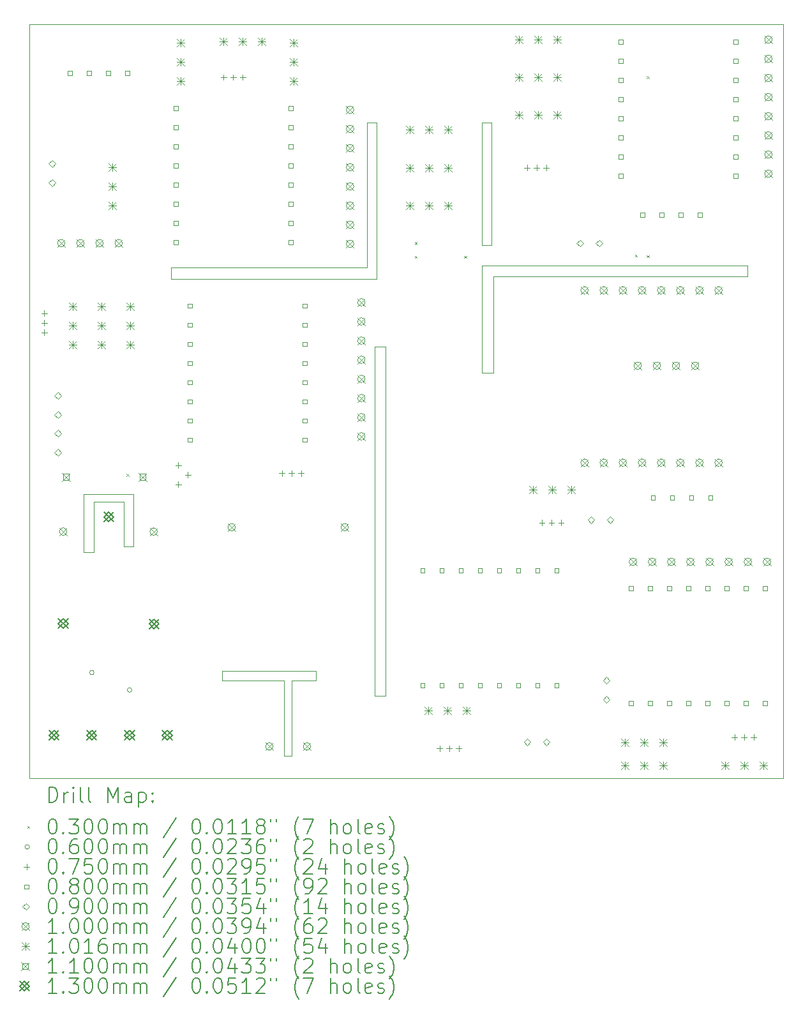
<source format=gbr>
%TF.GenerationSoftware,KiCad,Pcbnew,8.0.6*%
%TF.CreationDate,2024-12-03T19:12:22+01:00*%
%TF.ProjectId,HomeAutomationESP32C2mini_2024,486f6d65-4175-4746-9f6d-6174696f6e45,Rev A*%
%TF.SameCoordinates,Original*%
%TF.FileFunction,Drillmap*%
%TF.FilePolarity,Positive*%
%FSLAX45Y45*%
G04 Gerber Fmt 4.5, Leading zero omitted, Abs format (unit mm)*
G04 Created by KiCad (PCBNEW 8.0.6) date 2024-12-03 19:12:22*
%MOMM*%
%LPD*%
G01*
G04 APERTURE LIST*
%ADD10C,0.050000*%
%ADD11C,0.200000*%
%ADD12C,0.100000*%
%ADD13C,0.101600*%
%ADD14C,0.110000*%
%ADD15C,0.130000*%
G04 APERTURE END LIST*
D10*
X8475000Y-13700000D02*
X8800000Y-13700000D01*
X15000000Y-5000000D02*
X5000000Y-5000000D01*
X9600000Y-8225000D02*
X9600000Y-8375000D01*
X6375000Y-11230000D02*
X5720000Y-11230000D01*
X6875000Y-8375000D02*
X6875000Y-8225000D01*
X6250000Y-11330000D02*
X6250000Y-11920000D01*
X5720000Y-11230000D02*
X5720000Y-12000000D01*
X9475000Y-6300000D02*
X9475000Y-8225000D01*
X11150000Y-8344500D02*
X14525000Y-8344500D01*
X6250000Y-11920000D02*
X6375000Y-11920000D01*
X11000000Y-6300000D02*
X11125000Y-6300000D01*
X5720000Y-12000000D02*
X5850000Y-12000000D01*
X11150000Y-9619500D02*
X11150000Y-8344500D01*
X5000000Y-5000000D02*
X5000000Y-15000000D01*
X9575000Y-13900000D02*
X9575000Y-9275000D01*
X9600000Y-8225000D02*
X9600000Y-6300000D01*
X9725000Y-9275000D02*
X9725000Y-13900000D01*
X7550000Y-13575000D02*
X7550000Y-13700000D01*
X6375000Y-11920000D02*
X6375000Y-11230000D01*
X11175000Y-8194500D02*
X11000000Y-8194500D01*
X8375000Y-13700000D02*
X8375000Y-14700000D01*
X11000000Y-9619500D02*
X11150000Y-9619500D01*
X14525000Y-8194500D02*
X11175000Y-8194500D01*
X6875000Y-8225000D02*
X9475000Y-8225000D01*
X9600000Y-8375000D02*
X6875000Y-8375000D01*
X7550000Y-13700000D02*
X8375000Y-13700000D01*
X9575000Y-9275000D02*
X9725000Y-9275000D01*
X8375000Y-14700000D02*
X8475000Y-14700000D01*
X11125000Y-7925000D02*
X11000000Y-7925000D01*
X8800000Y-13700000D02*
X8800000Y-13575000D01*
X14525000Y-8344500D02*
X14525000Y-8194500D01*
X15000000Y-15000000D02*
X15000000Y-5000000D01*
X11125000Y-6300000D02*
X11125000Y-7925000D01*
X5850000Y-11330000D02*
X6250000Y-11330000D01*
X11000000Y-7925000D02*
X11000000Y-6300000D01*
X9725000Y-13900000D02*
X9575000Y-13900000D01*
X8475000Y-14700000D02*
X8475000Y-13700000D01*
X5850000Y-12000000D02*
X5850000Y-11330000D01*
X5000000Y-15000000D02*
X15000000Y-15000000D01*
X8800000Y-13575000D02*
X7550000Y-13575000D01*
X9600000Y-6300000D02*
X9475000Y-6300000D01*
X11000000Y-8194500D02*
X11000000Y-9619500D01*
D11*
D12*
X6285000Y-10960000D02*
X6315000Y-10990000D01*
X6315000Y-10960000D02*
X6285000Y-10990000D01*
X10110000Y-7885000D02*
X10140000Y-7915000D01*
X10140000Y-7885000D02*
X10110000Y-7915000D01*
X10110000Y-8067500D02*
X10140000Y-8097500D01*
X10140000Y-8067500D02*
X10110000Y-8097500D01*
X10765000Y-8067500D02*
X10795000Y-8097500D01*
X10795000Y-8067500D02*
X10765000Y-8097500D01*
X13030073Y-8050000D02*
X13060073Y-8080000D01*
X13060073Y-8050000D02*
X13030073Y-8080000D01*
X13185000Y-5685000D02*
X13215000Y-5715000D01*
X13215000Y-5685000D02*
X13185000Y-5715000D01*
X13185000Y-8060000D02*
X13215000Y-8090000D01*
X13215000Y-8060000D02*
X13185000Y-8090000D01*
X5855000Y-13595000D02*
G75*
G02*
X5795000Y-13595000I-30000J0D01*
G01*
X5795000Y-13595000D02*
G75*
G02*
X5855000Y-13595000I30000J0D01*
G01*
X6355000Y-13825000D02*
G75*
G02*
X6295000Y-13825000I-30000J0D01*
G01*
X6295000Y-13825000D02*
G75*
G02*
X6355000Y-13825000I30000J0D01*
G01*
X5193000Y-8790500D02*
X5193000Y-8865500D01*
X5155500Y-8828000D02*
X5230500Y-8828000D01*
X5193000Y-8917500D02*
X5193000Y-8992500D01*
X5155500Y-8955000D02*
X5230500Y-8955000D01*
X5193000Y-9044500D02*
X5193000Y-9119500D01*
X5155500Y-9082000D02*
X5230500Y-9082000D01*
X6973000Y-10808500D02*
X6973000Y-10883500D01*
X6935500Y-10846000D02*
X7010500Y-10846000D01*
X6973000Y-11062500D02*
X6973000Y-11137500D01*
X6935500Y-11100000D02*
X7010500Y-11100000D01*
X7100000Y-10935500D02*
X7100000Y-11010500D01*
X7062500Y-10973000D02*
X7137500Y-10973000D01*
X7573000Y-5662500D02*
X7573000Y-5737500D01*
X7535500Y-5700000D02*
X7610500Y-5700000D01*
X7700000Y-5662500D02*
X7700000Y-5737500D01*
X7662500Y-5700000D02*
X7737500Y-5700000D01*
X7827000Y-5662500D02*
X7827000Y-5737500D01*
X7789500Y-5700000D02*
X7864500Y-5700000D01*
X8346000Y-10912500D02*
X8346000Y-10987500D01*
X8308500Y-10950000D02*
X8383500Y-10950000D01*
X8473000Y-10912500D02*
X8473000Y-10987500D01*
X8435500Y-10950000D02*
X8510500Y-10950000D01*
X8600000Y-10912500D02*
X8600000Y-10987500D01*
X8562500Y-10950000D02*
X8637500Y-10950000D01*
X10438000Y-14562500D02*
X10438000Y-14637500D01*
X10400500Y-14600000D02*
X10475500Y-14600000D01*
X10565000Y-14562500D02*
X10565000Y-14637500D01*
X10527500Y-14600000D02*
X10602500Y-14600000D01*
X10692000Y-14562500D02*
X10692000Y-14637500D01*
X10654500Y-14600000D02*
X10729500Y-14600000D01*
X11600000Y-6862500D02*
X11600000Y-6937500D01*
X11562500Y-6900000D02*
X11637500Y-6900000D01*
X11727000Y-6862500D02*
X11727000Y-6937500D01*
X11689500Y-6900000D02*
X11764500Y-6900000D01*
X11796000Y-11568000D02*
X11796000Y-11643000D01*
X11758500Y-11605500D02*
X11833500Y-11605500D01*
X11854000Y-6862500D02*
X11854000Y-6937500D01*
X11816500Y-6900000D02*
X11891500Y-6900000D01*
X11923000Y-11568000D02*
X11923000Y-11643000D01*
X11885500Y-11605500D02*
X11960500Y-11605500D01*
X12050000Y-11568000D02*
X12050000Y-11643000D01*
X12012500Y-11605500D02*
X12087500Y-11605500D01*
X14350000Y-14412500D02*
X14350000Y-14487500D01*
X14312500Y-14450000D02*
X14387500Y-14450000D01*
X14477000Y-14412500D02*
X14477000Y-14487500D01*
X14439500Y-14450000D02*
X14514500Y-14450000D01*
X14604000Y-14412500D02*
X14604000Y-14487500D01*
X14566500Y-14450000D02*
X14641500Y-14450000D01*
X5560785Y-5673784D02*
X5560785Y-5617215D01*
X5504216Y-5617215D01*
X5504216Y-5673784D01*
X5560785Y-5673784D01*
X5814784Y-5673784D02*
X5814784Y-5617215D01*
X5758215Y-5617215D01*
X5758215Y-5673784D01*
X5814784Y-5673784D01*
X6068784Y-5673784D02*
X6068784Y-5617215D01*
X6012215Y-5617215D01*
X6012215Y-5673784D01*
X6068784Y-5673784D01*
X6322784Y-5673784D02*
X6322784Y-5617215D01*
X6266215Y-5617215D01*
X6266215Y-5673784D01*
X6322784Y-5673784D01*
X6966284Y-6139284D02*
X6966284Y-6082715D01*
X6909715Y-6082715D01*
X6909715Y-6139284D01*
X6966284Y-6139284D01*
X6966284Y-6393284D02*
X6966284Y-6336715D01*
X6909715Y-6336715D01*
X6909715Y-6393284D01*
X6966284Y-6393284D01*
X6966284Y-6647284D02*
X6966284Y-6590715D01*
X6909715Y-6590715D01*
X6909715Y-6647284D01*
X6966284Y-6647284D01*
X6966284Y-6901284D02*
X6966284Y-6844715D01*
X6909715Y-6844715D01*
X6909715Y-6901284D01*
X6966284Y-6901284D01*
X6966284Y-7155284D02*
X6966284Y-7098715D01*
X6909715Y-7098715D01*
X6909715Y-7155284D01*
X6966284Y-7155284D01*
X6966284Y-7409284D02*
X6966284Y-7352715D01*
X6909715Y-7352715D01*
X6909715Y-7409284D01*
X6966284Y-7409284D01*
X6966284Y-7663284D02*
X6966284Y-7606715D01*
X6909715Y-7606715D01*
X6909715Y-7663284D01*
X6966284Y-7663284D01*
X6966284Y-7917284D02*
X6966284Y-7860715D01*
X6909715Y-7860715D01*
X6909715Y-7917284D01*
X6966284Y-7917284D01*
X7154284Y-8759285D02*
X7154284Y-8702716D01*
X7097715Y-8702716D01*
X7097715Y-8759285D01*
X7154284Y-8759285D01*
X7154284Y-9013285D02*
X7154284Y-8956716D01*
X7097715Y-8956716D01*
X7097715Y-9013285D01*
X7154284Y-9013285D01*
X7154284Y-9267285D02*
X7154284Y-9210716D01*
X7097715Y-9210716D01*
X7097715Y-9267285D01*
X7154284Y-9267285D01*
X7154284Y-9521285D02*
X7154284Y-9464716D01*
X7097715Y-9464716D01*
X7097715Y-9521285D01*
X7154284Y-9521285D01*
X7154284Y-9775285D02*
X7154284Y-9718716D01*
X7097715Y-9718716D01*
X7097715Y-9775285D01*
X7154284Y-9775285D01*
X7154284Y-10029285D02*
X7154284Y-9972716D01*
X7097715Y-9972716D01*
X7097715Y-10029285D01*
X7154284Y-10029285D01*
X7154284Y-10283285D02*
X7154284Y-10226716D01*
X7097715Y-10226716D01*
X7097715Y-10283285D01*
X7154284Y-10283285D01*
X7154284Y-10537285D02*
X7154284Y-10480716D01*
X7097715Y-10480716D01*
X7097715Y-10537285D01*
X7154284Y-10537285D01*
X8490285Y-6139284D02*
X8490285Y-6082715D01*
X8433716Y-6082715D01*
X8433716Y-6139284D01*
X8490285Y-6139284D01*
X8490285Y-6393284D02*
X8490285Y-6336715D01*
X8433716Y-6336715D01*
X8433716Y-6393284D01*
X8490285Y-6393284D01*
X8490285Y-6647284D02*
X8490285Y-6590715D01*
X8433716Y-6590715D01*
X8433716Y-6647284D01*
X8490285Y-6647284D01*
X8490285Y-6901284D02*
X8490285Y-6844715D01*
X8433716Y-6844715D01*
X8433716Y-6901284D01*
X8490285Y-6901284D01*
X8490285Y-7155284D02*
X8490285Y-7098715D01*
X8433716Y-7098715D01*
X8433716Y-7155284D01*
X8490285Y-7155284D01*
X8490285Y-7409284D02*
X8490285Y-7352715D01*
X8433716Y-7352715D01*
X8433716Y-7409284D01*
X8490285Y-7409284D01*
X8490285Y-7663284D02*
X8490285Y-7606715D01*
X8433716Y-7606715D01*
X8433716Y-7663284D01*
X8490285Y-7663284D01*
X8490285Y-7917284D02*
X8490285Y-7860715D01*
X8433716Y-7860715D01*
X8433716Y-7917284D01*
X8490285Y-7917284D01*
X8678285Y-8759285D02*
X8678285Y-8702716D01*
X8621716Y-8702716D01*
X8621716Y-8759285D01*
X8678285Y-8759285D01*
X8678285Y-9013285D02*
X8678285Y-8956716D01*
X8621716Y-8956716D01*
X8621716Y-9013285D01*
X8678285Y-9013285D01*
X8678285Y-9267285D02*
X8678285Y-9210716D01*
X8621716Y-9210716D01*
X8621716Y-9267285D01*
X8678285Y-9267285D01*
X8678285Y-9521285D02*
X8678285Y-9464716D01*
X8621716Y-9464716D01*
X8621716Y-9521285D01*
X8678285Y-9521285D01*
X8678285Y-9775285D02*
X8678285Y-9718716D01*
X8621716Y-9718716D01*
X8621716Y-9775285D01*
X8678285Y-9775285D01*
X8678285Y-10029285D02*
X8678285Y-9972716D01*
X8621716Y-9972716D01*
X8621716Y-10029285D01*
X8678285Y-10029285D01*
X8678285Y-10283285D02*
X8678285Y-10226716D01*
X8621716Y-10226716D01*
X8621716Y-10283285D01*
X8678285Y-10283285D01*
X8678285Y-10537285D02*
X8678285Y-10480716D01*
X8621716Y-10480716D01*
X8621716Y-10537285D01*
X8678285Y-10537285D01*
X10239285Y-12266284D02*
X10239285Y-12209715D01*
X10182716Y-12209715D01*
X10182716Y-12266284D01*
X10239285Y-12266284D01*
X10239285Y-13790284D02*
X10239285Y-13733715D01*
X10182716Y-13733715D01*
X10182716Y-13790284D01*
X10239285Y-13790284D01*
X10493285Y-12266284D02*
X10493285Y-12209715D01*
X10436716Y-12209715D01*
X10436716Y-12266284D01*
X10493285Y-12266284D01*
X10493285Y-13790284D02*
X10493285Y-13733715D01*
X10436716Y-13733715D01*
X10436716Y-13790284D01*
X10493285Y-13790284D01*
X10747285Y-12266284D02*
X10747285Y-12209715D01*
X10690716Y-12209715D01*
X10690716Y-12266284D01*
X10747285Y-12266284D01*
X10747285Y-13790284D02*
X10747285Y-13733715D01*
X10690716Y-13733715D01*
X10690716Y-13790284D01*
X10747285Y-13790284D01*
X11001285Y-12266284D02*
X11001285Y-12209715D01*
X10944716Y-12209715D01*
X10944716Y-12266284D01*
X11001285Y-12266284D01*
X11001285Y-13790284D02*
X11001285Y-13733715D01*
X10944716Y-13733715D01*
X10944716Y-13790284D01*
X11001285Y-13790284D01*
X11255284Y-12266284D02*
X11255284Y-12209715D01*
X11198715Y-12209715D01*
X11198715Y-12266284D01*
X11255284Y-12266284D01*
X11255284Y-13790284D02*
X11255284Y-13733715D01*
X11198715Y-13733715D01*
X11198715Y-13790284D01*
X11255284Y-13790284D01*
X11509284Y-12266284D02*
X11509284Y-12209715D01*
X11452715Y-12209715D01*
X11452715Y-12266284D01*
X11509284Y-12266284D01*
X11509284Y-13790284D02*
X11509284Y-13733715D01*
X11452715Y-13733715D01*
X11452715Y-13790284D01*
X11509284Y-13790284D01*
X11763284Y-12266284D02*
X11763284Y-12209715D01*
X11706715Y-12209715D01*
X11706715Y-12266284D01*
X11763284Y-12266284D01*
X11763284Y-13790284D02*
X11763284Y-13733715D01*
X11706715Y-13733715D01*
X11706715Y-13790284D01*
X11763284Y-13790284D01*
X12017284Y-12266284D02*
X12017284Y-12209715D01*
X11960715Y-12209715D01*
X11960715Y-12266284D01*
X12017284Y-12266284D01*
X12017284Y-13790284D02*
X12017284Y-13733715D01*
X11960715Y-13733715D01*
X11960715Y-13790284D01*
X12017284Y-13790284D01*
X12871534Y-5256785D02*
X12871534Y-5200216D01*
X12814965Y-5200216D01*
X12814965Y-5256785D01*
X12871534Y-5256785D01*
X12871534Y-5510785D02*
X12871534Y-5454216D01*
X12814965Y-5454216D01*
X12814965Y-5510785D01*
X12871534Y-5510785D01*
X12871534Y-5764784D02*
X12871534Y-5708215D01*
X12814965Y-5708215D01*
X12814965Y-5764784D01*
X12871534Y-5764784D01*
X12871534Y-6018784D02*
X12871534Y-5962215D01*
X12814965Y-5962215D01*
X12814965Y-6018784D01*
X12871534Y-6018784D01*
X12871534Y-6272784D02*
X12871534Y-6216215D01*
X12814965Y-6216215D01*
X12814965Y-6272784D01*
X12871534Y-6272784D01*
X12871534Y-6526784D02*
X12871534Y-6470215D01*
X12814965Y-6470215D01*
X12814965Y-6526784D01*
X12871534Y-6526784D01*
X12871534Y-6780784D02*
X12871534Y-6724215D01*
X12814965Y-6724215D01*
X12814965Y-6780784D01*
X12871534Y-6780784D01*
X12871534Y-7034784D02*
X12871534Y-6978215D01*
X12814965Y-6978215D01*
X12814965Y-7034784D01*
X12871534Y-7034784D01*
X13004284Y-12503284D02*
X13004284Y-12446715D01*
X12947715Y-12446715D01*
X12947715Y-12503284D01*
X13004284Y-12503284D01*
X13004284Y-14027284D02*
X13004284Y-13970715D01*
X12947715Y-13970715D01*
X12947715Y-14027284D01*
X13004284Y-14027284D01*
X13157034Y-7553284D02*
X13157034Y-7496715D01*
X13100465Y-7496715D01*
X13100465Y-7553284D01*
X13157034Y-7553284D01*
X13258284Y-12503284D02*
X13258284Y-12446715D01*
X13201715Y-12446715D01*
X13201715Y-12503284D01*
X13258284Y-12503284D01*
X13258284Y-14027284D02*
X13258284Y-13970715D01*
X13201715Y-13970715D01*
X13201715Y-14027284D01*
X13258284Y-14027284D01*
X13297284Y-11303284D02*
X13297284Y-11246715D01*
X13240715Y-11246715D01*
X13240715Y-11303284D01*
X13297284Y-11303284D01*
X13411034Y-7553284D02*
X13411034Y-7496715D01*
X13354465Y-7496715D01*
X13354465Y-7553284D01*
X13411034Y-7553284D01*
X13512284Y-12503284D02*
X13512284Y-12446715D01*
X13455715Y-12446715D01*
X13455715Y-12503284D01*
X13512284Y-12503284D01*
X13512284Y-14027284D02*
X13512284Y-13970715D01*
X13455715Y-13970715D01*
X13455715Y-14027284D01*
X13512284Y-14027284D01*
X13551284Y-11303284D02*
X13551284Y-11246715D01*
X13494715Y-11246715D01*
X13494715Y-11303284D01*
X13551284Y-11303284D01*
X13665034Y-7553284D02*
X13665034Y-7496715D01*
X13608465Y-7496715D01*
X13608465Y-7553284D01*
X13665034Y-7553284D01*
X13766284Y-12503284D02*
X13766284Y-12446715D01*
X13709715Y-12446715D01*
X13709715Y-12503284D01*
X13766284Y-12503284D01*
X13766284Y-14027284D02*
X13766284Y-13970715D01*
X13709715Y-13970715D01*
X13709715Y-14027284D01*
X13766284Y-14027284D01*
X13805284Y-11303284D02*
X13805284Y-11246715D01*
X13748715Y-11246715D01*
X13748715Y-11303284D01*
X13805284Y-11303284D01*
X13919034Y-7553284D02*
X13919034Y-7496715D01*
X13862465Y-7496715D01*
X13862465Y-7553284D01*
X13919034Y-7553284D01*
X14020284Y-12503284D02*
X14020284Y-12446715D01*
X13963715Y-12446715D01*
X13963715Y-12503284D01*
X14020284Y-12503284D01*
X14020284Y-14027284D02*
X14020284Y-13970715D01*
X13963715Y-13970715D01*
X13963715Y-14027284D01*
X14020284Y-14027284D01*
X14059284Y-11303284D02*
X14059284Y-11246715D01*
X14002715Y-11246715D01*
X14002715Y-11303284D01*
X14059284Y-11303284D01*
X14274284Y-12503284D02*
X14274284Y-12446715D01*
X14217715Y-12446715D01*
X14217715Y-12503284D01*
X14274284Y-12503284D01*
X14274284Y-14027284D02*
X14274284Y-13970715D01*
X14217715Y-13970715D01*
X14217715Y-14027284D01*
X14274284Y-14027284D01*
X14395534Y-5256785D02*
X14395534Y-5200216D01*
X14338965Y-5200216D01*
X14338965Y-5256785D01*
X14395534Y-5256785D01*
X14395534Y-5510785D02*
X14395534Y-5454216D01*
X14338965Y-5454216D01*
X14338965Y-5510785D01*
X14395534Y-5510785D01*
X14395534Y-5764784D02*
X14395534Y-5708215D01*
X14338965Y-5708215D01*
X14338965Y-5764784D01*
X14395534Y-5764784D01*
X14395534Y-6018784D02*
X14395534Y-5962215D01*
X14338965Y-5962215D01*
X14338965Y-6018784D01*
X14395534Y-6018784D01*
X14395534Y-6272784D02*
X14395534Y-6216215D01*
X14338965Y-6216215D01*
X14338965Y-6272784D01*
X14395534Y-6272784D01*
X14395534Y-6526784D02*
X14395534Y-6470215D01*
X14338965Y-6470215D01*
X14338965Y-6526784D01*
X14395534Y-6526784D01*
X14395534Y-6780784D02*
X14395534Y-6724215D01*
X14338965Y-6724215D01*
X14338965Y-6780784D01*
X14395534Y-6780784D01*
X14395534Y-7034784D02*
X14395534Y-6978215D01*
X14338965Y-6978215D01*
X14338965Y-7034784D01*
X14395534Y-7034784D01*
X14528284Y-12503284D02*
X14528284Y-12446715D01*
X14471715Y-12446715D01*
X14471715Y-12503284D01*
X14528284Y-12503284D01*
X14528284Y-14027284D02*
X14528284Y-13970715D01*
X14471715Y-13970715D01*
X14471715Y-14027284D01*
X14528284Y-14027284D01*
X14782284Y-12503284D02*
X14782284Y-12446715D01*
X14725715Y-12446715D01*
X14725715Y-12503284D01*
X14782284Y-12503284D01*
X14782284Y-14027284D02*
X14782284Y-13970715D01*
X14725715Y-13970715D01*
X14725715Y-14027284D01*
X14782284Y-14027284D01*
X5300000Y-6891000D02*
X5345000Y-6846000D01*
X5300000Y-6801000D01*
X5255000Y-6846000D01*
X5300000Y-6891000D01*
X5300000Y-7145000D02*
X5345000Y-7100000D01*
X5300000Y-7055000D01*
X5255000Y-7100000D01*
X5300000Y-7145000D01*
X5375000Y-9966000D02*
X5420000Y-9921000D01*
X5375000Y-9876000D01*
X5330000Y-9921000D01*
X5375000Y-9966000D01*
X5375000Y-10220000D02*
X5420000Y-10175000D01*
X5375000Y-10130000D01*
X5330000Y-10175000D01*
X5375000Y-10220000D01*
X5375000Y-10466000D02*
X5420000Y-10421000D01*
X5375000Y-10376000D01*
X5330000Y-10421000D01*
X5375000Y-10466000D01*
X5375000Y-10720000D02*
X5420000Y-10675000D01*
X5375000Y-10630000D01*
X5330000Y-10675000D01*
X5375000Y-10720000D01*
X11600000Y-14562500D02*
X11645000Y-14517500D01*
X11600000Y-14472500D01*
X11555000Y-14517500D01*
X11600000Y-14562500D01*
X11854000Y-14562500D02*
X11899000Y-14517500D01*
X11854000Y-14472500D01*
X11809000Y-14517500D01*
X11854000Y-14562500D01*
X12300000Y-7945000D02*
X12345000Y-7900000D01*
X12300000Y-7855000D01*
X12255000Y-7900000D01*
X12300000Y-7945000D01*
X12446000Y-11614500D02*
X12491000Y-11569500D01*
X12446000Y-11524500D01*
X12401000Y-11569500D01*
X12446000Y-11614500D01*
X12554000Y-7945000D02*
X12599000Y-7900000D01*
X12554000Y-7855000D01*
X12509000Y-7900000D01*
X12554000Y-7945000D01*
X12650000Y-13742500D02*
X12695000Y-13697500D01*
X12650000Y-13652500D01*
X12605000Y-13697500D01*
X12650000Y-13742500D01*
X12650000Y-13996500D02*
X12695000Y-13951500D01*
X12650000Y-13906500D01*
X12605000Y-13951500D01*
X12650000Y-13996500D01*
X12700000Y-11614500D02*
X12745000Y-11569500D01*
X12700000Y-11524500D01*
X12655000Y-11569500D01*
X12700000Y-11614500D01*
X5369000Y-7850000D02*
X5469000Y-7950000D01*
X5469000Y-7850000D02*
X5369000Y-7950000D01*
X5469000Y-7900000D02*
G75*
G02*
X5369000Y-7900000I-50000J0D01*
G01*
X5369000Y-7900000D02*
G75*
G02*
X5469000Y-7900000I50000J0D01*
G01*
X5395000Y-11675000D02*
X5495000Y-11775000D01*
X5495000Y-11675000D02*
X5395000Y-11775000D01*
X5495000Y-11725000D02*
G75*
G02*
X5395000Y-11725000I-50000J0D01*
G01*
X5395000Y-11725000D02*
G75*
G02*
X5495000Y-11725000I50000J0D01*
G01*
X5623000Y-7850000D02*
X5723000Y-7950000D01*
X5723000Y-7850000D02*
X5623000Y-7950000D01*
X5723000Y-7900000D02*
G75*
G02*
X5623000Y-7900000I-50000J0D01*
G01*
X5623000Y-7900000D02*
G75*
G02*
X5723000Y-7900000I50000J0D01*
G01*
X5877000Y-7850000D02*
X5977000Y-7950000D01*
X5977000Y-7850000D02*
X5877000Y-7950000D01*
X5977000Y-7900000D02*
G75*
G02*
X5877000Y-7900000I-50000J0D01*
G01*
X5877000Y-7900000D02*
G75*
G02*
X5977000Y-7900000I50000J0D01*
G01*
X6131000Y-7850000D02*
X6231000Y-7950000D01*
X6231000Y-7850000D02*
X6131000Y-7950000D01*
X6231000Y-7900000D02*
G75*
G02*
X6131000Y-7900000I-50000J0D01*
G01*
X6131000Y-7900000D02*
G75*
G02*
X6231000Y-7900000I50000J0D01*
G01*
X6595000Y-11675000D02*
X6695000Y-11775000D01*
X6695000Y-11675000D02*
X6595000Y-11775000D01*
X6695000Y-11725000D02*
G75*
G02*
X6595000Y-11725000I-50000J0D01*
G01*
X6595000Y-11725000D02*
G75*
G02*
X6695000Y-11725000I50000J0D01*
G01*
X7629250Y-11616750D02*
X7729250Y-11716750D01*
X7729250Y-11616750D02*
X7629250Y-11716750D01*
X7729250Y-11666750D02*
G75*
G02*
X7629250Y-11666750I-50000J0D01*
G01*
X7629250Y-11666750D02*
G75*
G02*
X7729250Y-11666750I50000J0D01*
G01*
X8129250Y-14524750D02*
X8229250Y-14624750D01*
X8229250Y-14524750D02*
X8129250Y-14624750D01*
X8229250Y-14574750D02*
G75*
G02*
X8129250Y-14574750I-50000J0D01*
G01*
X8129250Y-14574750D02*
G75*
G02*
X8229250Y-14574750I50000J0D01*
G01*
X8629250Y-14524750D02*
X8729250Y-14624750D01*
X8729250Y-14524750D02*
X8629250Y-14624750D01*
X8729250Y-14574750D02*
G75*
G02*
X8629250Y-14574750I-50000J0D01*
G01*
X8629250Y-14574750D02*
G75*
G02*
X8729250Y-14574750I50000J0D01*
G01*
X9129250Y-11616750D02*
X9229250Y-11716750D01*
X9229250Y-11616750D02*
X9129250Y-11716750D01*
X9229250Y-11666750D02*
G75*
G02*
X9129250Y-11666750I-50000J0D01*
G01*
X9129250Y-11666750D02*
G75*
G02*
X9229250Y-11666750I50000J0D01*
G01*
X9200000Y-6081500D02*
X9300000Y-6181500D01*
X9300000Y-6081500D02*
X9200000Y-6181500D01*
X9300000Y-6131500D02*
G75*
G02*
X9200000Y-6131500I-50000J0D01*
G01*
X9200000Y-6131500D02*
G75*
G02*
X9300000Y-6131500I50000J0D01*
G01*
X9200000Y-6335500D02*
X9300000Y-6435500D01*
X9300000Y-6335500D02*
X9200000Y-6435500D01*
X9300000Y-6385500D02*
G75*
G02*
X9200000Y-6385500I-50000J0D01*
G01*
X9200000Y-6385500D02*
G75*
G02*
X9300000Y-6385500I50000J0D01*
G01*
X9200000Y-6589500D02*
X9300000Y-6689500D01*
X9300000Y-6589500D02*
X9200000Y-6689500D01*
X9300000Y-6639500D02*
G75*
G02*
X9200000Y-6639500I-50000J0D01*
G01*
X9200000Y-6639500D02*
G75*
G02*
X9300000Y-6639500I50000J0D01*
G01*
X9200000Y-6843500D02*
X9300000Y-6943500D01*
X9300000Y-6843500D02*
X9200000Y-6943500D01*
X9300000Y-6893500D02*
G75*
G02*
X9200000Y-6893500I-50000J0D01*
G01*
X9200000Y-6893500D02*
G75*
G02*
X9300000Y-6893500I50000J0D01*
G01*
X9200000Y-7097500D02*
X9300000Y-7197500D01*
X9300000Y-7097500D02*
X9200000Y-7197500D01*
X9300000Y-7147500D02*
G75*
G02*
X9200000Y-7147500I-50000J0D01*
G01*
X9200000Y-7147500D02*
G75*
G02*
X9300000Y-7147500I50000J0D01*
G01*
X9200000Y-7351500D02*
X9300000Y-7451500D01*
X9300000Y-7351500D02*
X9200000Y-7451500D01*
X9300000Y-7401500D02*
G75*
G02*
X9200000Y-7401500I-50000J0D01*
G01*
X9200000Y-7401500D02*
G75*
G02*
X9300000Y-7401500I50000J0D01*
G01*
X9200000Y-7605500D02*
X9300000Y-7705500D01*
X9300000Y-7605500D02*
X9200000Y-7705500D01*
X9300000Y-7655500D02*
G75*
G02*
X9200000Y-7655500I-50000J0D01*
G01*
X9200000Y-7655500D02*
G75*
G02*
X9300000Y-7655500I50000J0D01*
G01*
X9200000Y-7859500D02*
X9300000Y-7959500D01*
X9300000Y-7859500D02*
X9200000Y-7959500D01*
X9300000Y-7909500D02*
G75*
G02*
X9200000Y-7909500I-50000J0D01*
G01*
X9200000Y-7909500D02*
G75*
G02*
X9300000Y-7909500I50000J0D01*
G01*
X9350000Y-8635000D02*
X9450000Y-8735000D01*
X9450000Y-8635000D02*
X9350000Y-8735000D01*
X9450000Y-8685000D02*
G75*
G02*
X9350000Y-8685000I-50000J0D01*
G01*
X9350000Y-8685000D02*
G75*
G02*
X9450000Y-8685000I50000J0D01*
G01*
X9350000Y-8889000D02*
X9450000Y-8989000D01*
X9450000Y-8889000D02*
X9350000Y-8989000D01*
X9450000Y-8939000D02*
G75*
G02*
X9350000Y-8939000I-50000J0D01*
G01*
X9350000Y-8939000D02*
G75*
G02*
X9450000Y-8939000I50000J0D01*
G01*
X9350000Y-9143000D02*
X9450000Y-9243000D01*
X9450000Y-9143000D02*
X9350000Y-9243000D01*
X9450000Y-9193000D02*
G75*
G02*
X9350000Y-9193000I-50000J0D01*
G01*
X9350000Y-9193000D02*
G75*
G02*
X9450000Y-9193000I50000J0D01*
G01*
X9350000Y-9397000D02*
X9450000Y-9497000D01*
X9450000Y-9397000D02*
X9350000Y-9497000D01*
X9450000Y-9447000D02*
G75*
G02*
X9350000Y-9447000I-50000J0D01*
G01*
X9350000Y-9447000D02*
G75*
G02*
X9450000Y-9447000I50000J0D01*
G01*
X9350000Y-9651000D02*
X9450000Y-9751000D01*
X9450000Y-9651000D02*
X9350000Y-9751000D01*
X9450000Y-9701000D02*
G75*
G02*
X9350000Y-9701000I-50000J0D01*
G01*
X9350000Y-9701000D02*
G75*
G02*
X9450000Y-9701000I50000J0D01*
G01*
X9350000Y-9905000D02*
X9450000Y-10005000D01*
X9450000Y-9905000D02*
X9350000Y-10005000D01*
X9450000Y-9955000D02*
G75*
G02*
X9350000Y-9955000I-50000J0D01*
G01*
X9350000Y-9955000D02*
G75*
G02*
X9450000Y-9955000I50000J0D01*
G01*
X9350000Y-10159000D02*
X9450000Y-10259000D01*
X9450000Y-10159000D02*
X9350000Y-10259000D01*
X9450000Y-10209000D02*
G75*
G02*
X9350000Y-10209000I-50000J0D01*
G01*
X9350000Y-10209000D02*
G75*
G02*
X9450000Y-10209000I50000J0D01*
G01*
X9350000Y-10413000D02*
X9450000Y-10513000D01*
X9450000Y-10413000D02*
X9350000Y-10513000D01*
X9450000Y-10463000D02*
G75*
G02*
X9350000Y-10463000I-50000J0D01*
G01*
X9350000Y-10463000D02*
G75*
G02*
X9450000Y-10463000I50000J0D01*
G01*
X12311000Y-8475000D02*
X12411000Y-8575000D01*
X12411000Y-8475000D02*
X12311000Y-8575000D01*
X12411000Y-8525000D02*
G75*
G02*
X12311000Y-8525000I-50000J0D01*
G01*
X12311000Y-8525000D02*
G75*
G02*
X12411000Y-8525000I50000J0D01*
G01*
X12311000Y-10761000D02*
X12411000Y-10861000D01*
X12411000Y-10761000D02*
X12311000Y-10861000D01*
X12411000Y-10811000D02*
G75*
G02*
X12311000Y-10811000I-50000J0D01*
G01*
X12311000Y-10811000D02*
G75*
G02*
X12411000Y-10811000I50000J0D01*
G01*
X12565000Y-8475000D02*
X12665000Y-8575000D01*
X12665000Y-8475000D02*
X12565000Y-8575000D01*
X12665000Y-8525000D02*
G75*
G02*
X12565000Y-8525000I-50000J0D01*
G01*
X12565000Y-8525000D02*
G75*
G02*
X12665000Y-8525000I50000J0D01*
G01*
X12565000Y-10761000D02*
X12665000Y-10861000D01*
X12665000Y-10761000D02*
X12565000Y-10861000D01*
X12665000Y-10811000D02*
G75*
G02*
X12565000Y-10811000I-50000J0D01*
G01*
X12565000Y-10811000D02*
G75*
G02*
X12665000Y-10811000I50000J0D01*
G01*
X12819000Y-8475000D02*
X12919000Y-8575000D01*
X12919000Y-8475000D02*
X12819000Y-8575000D01*
X12919000Y-8525000D02*
G75*
G02*
X12819000Y-8525000I-50000J0D01*
G01*
X12819000Y-8525000D02*
G75*
G02*
X12919000Y-8525000I50000J0D01*
G01*
X12819000Y-10761000D02*
X12919000Y-10861000D01*
X12919000Y-10761000D02*
X12819000Y-10861000D01*
X12919000Y-10811000D02*
G75*
G02*
X12819000Y-10811000I-50000J0D01*
G01*
X12819000Y-10811000D02*
G75*
G02*
X12919000Y-10811000I50000J0D01*
G01*
X12953000Y-12075000D02*
X13053000Y-12175000D01*
X13053000Y-12075000D02*
X12953000Y-12175000D01*
X13053000Y-12125000D02*
G75*
G02*
X12953000Y-12125000I-50000J0D01*
G01*
X12953000Y-12125000D02*
G75*
G02*
X13053000Y-12125000I50000J0D01*
G01*
X13017000Y-9475000D02*
X13117000Y-9575000D01*
X13117000Y-9475000D02*
X13017000Y-9575000D01*
X13117000Y-9525000D02*
G75*
G02*
X13017000Y-9525000I-50000J0D01*
G01*
X13017000Y-9525000D02*
G75*
G02*
X13117000Y-9525000I50000J0D01*
G01*
X13073000Y-8475000D02*
X13173000Y-8575000D01*
X13173000Y-8475000D02*
X13073000Y-8575000D01*
X13173000Y-8525000D02*
G75*
G02*
X13073000Y-8525000I-50000J0D01*
G01*
X13073000Y-8525000D02*
G75*
G02*
X13173000Y-8525000I50000J0D01*
G01*
X13073000Y-10761000D02*
X13173000Y-10861000D01*
X13173000Y-10761000D02*
X13073000Y-10861000D01*
X13173000Y-10811000D02*
G75*
G02*
X13073000Y-10811000I-50000J0D01*
G01*
X13073000Y-10811000D02*
G75*
G02*
X13173000Y-10811000I50000J0D01*
G01*
X13207000Y-12075000D02*
X13307000Y-12175000D01*
X13307000Y-12075000D02*
X13207000Y-12175000D01*
X13307000Y-12125000D02*
G75*
G02*
X13207000Y-12125000I-50000J0D01*
G01*
X13207000Y-12125000D02*
G75*
G02*
X13307000Y-12125000I50000J0D01*
G01*
X13271000Y-9475000D02*
X13371000Y-9575000D01*
X13371000Y-9475000D02*
X13271000Y-9575000D01*
X13371000Y-9525000D02*
G75*
G02*
X13271000Y-9525000I-50000J0D01*
G01*
X13271000Y-9525000D02*
G75*
G02*
X13371000Y-9525000I50000J0D01*
G01*
X13327000Y-8475000D02*
X13427000Y-8575000D01*
X13427000Y-8475000D02*
X13327000Y-8575000D01*
X13427000Y-8525000D02*
G75*
G02*
X13327000Y-8525000I-50000J0D01*
G01*
X13327000Y-8525000D02*
G75*
G02*
X13427000Y-8525000I50000J0D01*
G01*
X13327000Y-10761000D02*
X13427000Y-10861000D01*
X13427000Y-10761000D02*
X13327000Y-10861000D01*
X13427000Y-10811000D02*
G75*
G02*
X13327000Y-10811000I-50000J0D01*
G01*
X13327000Y-10811000D02*
G75*
G02*
X13427000Y-10811000I50000J0D01*
G01*
X13461000Y-12075000D02*
X13561000Y-12175000D01*
X13561000Y-12075000D02*
X13461000Y-12175000D01*
X13561000Y-12125000D02*
G75*
G02*
X13461000Y-12125000I-50000J0D01*
G01*
X13461000Y-12125000D02*
G75*
G02*
X13561000Y-12125000I50000J0D01*
G01*
X13525000Y-9475000D02*
X13625000Y-9575000D01*
X13625000Y-9475000D02*
X13525000Y-9575000D01*
X13625000Y-9525000D02*
G75*
G02*
X13525000Y-9525000I-50000J0D01*
G01*
X13525000Y-9525000D02*
G75*
G02*
X13625000Y-9525000I50000J0D01*
G01*
X13581000Y-8475000D02*
X13681000Y-8575000D01*
X13681000Y-8475000D02*
X13581000Y-8575000D01*
X13681000Y-8525000D02*
G75*
G02*
X13581000Y-8525000I-50000J0D01*
G01*
X13581000Y-8525000D02*
G75*
G02*
X13681000Y-8525000I50000J0D01*
G01*
X13581000Y-10761000D02*
X13681000Y-10861000D01*
X13681000Y-10761000D02*
X13581000Y-10861000D01*
X13681000Y-10811000D02*
G75*
G02*
X13581000Y-10811000I-50000J0D01*
G01*
X13581000Y-10811000D02*
G75*
G02*
X13681000Y-10811000I50000J0D01*
G01*
X13715000Y-12075000D02*
X13815000Y-12175000D01*
X13815000Y-12075000D02*
X13715000Y-12175000D01*
X13815000Y-12125000D02*
G75*
G02*
X13715000Y-12125000I-50000J0D01*
G01*
X13715000Y-12125000D02*
G75*
G02*
X13815000Y-12125000I50000J0D01*
G01*
X13779000Y-9475000D02*
X13879000Y-9575000D01*
X13879000Y-9475000D02*
X13779000Y-9575000D01*
X13879000Y-9525000D02*
G75*
G02*
X13779000Y-9525000I-50000J0D01*
G01*
X13779000Y-9525000D02*
G75*
G02*
X13879000Y-9525000I50000J0D01*
G01*
X13835000Y-8475000D02*
X13935000Y-8575000D01*
X13935000Y-8475000D02*
X13835000Y-8575000D01*
X13935000Y-8525000D02*
G75*
G02*
X13835000Y-8525000I-50000J0D01*
G01*
X13835000Y-8525000D02*
G75*
G02*
X13935000Y-8525000I50000J0D01*
G01*
X13835000Y-10761000D02*
X13935000Y-10861000D01*
X13935000Y-10761000D02*
X13835000Y-10861000D01*
X13935000Y-10811000D02*
G75*
G02*
X13835000Y-10811000I-50000J0D01*
G01*
X13835000Y-10811000D02*
G75*
G02*
X13935000Y-10811000I50000J0D01*
G01*
X13969000Y-12075000D02*
X14069000Y-12175000D01*
X14069000Y-12075000D02*
X13969000Y-12175000D01*
X14069000Y-12125000D02*
G75*
G02*
X13969000Y-12125000I-50000J0D01*
G01*
X13969000Y-12125000D02*
G75*
G02*
X14069000Y-12125000I50000J0D01*
G01*
X14089000Y-8475000D02*
X14189000Y-8575000D01*
X14189000Y-8475000D02*
X14089000Y-8575000D01*
X14189000Y-8525000D02*
G75*
G02*
X14089000Y-8525000I-50000J0D01*
G01*
X14089000Y-8525000D02*
G75*
G02*
X14189000Y-8525000I50000J0D01*
G01*
X14089000Y-10761000D02*
X14189000Y-10861000D01*
X14189000Y-10761000D02*
X14089000Y-10861000D01*
X14189000Y-10811000D02*
G75*
G02*
X14089000Y-10811000I-50000J0D01*
G01*
X14089000Y-10811000D02*
G75*
G02*
X14189000Y-10811000I50000J0D01*
G01*
X14223000Y-12075000D02*
X14323000Y-12175000D01*
X14323000Y-12075000D02*
X14223000Y-12175000D01*
X14323000Y-12125000D02*
G75*
G02*
X14223000Y-12125000I-50000J0D01*
G01*
X14223000Y-12125000D02*
G75*
G02*
X14323000Y-12125000I50000J0D01*
G01*
X14477000Y-12075000D02*
X14577000Y-12175000D01*
X14577000Y-12075000D02*
X14477000Y-12175000D01*
X14577000Y-12125000D02*
G75*
G02*
X14477000Y-12125000I-50000J0D01*
G01*
X14477000Y-12125000D02*
G75*
G02*
X14577000Y-12125000I50000J0D01*
G01*
X14731000Y-12075000D02*
X14831000Y-12175000D01*
X14831000Y-12075000D02*
X14731000Y-12175000D01*
X14831000Y-12125000D02*
G75*
G02*
X14731000Y-12125000I-50000J0D01*
G01*
X14731000Y-12125000D02*
G75*
G02*
X14831000Y-12125000I50000J0D01*
G01*
X14750000Y-5150000D02*
X14850000Y-5250000D01*
X14850000Y-5150000D02*
X14750000Y-5250000D01*
X14850000Y-5200000D02*
G75*
G02*
X14750000Y-5200000I-50000J0D01*
G01*
X14750000Y-5200000D02*
G75*
G02*
X14850000Y-5200000I50000J0D01*
G01*
X14750000Y-5404000D02*
X14850000Y-5504000D01*
X14850000Y-5404000D02*
X14750000Y-5504000D01*
X14850000Y-5454000D02*
G75*
G02*
X14750000Y-5454000I-50000J0D01*
G01*
X14750000Y-5454000D02*
G75*
G02*
X14850000Y-5454000I50000J0D01*
G01*
X14750000Y-5658000D02*
X14850000Y-5758000D01*
X14850000Y-5658000D02*
X14750000Y-5758000D01*
X14850000Y-5708000D02*
G75*
G02*
X14750000Y-5708000I-50000J0D01*
G01*
X14750000Y-5708000D02*
G75*
G02*
X14850000Y-5708000I50000J0D01*
G01*
X14750000Y-5912000D02*
X14850000Y-6012000D01*
X14850000Y-5912000D02*
X14750000Y-6012000D01*
X14850000Y-5962000D02*
G75*
G02*
X14750000Y-5962000I-50000J0D01*
G01*
X14750000Y-5962000D02*
G75*
G02*
X14850000Y-5962000I50000J0D01*
G01*
X14750000Y-6166000D02*
X14850000Y-6266000D01*
X14850000Y-6166000D02*
X14750000Y-6266000D01*
X14850000Y-6216000D02*
G75*
G02*
X14750000Y-6216000I-50000J0D01*
G01*
X14750000Y-6216000D02*
G75*
G02*
X14850000Y-6216000I50000J0D01*
G01*
X14750000Y-6420000D02*
X14850000Y-6520000D01*
X14850000Y-6420000D02*
X14750000Y-6520000D01*
X14850000Y-6470000D02*
G75*
G02*
X14750000Y-6470000I-50000J0D01*
G01*
X14750000Y-6470000D02*
G75*
G02*
X14850000Y-6470000I50000J0D01*
G01*
X14750000Y-6674000D02*
X14850000Y-6774000D01*
X14850000Y-6674000D02*
X14750000Y-6774000D01*
X14850000Y-6724000D02*
G75*
G02*
X14750000Y-6724000I-50000J0D01*
G01*
X14750000Y-6724000D02*
G75*
G02*
X14850000Y-6724000I50000J0D01*
G01*
X14750000Y-6928000D02*
X14850000Y-7028000D01*
X14850000Y-6928000D02*
X14750000Y-7028000D01*
X14850000Y-6978000D02*
G75*
G02*
X14750000Y-6978000I-50000J0D01*
G01*
X14750000Y-6978000D02*
G75*
G02*
X14850000Y-6978000I50000J0D01*
G01*
D13*
X5524200Y-8690200D02*
X5625800Y-8791800D01*
X5625800Y-8690200D02*
X5524200Y-8791800D01*
X5575000Y-8690200D02*
X5575000Y-8791800D01*
X5524200Y-8741000D02*
X5625800Y-8741000D01*
X5524200Y-8944200D02*
X5625800Y-9045800D01*
X5625800Y-8944200D02*
X5524200Y-9045800D01*
X5575000Y-8944200D02*
X5575000Y-9045800D01*
X5524200Y-8995000D02*
X5625800Y-8995000D01*
X5524200Y-9198200D02*
X5625800Y-9299800D01*
X5625800Y-9198200D02*
X5524200Y-9299800D01*
X5575000Y-9198200D02*
X5575000Y-9299800D01*
X5524200Y-9249000D02*
X5625800Y-9249000D01*
X5899200Y-8690200D02*
X6000800Y-8791800D01*
X6000800Y-8690200D02*
X5899200Y-8791800D01*
X5950000Y-8690200D02*
X5950000Y-8791800D01*
X5899200Y-8741000D02*
X6000800Y-8741000D01*
X5899200Y-8944200D02*
X6000800Y-9045800D01*
X6000800Y-8944200D02*
X5899200Y-9045800D01*
X5950000Y-8944200D02*
X5950000Y-9045800D01*
X5899200Y-8995000D02*
X6000800Y-8995000D01*
X5899200Y-9198200D02*
X6000800Y-9299800D01*
X6000800Y-9198200D02*
X5899200Y-9299800D01*
X5950000Y-9198200D02*
X5950000Y-9299800D01*
X5899200Y-9249000D02*
X6000800Y-9249000D01*
X6049200Y-6841200D02*
X6150800Y-6942800D01*
X6150800Y-6841200D02*
X6049200Y-6942800D01*
X6100000Y-6841200D02*
X6100000Y-6942800D01*
X6049200Y-6892000D02*
X6150800Y-6892000D01*
X6049200Y-7095200D02*
X6150800Y-7196800D01*
X6150800Y-7095200D02*
X6049200Y-7196800D01*
X6100000Y-7095200D02*
X6100000Y-7196800D01*
X6049200Y-7146000D02*
X6150800Y-7146000D01*
X6049200Y-7349200D02*
X6150800Y-7450800D01*
X6150800Y-7349200D02*
X6049200Y-7450800D01*
X6100000Y-7349200D02*
X6100000Y-7450800D01*
X6049200Y-7400000D02*
X6150800Y-7400000D01*
X6286200Y-8690200D02*
X6387800Y-8791800D01*
X6387800Y-8690200D02*
X6286200Y-8791800D01*
X6337000Y-8690200D02*
X6337000Y-8791800D01*
X6286200Y-8741000D02*
X6387800Y-8741000D01*
X6286200Y-8944200D02*
X6387800Y-9045800D01*
X6387800Y-8944200D02*
X6286200Y-9045800D01*
X6337000Y-8944200D02*
X6337000Y-9045800D01*
X6286200Y-8995000D02*
X6387800Y-8995000D01*
X6286200Y-9198200D02*
X6387800Y-9299800D01*
X6387800Y-9198200D02*
X6286200Y-9299800D01*
X6337000Y-9198200D02*
X6337000Y-9299800D01*
X6286200Y-9249000D02*
X6387800Y-9249000D01*
X6949200Y-5195200D02*
X7050800Y-5296800D01*
X7050800Y-5195200D02*
X6949200Y-5296800D01*
X7000000Y-5195200D02*
X7000000Y-5296800D01*
X6949200Y-5246000D02*
X7050800Y-5246000D01*
X6949200Y-5449200D02*
X7050800Y-5550800D01*
X7050800Y-5449200D02*
X6949200Y-5550800D01*
X7000000Y-5449200D02*
X7000000Y-5550800D01*
X6949200Y-5500000D02*
X7050800Y-5500000D01*
X6949200Y-5703200D02*
X7050800Y-5804800D01*
X7050800Y-5703200D02*
X6949200Y-5804800D01*
X7000000Y-5703200D02*
X7000000Y-5804800D01*
X6949200Y-5754000D02*
X7050800Y-5754000D01*
X7516200Y-5174200D02*
X7617800Y-5275800D01*
X7617800Y-5174200D02*
X7516200Y-5275800D01*
X7567000Y-5174200D02*
X7567000Y-5275800D01*
X7516200Y-5225000D02*
X7617800Y-5225000D01*
X7770200Y-5174200D02*
X7871800Y-5275800D01*
X7871800Y-5174200D02*
X7770200Y-5275800D01*
X7821000Y-5174200D02*
X7821000Y-5275800D01*
X7770200Y-5225000D02*
X7871800Y-5225000D01*
X8024200Y-5174200D02*
X8125800Y-5275800D01*
X8125800Y-5174200D02*
X8024200Y-5275800D01*
X8075000Y-5174200D02*
X8075000Y-5275800D01*
X8024200Y-5225000D02*
X8125800Y-5225000D01*
X8449200Y-5195200D02*
X8550800Y-5296800D01*
X8550800Y-5195200D02*
X8449200Y-5296800D01*
X8500000Y-5195200D02*
X8500000Y-5296800D01*
X8449200Y-5246000D02*
X8550800Y-5246000D01*
X8449200Y-5449200D02*
X8550800Y-5550800D01*
X8550800Y-5449200D02*
X8449200Y-5550800D01*
X8500000Y-5449200D02*
X8500000Y-5550800D01*
X8449200Y-5500000D02*
X8550800Y-5500000D01*
X8449200Y-5703200D02*
X8550800Y-5804800D01*
X8550800Y-5703200D02*
X8449200Y-5804800D01*
X8500000Y-5703200D02*
X8500000Y-5804800D01*
X8449200Y-5754000D02*
X8550800Y-5754000D01*
X9995200Y-6344200D02*
X10096800Y-6445800D01*
X10096800Y-6344200D02*
X9995200Y-6445800D01*
X10046000Y-6344200D02*
X10046000Y-6445800D01*
X9995200Y-6395000D02*
X10096800Y-6395000D01*
X9995200Y-6849200D02*
X10096800Y-6950800D01*
X10096800Y-6849200D02*
X9995200Y-6950800D01*
X10046000Y-6849200D02*
X10046000Y-6950800D01*
X9995200Y-6900000D02*
X10096800Y-6900000D01*
X9995200Y-7349200D02*
X10096800Y-7450800D01*
X10096800Y-7349200D02*
X9995200Y-7450800D01*
X10046000Y-7349200D02*
X10046000Y-7450800D01*
X9995200Y-7400000D02*
X10096800Y-7400000D01*
X10241200Y-14049200D02*
X10342800Y-14150800D01*
X10342800Y-14049200D02*
X10241200Y-14150800D01*
X10292000Y-14049200D02*
X10292000Y-14150800D01*
X10241200Y-14100000D02*
X10342800Y-14100000D01*
X10249200Y-6344200D02*
X10350800Y-6445800D01*
X10350800Y-6344200D02*
X10249200Y-6445800D01*
X10300000Y-6344200D02*
X10300000Y-6445800D01*
X10249200Y-6395000D02*
X10350800Y-6395000D01*
X10249200Y-6849200D02*
X10350800Y-6950800D01*
X10350800Y-6849200D02*
X10249200Y-6950800D01*
X10300000Y-6849200D02*
X10300000Y-6950800D01*
X10249200Y-6900000D02*
X10350800Y-6900000D01*
X10249200Y-7349200D02*
X10350800Y-7450800D01*
X10350800Y-7349200D02*
X10249200Y-7450800D01*
X10300000Y-7349200D02*
X10300000Y-7450800D01*
X10249200Y-7400000D02*
X10350800Y-7400000D01*
X10495200Y-14049200D02*
X10596800Y-14150800D01*
X10596800Y-14049200D02*
X10495200Y-14150800D01*
X10546000Y-14049200D02*
X10546000Y-14150800D01*
X10495200Y-14100000D02*
X10596800Y-14100000D01*
X10503200Y-6344200D02*
X10604800Y-6445800D01*
X10604800Y-6344200D02*
X10503200Y-6445800D01*
X10554000Y-6344200D02*
X10554000Y-6445800D01*
X10503200Y-6395000D02*
X10604800Y-6395000D01*
X10503200Y-6849200D02*
X10604800Y-6950800D01*
X10604800Y-6849200D02*
X10503200Y-6950800D01*
X10554000Y-6849200D02*
X10554000Y-6950800D01*
X10503200Y-6900000D02*
X10604800Y-6900000D01*
X10503200Y-7349200D02*
X10604800Y-7450800D01*
X10604800Y-7349200D02*
X10503200Y-7450800D01*
X10554000Y-7349200D02*
X10554000Y-7450800D01*
X10503200Y-7400000D02*
X10604800Y-7400000D01*
X10749200Y-14049200D02*
X10850800Y-14150800D01*
X10850800Y-14049200D02*
X10749200Y-14150800D01*
X10800000Y-14049200D02*
X10800000Y-14150800D01*
X10749200Y-14100000D02*
X10850800Y-14100000D01*
X11441200Y-5149200D02*
X11542800Y-5250800D01*
X11542800Y-5149200D02*
X11441200Y-5250800D01*
X11492000Y-5149200D02*
X11492000Y-5250800D01*
X11441200Y-5200000D02*
X11542800Y-5200000D01*
X11441200Y-5649200D02*
X11542800Y-5750800D01*
X11542800Y-5649200D02*
X11441200Y-5750800D01*
X11492000Y-5649200D02*
X11492000Y-5750800D01*
X11441200Y-5700000D02*
X11542800Y-5700000D01*
X11441200Y-6149200D02*
X11542800Y-6250800D01*
X11542800Y-6149200D02*
X11441200Y-6250800D01*
X11492000Y-6149200D02*
X11492000Y-6250800D01*
X11441200Y-6200000D02*
X11542800Y-6200000D01*
X11622200Y-11118700D02*
X11723800Y-11220300D01*
X11723800Y-11118700D02*
X11622200Y-11220300D01*
X11673000Y-11118700D02*
X11673000Y-11220300D01*
X11622200Y-11169500D02*
X11723800Y-11169500D01*
X11695200Y-5149200D02*
X11796800Y-5250800D01*
X11796800Y-5149200D02*
X11695200Y-5250800D01*
X11746000Y-5149200D02*
X11746000Y-5250800D01*
X11695200Y-5200000D02*
X11796800Y-5200000D01*
X11695200Y-5649200D02*
X11796800Y-5750800D01*
X11796800Y-5649200D02*
X11695200Y-5750800D01*
X11746000Y-5649200D02*
X11746000Y-5750800D01*
X11695200Y-5700000D02*
X11796800Y-5700000D01*
X11695200Y-6149200D02*
X11796800Y-6250800D01*
X11796800Y-6149200D02*
X11695200Y-6250800D01*
X11746000Y-6149200D02*
X11746000Y-6250800D01*
X11695200Y-6200000D02*
X11796800Y-6200000D01*
X11876200Y-11118700D02*
X11977800Y-11220300D01*
X11977800Y-11118700D02*
X11876200Y-11220300D01*
X11927000Y-11118700D02*
X11927000Y-11220300D01*
X11876200Y-11169500D02*
X11977800Y-11169500D01*
X11949200Y-5149200D02*
X12050800Y-5250800D01*
X12050800Y-5149200D02*
X11949200Y-5250800D01*
X12000000Y-5149200D02*
X12000000Y-5250800D01*
X11949200Y-5200000D02*
X12050800Y-5200000D01*
X11949200Y-5649200D02*
X12050800Y-5750800D01*
X12050800Y-5649200D02*
X11949200Y-5750800D01*
X12000000Y-5649200D02*
X12000000Y-5750800D01*
X11949200Y-5700000D02*
X12050800Y-5700000D01*
X11949200Y-6149200D02*
X12050800Y-6250800D01*
X12050800Y-6149200D02*
X11949200Y-6250800D01*
X12000000Y-6149200D02*
X12000000Y-6250800D01*
X11949200Y-6200000D02*
X12050800Y-6200000D01*
X12130200Y-11118700D02*
X12231800Y-11220300D01*
X12231800Y-11118700D02*
X12130200Y-11220300D01*
X12181000Y-11118700D02*
X12181000Y-11220300D01*
X12130200Y-11169500D02*
X12231800Y-11169500D01*
X12845200Y-14474200D02*
X12946800Y-14575800D01*
X12946800Y-14474200D02*
X12845200Y-14575800D01*
X12896000Y-14474200D02*
X12896000Y-14575800D01*
X12845200Y-14525000D02*
X12946800Y-14525000D01*
X12845700Y-14771700D02*
X12947300Y-14873300D01*
X12947300Y-14771700D02*
X12845700Y-14873300D01*
X12896500Y-14771700D02*
X12896500Y-14873300D01*
X12845700Y-14822500D02*
X12947300Y-14822500D01*
X13099200Y-14474200D02*
X13200800Y-14575800D01*
X13200800Y-14474200D02*
X13099200Y-14575800D01*
X13150000Y-14474200D02*
X13150000Y-14575800D01*
X13099200Y-14525000D02*
X13200800Y-14525000D01*
X13099700Y-14771700D02*
X13201300Y-14873300D01*
X13201300Y-14771700D02*
X13099700Y-14873300D01*
X13150500Y-14771700D02*
X13150500Y-14873300D01*
X13099700Y-14822500D02*
X13201300Y-14822500D01*
X13353200Y-14474200D02*
X13454800Y-14575800D01*
X13454800Y-14474200D02*
X13353200Y-14575800D01*
X13404000Y-14474200D02*
X13404000Y-14575800D01*
X13353200Y-14525000D02*
X13454800Y-14525000D01*
X13353700Y-14771700D02*
X13455300Y-14873300D01*
X13455300Y-14771700D02*
X13353700Y-14873300D01*
X13404500Y-14771700D02*
X13404500Y-14873300D01*
X13353700Y-14822500D02*
X13455300Y-14822500D01*
X14174200Y-14774200D02*
X14275800Y-14875800D01*
X14275800Y-14774200D02*
X14174200Y-14875800D01*
X14225000Y-14774200D02*
X14225000Y-14875800D01*
X14174200Y-14825000D02*
X14275800Y-14825000D01*
X14428200Y-14774200D02*
X14529800Y-14875800D01*
X14529800Y-14774200D02*
X14428200Y-14875800D01*
X14479000Y-14774200D02*
X14479000Y-14875800D01*
X14428200Y-14825000D02*
X14529800Y-14825000D01*
X14682200Y-14774200D02*
X14783800Y-14875800D01*
X14783800Y-14774200D02*
X14682200Y-14875800D01*
X14733000Y-14774200D02*
X14733000Y-14875800D01*
X14682200Y-14825000D02*
X14783800Y-14825000D01*
D14*
X5429000Y-10945000D02*
X5539000Y-11055000D01*
X5539000Y-10945000D02*
X5429000Y-11055000D01*
X5522891Y-11038891D02*
X5522891Y-10961109D01*
X5445109Y-10961109D01*
X5445109Y-11038891D01*
X5522891Y-11038891D01*
X6445000Y-10945000D02*
X6555000Y-11055000D01*
X6555000Y-10945000D02*
X6445000Y-11055000D01*
X6538891Y-11038891D02*
X6538891Y-10961109D01*
X6461109Y-10961109D01*
X6461109Y-11038891D01*
X6538891Y-11038891D01*
D15*
X5260000Y-14360000D02*
X5390000Y-14490000D01*
X5390000Y-14360000D02*
X5260000Y-14490000D01*
X5325000Y-14490000D02*
X5390000Y-14425000D01*
X5325000Y-14360000D01*
X5260000Y-14425000D01*
X5325000Y-14490000D01*
X5380000Y-12880000D02*
X5510000Y-13010000D01*
X5510000Y-12880000D02*
X5380000Y-13010000D01*
X5445000Y-13010000D02*
X5510000Y-12945000D01*
X5445000Y-12880000D01*
X5380000Y-12945000D01*
X5445000Y-13010000D01*
X5760000Y-14360000D02*
X5890000Y-14490000D01*
X5890000Y-14360000D02*
X5760000Y-14490000D01*
X5825000Y-14490000D02*
X5890000Y-14425000D01*
X5825000Y-14360000D01*
X5760000Y-14425000D01*
X5825000Y-14490000D01*
X5985000Y-11465000D02*
X6115000Y-11595000D01*
X6115000Y-11465000D02*
X5985000Y-11595000D01*
X6050000Y-11595000D02*
X6115000Y-11530000D01*
X6050000Y-11465000D01*
X5985000Y-11530000D01*
X6050000Y-11595000D01*
X6260000Y-14360000D02*
X6390000Y-14490000D01*
X6390000Y-14360000D02*
X6260000Y-14490000D01*
X6325000Y-14490000D02*
X6390000Y-14425000D01*
X6325000Y-14360000D01*
X6260000Y-14425000D01*
X6325000Y-14490000D01*
X6585000Y-12885000D02*
X6715000Y-13015000D01*
X6715000Y-12885000D02*
X6585000Y-13015000D01*
X6650000Y-13015000D02*
X6715000Y-12950000D01*
X6650000Y-12885000D01*
X6585000Y-12950000D01*
X6650000Y-13015000D01*
X6760000Y-14360000D02*
X6890000Y-14490000D01*
X6890000Y-14360000D02*
X6760000Y-14490000D01*
X6825000Y-14490000D02*
X6890000Y-14425000D01*
X6825000Y-14360000D01*
X6760000Y-14425000D01*
X6825000Y-14490000D01*
D11*
X5258277Y-15313984D02*
X5258277Y-15113984D01*
X5258277Y-15113984D02*
X5305896Y-15113984D01*
X5305896Y-15113984D02*
X5334467Y-15123508D01*
X5334467Y-15123508D02*
X5353515Y-15142555D01*
X5353515Y-15142555D02*
X5363039Y-15161603D01*
X5363039Y-15161603D02*
X5372563Y-15199698D01*
X5372563Y-15199698D02*
X5372563Y-15228269D01*
X5372563Y-15228269D02*
X5363039Y-15266365D01*
X5363039Y-15266365D02*
X5353515Y-15285412D01*
X5353515Y-15285412D02*
X5334467Y-15304460D01*
X5334467Y-15304460D02*
X5305896Y-15313984D01*
X5305896Y-15313984D02*
X5258277Y-15313984D01*
X5458277Y-15313984D02*
X5458277Y-15180650D01*
X5458277Y-15218746D02*
X5467801Y-15199698D01*
X5467801Y-15199698D02*
X5477324Y-15190174D01*
X5477324Y-15190174D02*
X5496372Y-15180650D01*
X5496372Y-15180650D02*
X5515420Y-15180650D01*
X5582086Y-15313984D02*
X5582086Y-15180650D01*
X5582086Y-15113984D02*
X5572563Y-15123508D01*
X5572563Y-15123508D02*
X5582086Y-15133031D01*
X5582086Y-15133031D02*
X5591610Y-15123508D01*
X5591610Y-15123508D02*
X5582086Y-15113984D01*
X5582086Y-15113984D02*
X5582086Y-15133031D01*
X5705896Y-15313984D02*
X5686848Y-15304460D01*
X5686848Y-15304460D02*
X5677324Y-15285412D01*
X5677324Y-15285412D02*
X5677324Y-15113984D01*
X5810658Y-15313984D02*
X5791610Y-15304460D01*
X5791610Y-15304460D02*
X5782086Y-15285412D01*
X5782086Y-15285412D02*
X5782086Y-15113984D01*
X6039229Y-15313984D02*
X6039229Y-15113984D01*
X6039229Y-15113984D02*
X6105896Y-15256841D01*
X6105896Y-15256841D02*
X6172562Y-15113984D01*
X6172562Y-15113984D02*
X6172562Y-15313984D01*
X6353515Y-15313984D02*
X6353515Y-15209222D01*
X6353515Y-15209222D02*
X6343991Y-15190174D01*
X6343991Y-15190174D02*
X6324943Y-15180650D01*
X6324943Y-15180650D02*
X6286848Y-15180650D01*
X6286848Y-15180650D02*
X6267801Y-15190174D01*
X6353515Y-15304460D02*
X6334467Y-15313984D01*
X6334467Y-15313984D02*
X6286848Y-15313984D01*
X6286848Y-15313984D02*
X6267801Y-15304460D01*
X6267801Y-15304460D02*
X6258277Y-15285412D01*
X6258277Y-15285412D02*
X6258277Y-15266365D01*
X6258277Y-15266365D02*
X6267801Y-15247317D01*
X6267801Y-15247317D02*
X6286848Y-15237793D01*
X6286848Y-15237793D02*
X6334467Y-15237793D01*
X6334467Y-15237793D02*
X6353515Y-15228269D01*
X6448753Y-15180650D02*
X6448753Y-15380650D01*
X6448753Y-15190174D02*
X6467801Y-15180650D01*
X6467801Y-15180650D02*
X6505896Y-15180650D01*
X6505896Y-15180650D02*
X6524943Y-15190174D01*
X6524943Y-15190174D02*
X6534467Y-15199698D01*
X6534467Y-15199698D02*
X6543991Y-15218746D01*
X6543991Y-15218746D02*
X6543991Y-15275888D01*
X6543991Y-15275888D02*
X6534467Y-15294936D01*
X6534467Y-15294936D02*
X6524943Y-15304460D01*
X6524943Y-15304460D02*
X6505896Y-15313984D01*
X6505896Y-15313984D02*
X6467801Y-15313984D01*
X6467801Y-15313984D02*
X6448753Y-15304460D01*
X6629705Y-15294936D02*
X6639229Y-15304460D01*
X6639229Y-15304460D02*
X6629705Y-15313984D01*
X6629705Y-15313984D02*
X6620182Y-15304460D01*
X6620182Y-15304460D02*
X6629705Y-15294936D01*
X6629705Y-15294936D02*
X6629705Y-15313984D01*
X6629705Y-15190174D02*
X6639229Y-15199698D01*
X6639229Y-15199698D02*
X6629705Y-15209222D01*
X6629705Y-15209222D02*
X6620182Y-15199698D01*
X6620182Y-15199698D02*
X6629705Y-15190174D01*
X6629705Y-15190174D02*
X6629705Y-15209222D01*
D12*
X4967500Y-15627500D02*
X4997500Y-15657500D01*
X4997500Y-15627500D02*
X4967500Y-15657500D01*
D11*
X5296372Y-15533984D02*
X5315420Y-15533984D01*
X5315420Y-15533984D02*
X5334467Y-15543508D01*
X5334467Y-15543508D02*
X5343991Y-15553031D01*
X5343991Y-15553031D02*
X5353515Y-15572079D01*
X5353515Y-15572079D02*
X5363039Y-15610174D01*
X5363039Y-15610174D02*
X5363039Y-15657793D01*
X5363039Y-15657793D02*
X5353515Y-15695888D01*
X5353515Y-15695888D02*
X5343991Y-15714936D01*
X5343991Y-15714936D02*
X5334467Y-15724460D01*
X5334467Y-15724460D02*
X5315420Y-15733984D01*
X5315420Y-15733984D02*
X5296372Y-15733984D01*
X5296372Y-15733984D02*
X5277324Y-15724460D01*
X5277324Y-15724460D02*
X5267801Y-15714936D01*
X5267801Y-15714936D02*
X5258277Y-15695888D01*
X5258277Y-15695888D02*
X5248753Y-15657793D01*
X5248753Y-15657793D02*
X5248753Y-15610174D01*
X5248753Y-15610174D02*
X5258277Y-15572079D01*
X5258277Y-15572079D02*
X5267801Y-15553031D01*
X5267801Y-15553031D02*
X5277324Y-15543508D01*
X5277324Y-15543508D02*
X5296372Y-15533984D01*
X5448753Y-15714936D02*
X5458277Y-15724460D01*
X5458277Y-15724460D02*
X5448753Y-15733984D01*
X5448753Y-15733984D02*
X5439229Y-15724460D01*
X5439229Y-15724460D02*
X5448753Y-15714936D01*
X5448753Y-15714936D02*
X5448753Y-15733984D01*
X5524944Y-15533984D02*
X5648753Y-15533984D01*
X5648753Y-15533984D02*
X5582086Y-15610174D01*
X5582086Y-15610174D02*
X5610658Y-15610174D01*
X5610658Y-15610174D02*
X5629705Y-15619698D01*
X5629705Y-15619698D02*
X5639229Y-15629222D01*
X5639229Y-15629222D02*
X5648753Y-15648269D01*
X5648753Y-15648269D02*
X5648753Y-15695888D01*
X5648753Y-15695888D02*
X5639229Y-15714936D01*
X5639229Y-15714936D02*
X5629705Y-15724460D01*
X5629705Y-15724460D02*
X5610658Y-15733984D01*
X5610658Y-15733984D02*
X5553515Y-15733984D01*
X5553515Y-15733984D02*
X5534467Y-15724460D01*
X5534467Y-15724460D02*
X5524944Y-15714936D01*
X5772562Y-15533984D02*
X5791610Y-15533984D01*
X5791610Y-15533984D02*
X5810658Y-15543508D01*
X5810658Y-15543508D02*
X5820182Y-15553031D01*
X5820182Y-15553031D02*
X5829705Y-15572079D01*
X5829705Y-15572079D02*
X5839229Y-15610174D01*
X5839229Y-15610174D02*
X5839229Y-15657793D01*
X5839229Y-15657793D02*
X5829705Y-15695888D01*
X5829705Y-15695888D02*
X5820182Y-15714936D01*
X5820182Y-15714936D02*
X5810658Y-15724460D01*
X5810658Y-15724460D02*
X5791610Y-15733984D01*
X5791610Y-15733984D02*
X5772562Y-15733984D01*
X5772562Y-15733984D02*
X5753515Y-15724460D01*
X5753515Y-15724460D02*
X5743991Y-15714936D01*
X5743991Y-15714936D02*
X5734467Y-15695888D01*
X5734467Y-15695888D02*
X5724943Y-15657793D01*
X5724943Y-15657793D02*
X5724943Y-15610174D01*
X5724943Y-15610174D02*
X5734467Y-15572079D01*
X5734467Y-15572079D02*
X5743991Y-15553031D01*
X5743991Y-15553031D02*
X5753515Y-15543508D01*
X5753515Y-15543508D02*
X5772562Y-15533984D01*
X5963039Y-15533984D02*
X5982086Y-15533984D01*
X5982086Y-15533984D02*
X6001134Y-15543508D01*
X6001134Y-15543508D02*
X6010658Y-15553031D01*
X6010658Y-15553031D02*
X6020182Y-15572079D01*
X6020182Y-15572079D02*
X6029705Y-15610174D01*
X6029705Y-15610174D02*
X6029705Y-15657793D01*
X6029705Y-15657793D02*
X6020182Y-15695888D01*
X6020182Y-15695888D02*
X6010658Y-15714936D01*
X6010658Y-15714936D02*
X6001134Y-15724460D01*
X6001134Y-15724460D02*
X5982086Y-15733984D01*
X5982086Y-15733984D02*
X5963039Y-15733984D01*
X5963039Y-15733984D02*
X5943991Y-15724460D01*
X5943991Y-15724460D02*
X5934467Y-15714936D01*
X5934467Y-15714936D02*
X5924943Y-15695888D01*
X5924943Y-15695888D02*
X5915420Y-15657793D01*
X5915420Y-15657793D02*
X5915420Y-15610174D01*
X5915420Y-15610174D02*
X5924943Y-15572079D01*
X5924943Y-15572079D02*
X5934467Y-15553031D01*
X5934467Y-15553031D02*
X5943991Y-15543508D01*
X5943991Y-15543508D02*
X5963039Y-15533984D01*
X6115420Y-15733984D02*
X6115420Y-15600650D01*
X6115420Y-15619698D02*
X6124943Y-15610174D01*
X6124943Y-15610174D02*
X6143991Y-15600650D01*
X6143991Y-15600650D02*
X6172563Y-15600650D01*
X6172563Y-15600650D02*
X6191610Y-15610174D01*
X6191610Y-15610174D02*
X6201134Y-15629222D01*
X6201134Y-15629222D02*
X6201134Y-15733984D01*
X6201134Y-15629222D02*
X6210658Y-15610174D01*
X6210658Y-15610174D02*
X6229705Y-15600650D01*
X6229705Y-15600650D02*
X6258277Y-15600650D01*
X6258277Y-15600650D02*
X6277324Y-15610174D01*
X6277324Y-15610174D02*
X6286848Y-15629222D01*
X6286848Y-15629222D02*
X6286848Y-15733984D01*
X6382086Y-15733984D02*
X6382086Y-15600650D01*
X6382086Y-15619698D02*
X6391610Y-15610174D01*
X6391610Y-15610174D02*
X6410658Y-15600650D01*
X6410658Y-15600650D02*
X6439229Y-15600650D01*
X6439229Y-15600650D02*
X6458277Y-15610174D01*
X6458277Y-15610174D02*
X6467801Y-15629222D01*
X6467801Y-15629222D02*
X6467801Y-15733984D01*
X6467801Y-15629222D02*
X6477324Y-15610174D01*
X6477324Y-15610174D02*
X6496372Y-15600650D01*
X6496372Y-15600650D02*
X6524943Y-15600650D01*
X6524943Y-15600650D02*
X6543991Y-15610174D01*
X6543991Y-15610174D02*
X6553515Y-15629222D01*
X6553515Y-15629222D02*
X6553515Y-15733984D01*
X6943991Y-15524460D02*
X6772563Y-15781603D01*
X7201134Y-15533984D02*
X7220182Y-15533984D01*
X7220182Y-15533984D02*
X7239229Y-15543508D01*
X7239229Y-15543508D02*
X7248753Y-15553031D01*
X7248753Y-15553031D02*
X7258277Y-15572079D01*
X7258277Y-15572079D02*
X7267801Y-15610174D01*
X7267801Y-15610174D02*
X7267801Y-15657793D01*
X7267801Y-15657793D02*
X7258277Y-15695888D01*
X7258277Y-15695888D02*
X7248753Y-15714936D01*
X7248753Y-15714936D02*
X7239229Y-15724460D01*
X7239229Y-15724460D02*
X7220182Y-15733984D01*
X7220182Y-15733984D02*
X7201134Y-15733984D01*
X7201134Y-15733984D02*
X7182086Y-15724460D01*
X7182086Y-15724460D02*
X7172563Y-15714936D01*
X7172563Y-15714936D02*
X7163039Y-15695888D01*
X7163039Y-15695888D02*
X7153515Y-15657793D01*
X7153515Y-15657793D02*
X7153515Y-15610174D01*
X7153515Y-15610174D02*
X7163039Y-15572079D01*
X7163039Y-15572079D02*
X7172563Y-15553031D01*
X7172563Y-15553031D02*
X7182086Y-15543508D01*
X7182086Y-15543508D02*
X7201134Y-15533984D01*
X7353515Y-15714936D02*
X7363039Y-15724460D01*
X7363039Y-15724460D02*
X7353515Y-15733984D01*
X7353515Y-15733984D02*
X7343991Y-15724460D01*
X7343991Y-15724460D02*
X7353515Y-15714936D01*
X7353515Y-15714936D02*
X7353515Y-15733984D01*
X7486848Y-15533984D02*
X7505896Y-15533984D01*
X7505896Y-15533984D02*
X7524944Y-15543508D01*
X7524944Y-15543508D02*
X7534467Y-15553031D01*
X7534467Y-15553031D02*
X7543991Y-15572079D01*
X7543991Y-15572079D02*
X7553515Y-15610174D01*
X7553515Y-15610174D02*
X7553515Y-15657793D01*
X7553515Y-15657793D02*
X7543991Y-15695888D01*
X7543991Y-15695888D02*
X7534467Y-15714936D01*
X7534467Y-15714936D02*
X7524944Y-15724460D01*
X7524944Y-15724460D02*
X7505896Y-15733984D01*
X7505896Y-15733984D02*
X7486848Y-15733984D01*
X7486848Y-15733984D02*
X7467801Y-15724460D01*
X7467801Y-15724460D02*
X7458277Y-15714936D01*
X7458277Y-15714936D02*
X7448753Y-15695888D01*
X7448753Y-15695888D02*
X7439229Y-15657793D01*
X7439229Y-15657793D02*
X7439229Y-15610174D01*
X7439229Y-15610174D02*
X7448753Y-15572079D01*
X7448753Y-15572079D02*
X7458277Y-15553031D01*
X7458277Y-15553031D02*
X7467801Y-15543508D01*
X7467801Y-15543508D02*
X7486848Y-15533984D01*
X7743991Y-15733984D02*
X7629706Y-15733984D01*
X7686848Y-15733984D02*
X7686848Y-15533984D01*
X7686848Y-15533984D02*
X7667801Y-15562555D01*
X7667801Y-15562555D02*
X7648753Y-15581603D01*
X7648753Y-15581603D02*
X7629706Y-15591127D01*
X7934467Y-15733984D02*
X7820182Y-15733984D01*
X7877325Y-15733984D02*
X7877325Y-15533984D01*
X7877325Y-15533984D02*
X7858277Y-15562555D01*
X7858277Y-15562555D02*
X7839229Y-15581603D01*
X7839229Y-15581603D02*
X7820182Y-15591127D01*
X8048753Y-15619698D02*
X8029706Y-15610174D01*
X8029706Y-15610174D02*
X8020182Y-15600650D01*
X8020182Y-15600650D02*
X8010658Y-15581603D01*
X8010658Y-15581603D02*
X8010658Y-15572079D01*
X8010658Y-15572079D02*
X8020182Y-15553031D01*
X8020182Y-15553031D02*
X8029706Y-15543508D01*
X8029706Y-15543508D02*
X8048753Y-15533984D01*
X8048753Y-15533984D02*
X8086848Y-15533984D01*
X8086848Y-15533984D02*
X8105896Y-15543508D01*
X8105896Y-15543508D02*
X8115420Y-15553031D01*
X8115420Y-15553031D02*
X8124944Y-15572079D01*
X8124944Y-15572079D02*
X8124944Y-15581603D01*
X8124944Y-15581603D02*
X8115420Y-15600650D01*
X8115420Y-15600650D02*
X8105896Y-15610174D01*
X8105896Y-15610174D02*
X8086848Y-15619698D01*
X8086848Y-15619698D02*
X8048753Y-15619698D01*
X8048753Y-15619698D02*
X8029706Y-15629222D01*
X8029706Y-15629222D02*
X8020182Y-15638746D01*
X8020182Y-15638746D02*
X8010658Y-15657793D01*
X8010658Y-15657793D02*
X8010658Y-15695888D01*
X8010658Y-15695888D02*
X8020182Y-15714936D01*
X8020182Y-15714936D02*
X8029706Y-15724460D01*
X8029706Y-15724460D02*
X8048753Y-15733984D01*
X8048753Y-15733984D02*
X8086848Y-15733984D01*
X8086848Y-15733984D02*
X8105896Y-15724460D01*
X8105896Y-15724460D02*
X8115420Y-15714936D01*
X8115420Y-15714936D02*
X8124944Y-15695888D01*
X8124944Y-15695888D02*
X8124944Y-15657793D01*
X8124944Y-15657793D02*
X8115420Y-15638746D01*
X8115420Y-15638746D02*
X8105896Y-15629222D01*
X8105896Y-15629222D02*
X8086848Y-15619698D01*
X8201134Y-15533984D02*
X8201134Y-15572079D01*
X8277325Y-15533984D02*
X8277325Y-15572079D01*
X8572563Y-15810174D02*
X8563039Y-15800650D01*
X8563039Y-15800650D02*
X8543991Y-15772079D01*
X8543991Y-15772079D02*
X8534468Y-15753031D01*
X8534468Y-15753031D02*
X8524944Y-15724460D01*
X8524944Y-15724460D02*
X8515420Y-15676841D01*
X8515420Y-15676841D02*
X8515420Y-15638746D01*
X8515420Y-15638746D02*
X8524944Y-15591127D01*
X8524944Y-15591127D02*
X8534468Y-15562555D01*
X8534468Y-15562555D02*
X8543991Y-15543508D01*
X8543991Y-15543508D02*
X8563039Y-15514936D01*
X8563039Y-15514936D02*
X8572563Y-15505412D01*
X8629706Y-15533984D02*
X8763039Y-15533984D01*
X8763039Y-15533984D02*
X8677325Y-15733984D01*
X8991611Y-15733984D02*
X8991611Y-15533984D01*
X9077325Y-15733984D02*
X9077325Y-15629222D01*
X9077325Y-15629222D02*
X9067801Y-15610174D01*
X9067801Y-15610174D02*
X9048753Y-15600650D01*
X9048753Y-15600650D02*
X9020182Y-15600650D01*
X9020182Y-15600650D02*
X9001134Y-15610174D01*
X9001134Y-15610174D02*
X8991611Y-15619698D01*
X9201134Y-15733984D02*
X9182087Y-15724460D01*
X9182087Y-15724460D02*
X9172563Y-15714936D01*
X9172563Y-15714936D02*
X9163039Y-15695888D01*
X9163039Y-15695888D02*
X9163039Y-15638746D01*
X9163039Y-15638746D02*
X9172563Y-15619698D01*
X9172563Y-15619698D02*
X9182087Y-15610174D01*
X9182087Y-15610174D02*
X9201134Y-15600650D01*
X9201134Y-15600650D02*
X9229706Y-15600650D01*
X9229706Y-15600650D02*
X9248753Y-15610174D01*
X9248753Y-15610174D02*
X9258277Y-15619698D01*
X9258277Y-15619698D02*
X9267801Y-15638746D01*
X9267801Y-15638746D02*
X9267801Y-15695888D01*
X9267801Y-15695888D02*
X9258277Y-15714936D01*
X9258277Y-15714936D02*
X9248753Y-15724460D01*
X9248753Y-15724460D02*
X9229706Y-15733984D01*
X9229706Y-15733984D02*
X9201134Y-15733984D01*
X9382087Y-15733984D02*
X9363039Y-15724460D01*
X9363039Y-15724460D02*
X9353515Y-15705412D01*
X9353515Y-15705412D02*
X9353515Y-15533984D01*
X9534468Y-15724460D02*
X9515420Y-15733984D01*
X9515420Y-15733984D02*
X9477325Y-15733984D01*
X9477325Y-15733984D02*
X9458277Y-15724460D01*
X9458277Y-15724460D02*
X9448753Y-15705412D01*
X9448753Y-15705412D02*
X9448753Y-15629222D01*
X9448753Y-15629222D02*
X9458277Y-15610174D01*
X9458277Y-15610174D02*
X9477325Y-15600650D01*
X9477325Y-15600650D02*
X9515420Y-15600650D01*
X9515420Y-15600650D02*
X9534468Y-15610174D01*
X9534468Y-15610174D02*
X9543992Y-15629222D01*
X9543992Y-15629222D02*
X9543992Y-15648269D01*
X9543992Y-15648269D02*
X9448753Y-15667317D01*
X9620182Y-15724460D02*
X9639230Y-15733984D01*
X9639230Y-15733984D02*
X9677325Y-15733984D01*
X9677325Y-15733984D02*
X9696373Y-15724460D01*
X9696373Y-15724460D02*
X9705896Y-15705412D01*
X9705896Y-15705412D02*
X9705896Y-15695888D01*
X9705896Y-15695888D02*
X9696373Y-15676841D01*
X9696373Y-15676841D02*
X9677325Y-15667317D01*
X9677325Y-15667317D02*
X9648753Y-15667317D01*
X9648753Y-15667317D02*
X9629706Y-15657793D01*
X9629706Y-15657793D02*
X9620182Y-15638746D01*
X9620182Y-15638746D02*
X9620182Y-15629222D01*
X9620182Y-15629222D02*
X9629706Y-15610174D01*
X9629706Y-15610174D02*
X9648753Y-15600650D01*
X9648753Y-15600650D02*
X9677325Y-15600650D01*
X9677325Y-15600650D02*
X9696373Y-15610174D01*
X9772563Y-15810174D02*
X9782087Y-15800650D01*
X9782087Y-15800650D02*
X9801134Y-15772079D01*
X9801134Y-15772079D02*
X9810658Y-15753031D01*
X9810658Y-15753031D02*
X9820182Y-15724460D01*
X9820182Y-15724460D02*
X9829706Y-15676841D01*
X9829706Y-15676841D02*
X9829706Y-15638746D01*
X9829706Y-15638746D02*
X9820182Y-15591127D01*
X9820182Y-15591127D02*
X9810658Y-15562555D01*
X9810658Y-15562555D02*
X9801134Y-15543508D01*
X9801134Y-15543508D02*
X9782087Y-15514936D01*
X9782087Y-15514936D02*
X9772563Y-15505412D01*
D12*
X4997500Y-15906500D02*
G75*
G02*
X4937500Y-15906500I-30000J0D01*
G01*
X4937500Y-15906500D02*
G75*
G02*
X4997500Y-15906500I30000J0D01*
G01*
D11*
X5296372Y-15797984D02*
X5315420Y-15797984D01*
X5315420Y-15797984D02*
X5334467Y-15807508D01*
X5334467Y-15807508D02*
X5343991Y-15817031D01*
X5343991Y-15817031D02*
X5353515Y-15836079D01*
X5353515Y-15836079D02*
X5363039Y-15874174D01*
X5363039Y-15874174D02*
X5363039Y-15921793D01*
X5363039Y-15921793D02*
X5353515Y-15959888D01*
X5353515Y-15959888D02*
X5343991Y-15978936D01*
X5343991Y-15978936D02*
X5334467Y-15988460D01*
X5334467Y-15988460D02*
X5315420Y-15997984D01*
X5315420Y-15997984D02*
X5296372Y-15997984D01*
X5296372Y-15997984D02*
X5277324Y-15988460D01*
X5277324Y-15988460D02*
X5267801Y-15978936D01*
X5267801Y-15978936D02*
X5258277Y-15959888D01*
X5258277Y-15959888D02*
X5248753Y-15921793D01*
X5248753Y-15921793D02*
X5248753Y-15874174D01*
X5248753Y-15874174D02*
X5258277Y-15836079D01*
X5258277Y-15836079D02*
X5267801Y-15817031D01*
X5267801Y-15817031D02*
X5277324Y-15807508D01*
X5277324Y-15807508D02*
X5296372Y-15797984D01*
X5448753Y-15978936D02*
X5458277Y-15988460D01*
X5458277Y-15988460D02*
X5448753Y-15997984D01*
X5448753Y-15997984D02*
X5439229Y-15988460D01*
X5439229Y-15988460D02*
X5448753Y-15978936D01*
X5448753Y-15978936D02*
X5448753Y-15997984D01*
X5629705Y-15797984D02*
X5591610Y-15797984D01*
X5591610Y-15797984D02*
X5572563Y-15807508D01*
X5572563Y-15807508D02*
X5563039Y-15817031D01*
X5563039Y-15817031D02*
X5543991Y-15845603D01*
X5543991Y-15845603D02*
X5534467Y-15883698D01*
X5534467Y-15883698D02*
X5534467Y-15959888D01*
X5534467Y-15959888D02*
X5543991Y-15978936D01*
X5543991Y-15978936D02*
X5553515Y-15988460D01*
X5553515Y-15988460D02*
X5572563Y-15997984D01*
X5572563Y-15997984D02*
X5610658Y-15997984D01*
X5610658Y-15997984D02*
X5629705Y-15988460D01*
X5629705Y-15988460D02*
X5639229Y-15978936D01*
X5639229Y-15978936D02*
X5648753Y-15959888D01*
X5648753Y-15959888D02*
X5648753Y-15912269D01*
X5648753Y-15912269D02*
X5639229Y-15893222D01*
X5639229Y-15893222D02*
X5629705Y-15883698D01*
X5629705Y-15883698D02*
X5610658Y-15874174D01*
X5610658Y-15874174D02*
X5572563Y-15874174D01*
X5572563Y-15874174D02*
X5553515Y-15883698D01*
X5553515Y-15883698D02*
X5543991Y-15893222D01*
X5543991Y-15893222D02*
X5534467Y-15912269D01*
X5772562Y-15797984D02*
X5791610Y-15797984D01*
X5791610Y-15797984D02*
X5810658Y-15807508D01*
X5810658Y-15807508D02*
X5820182Y-15817031D01*
X5820182Y-15817031D02*
X5829705Y-15836079D01*
X5829705Y-15836079D02*
X5839229Y-15874174D01*
X5839229Y-15874174D02*
X5839229Y-15921793D01*
X5839229Y-15921793D02*
X5829705Y-15959888D01*
X5829705Y-15959888D02*
X5820182Y-15978936D01*
X5820182Y-15978936D02*
X5810658Y-15988460D01*
X5810658Y-15988460D02*
X5791610Y-15997984D01*
X5791610Y-15997984D02*
X5772562Y-15997984D01*
X5772562Y-15997984D02*
X5753515Y-15988460D01*
X5753515Y-15988460D02*
X5743991Y-15978936D01*
X5743991Y-15978936D02*
X5734467Y-15959888D01*
X5734467Y-15959888D02*
X5724943Y-15921793D01*
X5724943Y-15921793D02*
X5724943Y-15874174D01*
X5724943Y-15874174D02*
X5734467Y-15836079D01*
X5734467Y-15836079D02*
X5743991Y-15817031D01*
X5743991Y-15817031D02*
X5753515Y-15807508D01*
X5753515Y-15807508D02*
X5772562Y-15797984D01*
X5963039Y-15797984D02*
X5982086Y-15797984D01*
X5982086Y-15797984D02*
X6001134Y-15807508D01*
X6001134Y-15807508D02*
X6010658Y-15817031D01*
X6010658Y-15817031D02*
X6020182Y-15836079D01*
X6020182Y-15836079D02*
X6029705Y-15874174D01*
X6029705Y-15874174D02*
X6029705Y-15921793D01*
X6029705Y-15921793D02*
X6020182Y-15959888D01*
X6020182Y-15959888D02*
X6010658Y-15978936D01*
X6010658Y-15978936D02*
X6001134Y-15988460D01*
X6001134Y-15988460D02*
X5982086Y-15997984D01*
X5982086Y-15997984D02*
X5963039Y-15997984D01*
X5963039Y-15997984D02*
X5943991Y-15988460D01*
X5943991Y-15988460D02*
X5934467Y-15978936D01*
X5934467Y-15978936D02*
X5924943Y-15959888D01*
X5924943Y-15959888D02*
X5915420Y-15921793D01*
X5915420Y-15921793D02*
X5915420Y-15874174D01*
X5915420Y-15874174D02*
X5924943Y-15836079D01*
X5924943Y-15836079D02*
X5934467Y-15817031D01*
X5934467Y-15817031D02*
X5943991Y-15807508D01*
X5943991Y-15807508D02*
X5963039Y-15797984D01*
X6115420Y-15997984D02*
X6115420Y-15864650D01*
X6115420Y-15883698D02*
X6124943Y-15874174D01*
X6124943Y-15874174D02*
X6143991Y-15864650D01*
X6143991Y-15864650D02*
X6172563Y-15864650D01*
X6172563Y-15864650D02*
X6191610Y-15874174D01*
X6191610Y-15874174D02*
X6201134Y-15893222D01*
X6201134Y-15893222D02*
X6201134Y-15997984D01*
X6201134Y-15893222D02*
X6210658Y-15874174D01*
X6210658Y-15874174D02*
X6229705Y-15864650D01*
X6229705Y-15864650D02*
X6258277Y-15864650D01*
X6258277Y-15864650D02*
X6277324Y-15874174D01*
X6277324Y-15874174D02*
X6286848Y-15893222D01*
X6286848Y-15893222D02*
X6286848Y-15997984D01*
X6382086Y-15997984D02*
X6382086Y-15864650D01*
X6382086Y-15883698D02*
X6391610Y-15874174D01*
X6391610Y-15874174D02*
X6410658Y-15864650D01*
X6410658Y-15864650D02*
X6439229Y-15864650D01*
X6439229Y-15864650D02*
X6458277Y-15874174D01*
X6458277Y-15874174D02*
X6467801Y-15893222D01*
X6467801Y-15893222D02*
X6467801Y-15997984D01*
X6467801Y-15893222D02*
X6477324Y-15874174D01*
X6477324Y-15874174D02*
X6496372Y-15864650D01*
X6496372Y-15864650D02*
X6524943Y-15864650D01*
X6524943Y-15864650D02*
X6543991Y-15874174D01*
X6543991Y-15874174D02*
X6553515Y-15893222D01*
X6553515Y-15893222D02*
X6553515Y-15997984D01*
X6943991Y-15788460D02*
X6772563Y-16045603D01*
X7201134Y-15797984D02*
X7220182Y-15797984D01*
X7220182Y-15797984D02*
X7239229Y-15807508D01*
X7239229Y-15807508D02*
X7248753Y-15817031D01*
X7248753Y-15817031D02*
X7258277Y-15836079D01*
X7258277Y-15836079D02*
X7267801Y-15874174D01*
X7267801Y-15874174D02*
X7267801Y-15921793D01*
X7267801Y-15921793D02*
X7258277Y-15959888D01*
X7258277Y-15959888D02*
X7248753Y-15978936D01*
X7248753Y-15978936D02*
X7239229Y-15988460D01*
X7239229Y-15988460D02*
X7220182Y-15997984D01*
X7220182Y-15997984D02*
X7201134Y-15997984D01*
X7201134Y-15997984D02*
X7182086Y-15988460D01*
X7182086Y-15988460D02*
X7172563Y-15978936D01*
X7172563Y-15978936D02*
X7163039Y-15959888D01*
X7163039Y-15959888D02*
X7153515Y-15921793D01*
X7153515Y-15921793D02*
X7153515Y-15874174D01*
X7153515Y-15874174D02*
X7163039Y-15836079D01*
X7163039Y-15836079D02*
X7172563Y-15817031D01*
X7172563Y-15817031D02*
X7182086Y-15807508D01*
X7182086Y-15807508D02*
X7201134Y-15797984D01*
X7353515Y-15978936D02*
X7363039Y-15988460D01*
X7363039Y-15988460D02*
X7353515Y-15997984D01*
X7353515Y-15997984D02*
X7343991Y-15988460D01*
X7343991Y-15988460D02*
X7353515Y-15978936D01*
X7353515Y-15978936D02*
X7353515Y-15997984D01*
X7486848Y-15797984D02*
X7505896Y-15797984D01*
X7505896Y-15797984D02*
X7524944Y-15807508D01*
X7524944Y-15807508D02*
X7534467Y-15817031D01*
X7534467Y-15817031D02*
X7543991Y-15836079D01*
X7543991Y-15836079D02*
X7553515Y-15874174D01*
X7553515Y-15874174D02*
X7553515Y-15921793D01*
X7553515Y-15921793D02*
X7543991Y-15959888D01*
X7543991Y-15959888D02*
X7534467Y-15978936D01*
X7534467Y-15978936D02*
X7524944Y-15988460D01*
X7524944Y-15988460D02*
X7505896Y-15997984D01*
X7505896Y-15997984D02*
X7486848Y-15997984D01*
X7486848Y-15997984D02*
X7467801Y-15988460D01*
X7467801Y-15988460D02*
X7458277Y-15978936D01*
X7458277Y-15978936D02*
X7448753Y-15959888D01*
X7448753Y-15959888D02*
X7439229Y-15921793D01*
X7439229Y-15921793D02*
X7439229Y-15874174D01*
X7439229Y-15874174D02*
X7448753Y-15836079D01*
X7448753Y-15836079D02*
X7458277Y-15817031D01*
X7458277Y-15817031D02*
X7467801Y-15807508D01*
X7467801Y-15807508D02*
X7486848Y-15797984D01*
X7629706Y-15817031D02*
X7639229Y-15807508D01*
X7639229Y-15807508D02*
X7658277Y-15797984D01*
X7658277Y-15797984D02*
X7705896Y-15797984D01*
X7705896Y-15797984D02*
X7724944Y-15807508D01*
X7724944Y-15807508D02*
X7734467Y-15817031D01*
X7734467Y-15817031D02*
X7743991Y-15836079D01*
X7743991Y-15836079D02*
X7743991Y-15855127D01*
X7743991Y-15855127D02*
X7734467Y-15883698D01*
X7734467Y-15883698D02*
X7620182Y-15997984D01*
X7620182Y-15997984D02*
X7743991Y-15997984D01*
X7810658Y-15797984D02*
X7934467Y-15797984D01*
X7934467Y-15797984D02*
X7867801Y-15874174D01*
X7867801Y-15874174D02*
X7896372Y-15874174D01*
X7896372Y-15874174D02*
X7915420Y-15883698D01*
X7915420Y-15883698D02*
X7924944Y-15893222D01*
X7924944Y-15893222D02*
X7934467Y-15912269D01*
X7934467Y-15912269D02*
X7934467Y-15959888D01*
X7934467Y-15959888D02*
X7924944Y-15978936D01*
X7924944Y-15978936D02*
X7915420Y-15988460D01*
X7915420Y-15988460D02*
X7896372Y-15997984D01*
X7896372Y-15997984D02*
X7839229Y-15997984D01*
X7839229Y-15997984D02*
X7820182Y-15988460D01*
X7820182Y-15988460D02*
X7810658Y-15978936D01*
X8105896Y-15797984D02*
X8067801Y-15797984D01*
X8067801Y-15797984D02*
X8048753Y-15807508D01*
X8048753Y-15807508D02*
X8039229Y-15817031D01*
X8039229Y-15817031D02*
X8020182Y-15845603D01*
X8020182Y-15845603D02*
X8010658Y-15883698D01*
X8010658Y-15883698D02*
X8010658Y-15959888D01*
X8010658Y-15959888D02*
X8020182Y-15978936D01*
X8020182Y-15978936D02*
X8029706Y-15988460D01*
X8029706Y-15988460D02*
X8048753Y-15997984D01*
X8048753Y-15997984D02*
X8086848Y-15997984D01*
X8086848Y-15997984D02*
X8105896Y-15988460D01*
X8105896Y-15988460D02*
X8115420Y-15978936D01*
X8115420Y-15978936D02*
X8124944Y-15959888D01*
X8124944Y-15959888D02*
X8124944Y-15912269D01*
X8124944Y-15912269D02*
X8115420Y-15893222D01*
X8115420Y-15893222D02*
X8105896Y-15883698D01*
X8105896Y-15883698D02*
X8086848Y-15874174D01*
X8086848Y-15874174D02*
X8048753Y-15874174D01*
X8048753Y-15874174D02*
X8029706Y-15883698D01*
X8029706Y-15883698D02*
X8020182Y-15893222D01*
X8020182Y-15893222D02*
X8010658Y-15912269D01*
X8201134Y-15797984D02*
X8201134Y-15836079D01*
X8277325Y-15797984D02*
X8277325Y-15836079D01*
X8572563Y-16074174D02*
X8563039Y-16064650D01*
X8563039Y-16064650D02*
X8543991Y-16036079D01*
X8543991Y-16036079D02*
X8534468Y-16017031D01*
X8534468Y-16017031D02*
X8524944Y-15988460D01*
X8524944Y-15988460D02*
X8515420Y-15940841D01*
X8515420Y-15940841D02*
X8515420Y-15902746D01*
X8515420Y-15902746D02*
X8524944Y-15855127D01*
X8524944Y-15855127D02*
X8534468Y-15826555D01*
X8534468Y-15826555D02*
X8543991Y-15807508D01*
X8543991Y-15807508D02*
X8563039Y-15778936D01*
X8563039Y-15778936D02*
X8572563Y-15769412D01*
X8639230Y-15817031D02*
X8648753Y-15807508D01*
X8648753Y-15807508D02*
X8667801Y-15797984D01*
X8667801Y-15797984D02*
X8715420Y-15797984D01*
X8715420Y-15797984D02*
X8734468Y-15807508D01*
X8734468Y-15807508D02*
X8743991Y-15817031D01*
X8743991Y-15817031D02*
X8753515Y-15836079D01*
X8753515Y-15836079D02*
X8753515Y-15855127D01*
X8753515Y-15855127D02*
X8743991Y-15883698D01*
X8743991Y-15883698D02*
X8629706Y-15997984D01*
X8629706Y-15997984D02*
X8753515Y-15997984D01*
X8991611Y-15997984D02*
X8991611Y-15797984D01*
X9077325Y-15997984D02*
X9077325Y-15893222D01*
X9077325Y-15893222D02*
X9067801Y-15874174D01*
X9067801Y-15874174D02*
X9048753Y-15864650D01*
X9048753Y-15864650D02*
X9020182Y-15864650D01*
X9020182Y-15864650D02*
X9001134Y-15874174D01*
X9001134Y-15874174D02*
X8991611Y-15883698D01*
X9201134Y-15997984D02*
X9182087Y-15988460D01*
X9182087Y-15988460D02*
X9172563Y-15978936D01*
X9172563Y-15978936D02*
X9163039Y-15959888D01*
X9163039Y-15959888D02*
X9163039Y-15902746D01*
X9163039Y-15902746D02*
X9172563Y-15883698D01*
X9172563Y-15883698D02*
X9182087Y-15874174D01*
X9182087Y-15874174D02*
X9201134Y-15864650D01*
X9201134Y-15864650D02*
X9229706Y-15864650D01*
X9229706Y-15864650D02*
X9248753Y-15874174D01*
X9248753Y-15874174D02*
X9258277Y-15883698D01*
X9258277Y-15883698D02*
X9267801Y-15902746D01*
X9267801Y-15902746D02*
X9267801Y-15959888D01*
X9267801Y-15959888D02*
X9258277Y-15978936D01*
X9258277Y-15978936D02*
X9248753Y-15988460D01*
X9248753Y-15988460D02*
X9229706Y-15997984D01*
X9229706Y-15997984D02*
X9201134Y-15997984D01*
X9382087Y-15997984D02*
X9363039Y-15988460D01*
X9363039Y-15988460D02*
X9353515Y-15969412D01*
X9353515Y-15969412D02*
X9353515Y-15797984D01*
X9534468Y-15988460D02*
X9515420Y-15997984D01*
X9515420Y-15997984D02*
X9477325Y-15997984D01*
X9477325Y-15997984D02*
X9458277Y-15988460D01*
X9458277Y-15988460D02*
X9448753Y-15969412D01*
X9448753Y-15969412D02*
X9448753Y-15893222D01*
X9448753Y-15893222D02*
X9458277Y-15874174D01*
X9458277Y-15874174D02*
X9477325Y-15864650D01*
X9477325Y-15864650D02*
X9515420Y-15864650D01*
X9515420Y-15864650D02*
X9534468Y-15874174D01*
X9534468Y-15874174D02*
X9543992Y-15893222D01*
X9543992Y-15893222D02*
X9543992Y-15912269D01*
X9543992Y-15912269D02*
X9448753Y-15931317D01*
X9620182Y-15988460D02*
X9639230Y-15997984D01*
X9639230Y-15997984D02*
X9677325Y-15997984D01*
X9677325Y-15997984D02*
X9696373Y-15988460D01*
X9696373Y-15988460D02*
X9705896Y-15969412D01*
X9705896Y-15969412D02*
X9705896Y-15959888D01*
X9705896Y-15959888D02*
X9696373Y-15940841D01*
X9696373Y-15940841D02*
X9677325Y-15931317D01*
X9677325Y-15931317D02*
X9648753Y-15931317D01*
X9648753Y-15931317D02*
X9629706Y-15921793D01*
X9629706Y-15921793D02*
X9620182Y-15902746D01*
X9620182Y-15902746D02*
X9620182Y-15893222D01*
X9620182Y-15893222D02*
X9629706Y-15874174D01*
X9629706Y-15874174D02*
X9648753Y-15864650D01*
X9648753Y-15864650D02*
X9677325Y-15864650D01*
X9677325Y-15864650D02*
X9696373Y-15874174D01*
X9772563Y-16074174D02*
X9782087Y-16064650D01*
X9782087Y-16064650D02*
X9801134Y-16036079D01*
X9801134Y-16036079D02*
X9810658Y-16017031D01*
X9810658Y-16017031D02*
X9820182Y-15988460D01*
X9820182Y-15988460D02*
X9829706Y-15940841D01*
X9829706Y-15940841D02*
X9829706Y-15902746D01*
X9829706Y-15902746D02*
X9820182Y-15855127D01*
X9820182Y-15855127D02*
X9810658Y-15826555D01*
X9810658Y-15826555D02*
X9801134Y-15807508D01*
X9801134Y-15807508D02*
X9782087Y-15778936D01*
X9782087Y-15778936D02*
X9772563Y-15769412D01*
D12*
X4960000Y-16133000D02*
X4960000Y-16208000D01*
X4922500Y-16170500D02*
X4997500Y-16170500D01*
D11*
X5296372Y-16061984D02*
X5315420Y-16061984D01*
X5315420Y-16061984D02*
X5334467Y-16071508D01*
X5334467Y-16071508D02*
X5343991Y-16081031D01*
X5343991Y-16081031D02*
X5353515Y-16100079D01*
X5353515Y-16100079D02*
X5363039Y-16138174D01*
X5363039Y-16138174D02*
X5363039Y-16185793D01*
X5363039Y-16185793D02*
X5353515Y-16223888D01*
X5353515Y-16223888D02*
X5343991Y-16242936D01*
X5343991Y-16242936D02*
X5334467Y-16252460D01*
X5334467Y-16252460D02*
X5315420Y-16261984D01*
X5315420Y-16261984D02*
X5296372Y-16261984D01*
X5296372Y-16261984D02*
X5277324Y-16252460D01*
X5277324Y-16252460D02*
X5267801Y-16242936D01*
X5267801Y-16242936D02*
X5258277Y-16223888D01*
X5258277Y-16223888D02*
X5248753Y-16185793D01*
X5248753Y-16185793D02*
X5248753Y-16138174D01*
X5248753Y-16138174D02*
X5258277Y-16100079D01*
X5258277Y-16100079D02*
X5267801Y-16081031D01*
X5267801Y-16081031D02*
X5277324Y-16071508D01*
X5277324Y-16071508D02*
X5296372Y-16061984D01*
X5448753Y-16242936D02*
X5458277Y-16252460D01*
X5458277Y-16252460D02*
X5448753Y-16261984D01*
X5448753Y-16261984D02*
X5439229Y-16252460D01*
X5439229Y-16252460D02*
X5448753Y-16242936D01*
X5448753Y-16242936D02*
X5448753Y-16261984D01*
X5524944Y-16061984D02*
X5658277Y-16061984D01*
X5658277Y-16061984D02*
X5572563Y-16261984D01*
X5829705Y-16061984D02*
X5734467Y-16061984D01*
X5734467Y-16061984D02*
X5724943Y-16157222D01*
X5724943Y-16157222D02*
X5734467Y-16147698D01*
X5734467Y-16147698D02*
X5753515Y-16138174D01*
X5753515Y-16138174D02*
X5801134Y-16138174D01*
X5801134Y-16138174D02*
X5820182Y-16147698D01*
X5820182Y-16147698D02*
X5829705Y-16157222D01*
X5829705Y-16157222D02*
X5839229Y-16176269D01*
X5839229Y-16176269D02*
X5839229Y-16223888D01*
X5839229Y-16223888D02*
X5829705Y-16242936D01*
X5829705Y-16242936D02*
X5820182Y-16252460D01*
X5820182Y-16252460D02*
X5801134Y-16261984D01*
X5801134Y-16261984D02*
X5753515Y-16261984D01*
X5753515Y-16261984D02*
X5734467Y-16252460D01*
X5734467Y-16252460D02*
X5724943Y-16242936D01*
X5963039Y-16061984D02*
X5982086Y-16061984D01*
X5982086Y-16061984D02*
X6001134Y-16071508D01*
X6001134Y-16071508D02*
X6010658Y-16081031D01*
X6010658Y-16081031D02*
X6020182Y-16100079D01*
X6020182Y-16100079D02*
X6029705Y-16138174D01*
X6029705Y-16138174D02*
X6029705Y-16185793D01*
X6029705Y-16185793D02*
X6020182Y-16223888D01*
X6020182Y-16223888D02*
X6010658Y-16242936D01*
X6010658Y-16242936D02*
X6001134Y-16252460D01*
X6001134Y-16252460D02*
X5982086Y-16261984D01*
X5982086Y-16261984D02*
X5963039Y-16261984D01*
X5963039Y-16261984D02*
X5943991Y-16252460D01*
X5943991Y-16252460D02*
X5934467Y-16242936D01*
X5934467Y-16242936D02*
X5924943Y-16223888D01*
X5924943Y-16223888D02*
X5915420Y-16185793D01*
X5915420Y-16185793D02*
X5915420Y-16138174D01*
X5915420Y-16138174D02*
X5924943Y-16100079D01*
X5924943Y-16100079D02*
X5934467Y-16081031D01*
X5934467Y-16081031D02*
X5943991Y-16071508D01*
X5943991Y-16071508D02*
X5963039Y-16061984D01*
X6115420Y-16261984D02*
X6115420Y-16128650D01*
X6115420Y-16147698D02*
X6124943Y-16138174D01*
X6124943Y-16138174D02*
X6143991Y-16128650D01*
X6143991Y-16128650D02*
X6172563Y-16128650D01*
X6172563Y-16128650D02*
X6191610Y-16138174D01*
X6191610Y-16138174D02*
X6201134Y-16157222D01*
X6201134Y-16157222D02*
X6201134Y-16261984D01*
X6201134Y-16157222D02*
X6210658Y-16138174D01*
X6210658Y-16138174D02*
X6229705Y-16128650D01*
X6229705Y-16128650D02*
X6258277Y-16128650D01*
X6258277Y-16128650D02*
X6277324Y-16138174D01*
X6277324Y-16138174D02*
X6286848Y-16157222D01*
X6286848Y-16157222D02*
X6286848Y-16261984D01*
X6382086Y-16261984D02*
X6382086Y-16128650D01*
X6382086Y-16147698D02*
X6391610Y-16138174D01*
X6391610Y-16138174D02*
X6410658Y-16128650D01*
X6410658Y-16128650D02*
X6439229Y-16128650D01*
X6439229Y-16128650D02*
X6458277Y-16138174D01*
X6458277Y-16138174D02*
X6467801Y-16157222D01*
X6467801Y-16157222D02*
X6467801Y-16261984D01*
X6467801Y-16157222D02*
X6477324Y-16138174D01*
X6477324Y-16138174D02*
X6496372Y-16128650D01*
X6496372Y-16128650D02*
X6524943Y-16128650D01*
X6524943Y-16128650D02*
X6543991Y-16138174D01*
X6543991Y-16138174D02*
X6553515Y-16157222D01*
X6553515Y-16157222D02*
X6553515Y-16261984D01*
X6943991Y-16052460D02*
X6772563Y-16309603D01*
X7201134Y-16061984D02*
X7220182Y-16061984D01*
X7220182Y-16061984D02*
X7239229Y-16071508D01*
X7239229Y-16071508D02*
X7248753Y-16081031D01*
X7248753Y-16081031D02*
X7258277Y-16100079D01*
X7258277Y-16100079D02*
X7267801Y-16138174D01*
X7267801Y-16138174D02*
X7267801Y-16185793D01*
X7267801Y-16185793D02*
X7258277Y-16223888D01*
X7258277Y-16223888D02*
X7248753Y-16242936D01*
X7248753Y-16242936D02*
X7239229Y-16252460D01*
X7239229Y-16252460D02*
X7220182Y-16261984D01*
X7220182Y-16261984D02*
X7201134Y-16261984D01*
X7201134Y-16261984D02*
X7182086Y-16252460D01*
X7182086Y-16252460D02*
X7172563Y-16242936D01*
X7172563Y-16242936D02*
X7163039Y-16223888D01*
X7163039Y-16223888D02*
X7153515Y-16185793D01*
X7153515Y-16185793D02*
X7153515Y-16138174D01*
X7153515Y-16138174D02*
X7163039Y-16100079D01*
X7163039Y-16100079D02*
X7172563Y-16081031D01*
X7172563Y-16081031D02*
X7182086Y-16071508D01*
X7182086Y-16071508D02*
X7201134Y-16061984D01*
X7353515Y-16242936D02*
X7363039Y-16252460D01*
X7363039Y-16252460D02*
X7353515Y-16261984D01*
X7353515Y-16261984D02*
X7343991Y-16252460D01*
X7343991Y-16252460D02*
X7353515Y-16242936D01*
X7353515Y-16242936D02*
X7353515Y-16261984D01*
X7486848Y-16061984D02*
X7505896Y-16061984D01*
X7505896Y-16061984D02*
X7524944Y-16071508D01*
X7524944Y-16071508D02*
X7534467Y-16081031D01*
X7534467Y-16081031D02*
X7543991Y-16100079D01*
X7543991Y-16100079D02*
X7553515Y-16138174D01*
X7553515Y-16138174D02*
X7553515Y-16185793D01*
X7553515Y-16185793D02*
X7543991Y-16223888D01*
X7543991Y-16223888D02*
X7534467Y-16242936D01*
X7534467Y-16242936D02*
X7524944Y-16252460D01*
X7524944Y-16252460D02*
X7505896Y-16261984D01*
X7505896Y-16261984D02*
X7486848Y-16261984D01*
X7486848Y-16261984D02*
X7467801Y-16252460D01*
X7467801Y-16252460D02*
X7458277Y-16242936D01*
X7458277Y-16242936D02*
X7448753Y-16223888D01*
X7448753Y-16223888D02*
X7439229Y-16185793D01*
X7439229Y-16185793D02*
X7439229Y-16138174D01*
X7439229Y-16138174D02*
X7448753Y-16100079D01*
X7448753Y-16100079D02*
X7458277Y-16081031D01*
X7458277Y-16081031D02*
X7467801Y-16071508D01*
X7467801Y-16071508D02*
X7486848Y-16061984D01*
X7629706Y-16081031D02*
X7639229Y-16071508D01*
X7639229Y-16071508D02*
X7658277Y-16061984D01*
X7658277Y-16061984D02*
X7705896Y-16061984D01*
X7705896Y-16061984D02*
X7724944Y-16071508D01*
X7724944Y-16071508D02*
X7734467Y-16081031D01*
X7734467Y-16081031D02*
X7743991Y-16100079D01*
X7743991Y-16100079D02*
X7743991Y-16119127D01*
X7743991Y-16119127D02*
X7734467Y-16147698D01*
X7734467Y-16147698D02*
X7620182Y-16261984D01*
X7620182Y-16261984D02*
X7743991Y-16261984D01*
X7839229Y-16261984D02*
X7877325Y-16261984D01*
X7877325Y-16261984D02*
X7896372Y-16252460D01*
X7896372Y-16252460D02*
X7905896Y-16242936D01*
X7905896Y-16242936D02*
X7924944Y-16214365D01*
X7924944Y-16214365D02*
X7934467Y-16176269D01*
X7934467Y-16176269D02*
X7934467Y-16100079D01*
X7934467Y-16100079D02*
X7924944Y-16081031D01*
X7924944Y-16081031D02*
X7915420Y-16071508D01*
X7915420Y-16071508D02*
X7896372Y-16061984D01*
X7896372Y-16061984D02*
X7858277Y-16061984D01*
X7858277Y-16061984D02*
X7839229Y-16071508D01*
X7839229Y-16071508D02*
X7829706Y-16081031D01*
X7829706Y-16081031D02*
X7820182Y-16100079D01*
X7820182Y-16100079D02*
X7820182Y-16147698D01*
X7820182Y-16147698D02*
X7829706Y-16166746D01*
X7829706Y-16166746D02*
X7839229Y-16176269D01*
X7839229Y-16176269D02*
X7858277Y-16185793D01*
X7858277Y-16185793D02*
X7896372Y-16185793D01*
X7896372Y-16185793D02*
X7915420Y-16176269D01*
X7915420Y-16176269D02*
X7924944Y-16166746D01*
X7924944Y-16166746D02*
X7934467Y-16147698D01*
X8115420Y-16061984D02*
X8020182Y-16061984D01*
X8020182Y-16061984D02*
X8010658Y-16157222D01*
X8010658Y-16157222D02*
X8020182Y-16147698D01*
X8020182Y-16147698D02*
X8039229Y-16138174D01*
X8039229Y-16138174D02*
X8086848Y-16138174D01*
X8086848Y-16138174D02*
X8105896Y-16147698D01*
X8105896Y-16147698D02*
X8115420Y-16157222D01*
X8115420Y-16157222D02*
X8124944Y-16176269D01*
X8124944Y-16176269D02*
X8124944Y-16223888D01*
X8124944Y-16223888D02*
X8115420Y-16242936D01*
X8115420Y-16242936D02*
X8105896Y-16252460D01*
X8105896Y-16252460D02*
X8086848Y-16261984D01*
X8086848Y-16261984D02*
X8039229Y-16261984D01*
X8039229Y-16261984D02*
X8020182Y-16252460D01*
X8020182Y-16252460D02*
X8010658Y-16242936D01*
X8201134Y-16061984D02*
X8201134Y-16100079D01*
X8277325Y-16061984D02*
X8277325Y-16100079D01*
X8572563Y-16338174D02*
X8563039Y-16328650D01*
X8563039Y-16328650D02*
X8543991Y-16300079D01*
X8543991Y-16300079D02*
X8534468Y-16281031D01*
X8534468Y-16281031D02*
X8524944Y-16252460D01*
X8524944Y-16252460D02*
X8515420Y-16204841D01*
X8515420Y-16204841D02*
X8515420Y-16166746D01*
X8515420Y-16166746D02*
X8524944Y-16119127D01*
X8524944Y-16119127D02*
X8534468Y-16090555D01*
X8534468Y-16090555D02*
X8543991Y-16071508D01*
X8543991Y-16071508D02*
X8563039Y-16042936D01*
X8563039Y-16042936D02*
X8572563Y-16033412D01*
X8639230Y-16081031D02*
X8648753Y-16071508D01*
X8648753Y-16071508D02*
X8667801Y-16061984D01*
X8667801Y-16061984D02*
X8715420Y-16061984D01*
X8715420Y-16061984D02*
X8734468Y-16071508D01*
X8734468Y-16071508D02*
X8743991Y-16081031D01*
X8743991Y-16081031D02*
X8753515Y-16100079D01*
X8753515Y-16100079D02*
X8753515Y-16119127D01*
X8753515Y-16119127D02*
X8743991Y-16147698D01*
X8743991Y-16147698D02*
X8629706Y-16261984D01*
X8629706Y-16261984D02*
X8753515Y-16261984D01*
X8924944Y-16128650D02*
X8924944Y-16261984D01*
X8877325Y-16052460D02*
X8829706Y-16195317D01*
X8829706Y-16195317D02*
X8953515Y-16195317D01*
X9182087Y-16261984D02*
X9182087Y-16061984D01*
X9267801Y-16261984D02*
X9267801Y-16157222D01*
X9267801Y-16157222D02*
X9258277Y-16138174D01*
X9258277Y-16138174D02*
X9239230Y-16128650D01*
X9239230Y-16128650D02*
X9210658Y-16128650D01*
X9210658Y-16128650D02*
X9191611Y-16138174D01*
X9191611Y-16138174D02*
X9182087Y-16147698D01*
X9391611Y-16261984D02*
X9372563Y-16252460D01*
X9372563Y-16252460D02*
X9363039Y-16242936D01*
X9363039Y-16242936D02*
X9353515Y-16223888D01*
X9353515Y-16223888D02*
X9353515Y-16166746D01*
X9353515Y-16166746D02*
X9363039Y-16147698D01*
X9363039Y-16147698D02*
X9372563Y-16138174D01*
X9372563Y-16138174D02*
X9391611Y-16128650D01*
X9391611Y-16128650D02*
X9420182Y-16128650D01*
X9420182Y-16128650D02*
X9439230Y-16138174D01*
X9439230Y-16138174D02*
X9448753Y-16147698D01*
X9448753Y-16147698D02*
X9458277Y-16166746D01*
X9458277Y-16166746D02*
X9458277Y-16223888D01*
X9458277Y-16223888D02*
X9448753Y-16242936D01*
X9448753Y-16242936D02*
X9439230Y-16252460D01*
X9439230Y-16252460D02*
X9420182Y-16261984D01*
X9420182Y-16261984D02*
X9391611Y-16261984D01*
X9572563Y-16261984D02*
X9553515Y-16252460D01*
X9553515Y-16252460D02*
X9543992Y-16233412D01*
X9543992Y-16233412D02*
X9543992Y-16061984D01*
X9724944Y-16252460D02*
X9705896Y-16261984D01*
X9705896Y-16261984D02*
X9667801Y-16261984D01*
X9667801Y-16261984D02*
X9648753Y-16252460D01*
X9648753Y-16252460D02*
X9639230Y-16233412D01*
X9639230Y-16233412D02*
X9639230Y-16157222D01*
X9639230Y-16157222D02*
X9648753Y-16138174D01*
X9648753Y-16138174D02*
X9667801Y-16128650D01*
X9667801Y-16128650D02*
X9705896Y-16128650D01*
X9705896Y-16128650D02*
X9724944Y-16138174D01*
X9724944Y-16138174D02*
X9734468Y-16157222D01*
X9734468Y-16157222D02*
X9734468Y-16176269D01*
X9734468Y-16176269D02*
X9639230Y-16195317D01*
X9810658Y-16252460D02*
X9829706Y-16261984D01*
X9829706Y-16261984D02*
X9867801Y-16261984D01*
X9867801Y-16261984D02*
X9886849Y-16252460D01*
X9886849Y-16252460D02*
X9896373Y-16233412D01*
X9896373Y-16233412D02*
X9896373Y-16223888D01*
X9896373Y-16223888D02*
X9886849Y-16204841D01*
X9886849Y-16204841D02*
X9867801Y-16195317D01*
X9867801Y-16195317D02*
X9839230Y-16195317D01*
X9839230Y-16195317D02*
X9820182Y-16185793D01*
X9820182Y-16185793D02*
X9810658Y-16166746D01*
X9810658Y-16166746D02*
X9810658Y-16157222D01*
X9810658Y-16157222D02*
X9820182Y-16138174D01*
X9820182Y-16138174D02*
X9839230Y-16128650D01*
X9839230Y-16128650D02*
X9867801Y-16128650D01*
X9867801Y-16128650D02*
X9886849Y-16138174D01*
X9963039Y-16338174D02*
X9972563Y-16328650D01*
X9972563Y-16328650D02*
X9991611Y-16300079D01*
X9991611Y-16300079D02*
X10001134Y-16281031D01*
X10001134Y-16281031D02*
X10010658Y-16252460D01*
X10010658Y-16252460D02*
X10020182Y-16204841D01*
X10020182Y-16204841D02*
X10020182Y-16166746D01*
X10020182Y-16166746D02*
X10010658Y-16119127D01*
X10010658Y-16119127D02*
X10001134Y-16090555D01*
X10001134Y-16090555D02*
X9991611Y-16071508D01*
X9991611Y-16071508D02*
X9972563Y-16042936D01*
X9972563Y-16042936D02*
X9963039Y-16033412D01*
D12*
X4985785Y-16462784D02*
X4985785Y-16406215D01*
X4929216Y-16406215D01*
X4929216Y-16462784D01*
X4985785Y-16462784D01*
D11*
X5296372Y-16325984D02*
X5315420Y-16325984D01*
X5315420Y-16325984D02*
X5334467Y-16335508D01*
X5334467Y-16335508D02*
X5343991Y-16345031D01*
X5343991Y-16345031D02*
X5353515Y-16364079D01*
X5353515Y-16364079D02*
X5363039Y-16402174D01*
X5363039Y-16402174D02*
X5363039Y-16449793D01*
X5363039Y-16449793D02*
X5353515Y-16487888D01*
X5353515Y-16487888D02*
X5343991Y-16506936D01*
X5343991Y-16506936D02*
X5334467Y-16516460D01*
X5334467Y-16516460D02*
X5315420Y-16525984D01*
X5315420Y-16525984D02*
X5296372Y-16525984D01*
X5296372Y-16525984D02*
X5277324Y-16516460D01*
X5277324Y-16516460D02*
X5267801Y-16506936D01*
X5267801Y-16506936D02*
X5258277Y-16487888D01*
X5258277Y-16487888D02*
X5248753Y-16449793D01*
X5248753Y-16449793D02*
X5248753Y-16402174D01*
X5248753Y-16402174D02*
X5258277Y-16364079D01*
X5258277Y-16364079D02*
X5267801Y-16345031D01*
X5267801Y-16345031D02*
X5277324Y-16335508D01*
X5277324Y-16335508D02*
X5296372Y-16325984D01*
X5448753Y-16506936D02*
X5458277Y-16516460D01*
X5458277Y-16516460D02*
X5448753Y-16525984D01*
X5448753Y-16525984D02*
X5439229Y-16516460D01*
X5439229Y-16516460D02*
X5448753Y-16506936D01*
X5448753Y-16506936D02*
X5448753Y-16525984D01*
X5572563Y-16411698D02*
X5553515Y-16402174D01*
X5553515Y-16402174D02*
X5543991Y-16392650D01*
X5543991Y-16392650D02*
X5534467Y-16373603D01*
X5534467Y-16373603D02*
X5534467Y-16364079D01*
X5534467Y-16364079D02*
X5543991Y-16345031D01*
X5543991Y-16345031D02*
X5553515Y-16335508D01*
X5553515Y-16335508D02*
X5572563Y-16325984D01*
X5572563Y-16325984D02*
X5610658Y-16325984D01*
X5610658Y-16325984D02*
X5629705Y-16335508D01*
X5629705Y-16335508D02*
X5639229Y-16345031D01*
X5639229Y-16345031D02*
X5648753Y-16364079D01*
X5648753Y-16364079D02*
X5648753Y-16373603D01*
X5648753Y-16373603D02*
X5639229Y-16392650D01*
X5639229Y-16392650D02*
X5629705Y-16402174D01*
X5629705Y-16402174D02*
X5610658Y-16411698D01*
X5610658Y-16411698D02*
X5572563Y-16411698D01*
X5572563Y-16411698D02*
X5553515Y-16421222D01*
X5553515Y-16421222D02*
X5543991Y-16430746D01*
X5543991Y-16430746D02*
X5534467Y-16449793D01*
X5534467Y-16449793D02*
X5534467Y-16487888D01*
X5534467Y-16487888D02*
X5543991Y-16506936D01*
X5543991Y-16506936D02*
X5553515Y-16516460D01*
X5553515Y-16516460D02*
X5572563Y-16525984D01*
X5572563Y-16525984D02*
X5610658Y-16525984D01*
X5610658Y-16525984D02*
X5629705Y-16516460D01*
X5629705Y-16516460D02*
X5639229Y-16506936D01*
X5639229Y-16506936D02*
X5648753Y-16487888D01*
X5648753Y-16487888D02*
X5648753Y-16449793D01*
X5648753Y-16449793D02*
X5639229Y-16430746D01*
X5639229Y-16430746D02*
X5629705Y-16421222D01*
X5629705Y-16421222D02*
X5610658Y-16411698D01*
X5772562Y-16325984D02*
X5791610Y-16325984D01*
X5791610Y-16325984D02*
X5810658Y-16335508D01*
X5810658Y-16335508D02*
X5820182Y-16345031D01*
X5820182Y-16345031D02*
X5829705Y-16364079D01*
X5829705Y-16364079D02*
X5839229Y-16402174D01*
X5839229Y-16402174D02*
X5839229Y-16449793D01*
X5839229Y-16449793D02*
X5829705Y-16487888D01*
X5829705Y-16487888D02*
X5820182Y-16506936D01*
X5820182Y-16506936D02*
X5810658Y-16516460D01*
X5810658Y-16516460D02*
X5791610Y-16525984D01*
X5791610Y-16525984D02*
X5772562Y-16525984D01*
X5772562Y-16525984D02*
X5753515Y-16516460D01*
X5753515Y-16516460D02*
X5743991Y-16506936D01*
X5743991Y-16506936D02*
X5734467Y-16487888D01*
X5734467Y-16487888D02*
X5724943Y-16449793D01*
X5724943Y-16449793D02*
X5724943Y-16402174D01*
X5724943Y-16402174D02*
X5734467Y-16364079D01*
X5734467Y-16364079D02*
X5743991Y-16345031D01*
X5743991Y-16345031D02*
X5753515Y-16335508D01*
X5753515Y-16335508D02*
X5772562Y-16325984D01*
X5963039Y-16325984D02*
X5982086Y-16325984D01*
X5982086Y-16325984D02*
X6001134Y-16335508D01*
X6001134Y-16335508D02*
X6010658Y-16345031D01*
X6010658Y-16345031D02*
X6020182Y-16364079D01*
X6020182Y-16364079D02*
X6029705Y-16402174D01*
X6029705Y-16402174D02*
X6029705Y-16449793D01*
X6029705Y-16449793D02*
X6020182Y-16487888D01*
X6020182Y-16487888D02*
X6010658Y-16506936D01*
X6010658Y-16506936D02*
X6001134Y-16516460D01*
X6001134Y-16516460D02*
X5982086Y-16525984D01*
X5982086Y-16525984D02*
X5963039Y-16525984D01*
X5963039Y-16525984D02*
X5943991Y-16516460D01*
X5943991Y-16516460D02*
X5934467Y-16506936D01*
X5934467Y-16506936D02*
X5924943Y-16487888D01*
X5924943Y-16487888D02*
X5915420Y-16449793D01*
X5915420Y-16449793D02*
X5915420Y-16402174D01*
X5915420Y-16402174D02*
X5924943Y-16364079D01*
X5924943Y-16364079D02*
X5934467Y-16345031D01*
X5934467Y-16345031D02*
X5943991Y-16335508D01*
X5943991Y-16335508D02*
X5963039Y-16325984D01*
X6115420Y-16525984D02*
X6115420Y-16392650D01*
X6115420Y-16411698D02*
X6124943Y-16402174D01*
X6124943Y-16402174D02*
X6143991Y-16392650D01*
X6143991Y-16392650D02*
X6172563Y-16392650D01*
X6172563Y-16392650D02*
X6191610Y-16402174D01*
X6191610Y-16402174D02*
X6201134Y-16421222D01*
X6201134Y-16421222D02*
X6201134Y-16525984D01*
X6201134Y-16421222D02*
X6210658Y-16402174D01*
X6210658Y-16402174D02*
X6229705Y-16392650D01*
X6229705Y-16392650D02*
X6258277Y-16392650D01*
X6258277Y-16392650D02*
X6277324Y-16402174D01*
X6277324Y-16402174D02*
X6286848Y-16421222D01*
X6286848Y-16421222D02*
X6286848Y-16525984D01*
X6382086Y-16525984D02*
X6382086Y-16392650D01*
X6382086Y-16411698D02*
X6391610Y-16402174D01*
X6391610Y-16402174D02*
X6410658Y-16392650D01*
X6410658Y-16392650D02*
X6439229Y-16392650D01*
X6439229Y-16392650D02*
X6458277Y-16402174D01*
X6458277Y-16402174D02*
X6467801Y-16421222D01*
X6467801Y-16421222D02*
X6467801Y-16525984D01*
X6467801Y-16421222D02*
X6477324Y-16402174D01*
X6477324Y-16402174D02*
X6496372Y-16392650D01*
X6496372Y-16392650D02*
X6524943Y-16392650D01*
X6524943Y-16392650D02*
X6543991Y-16402174D01*
X6543991Y-16402174D02*
X6553515Y-16421222D01*
X6553515Y-16421222D02*
X6553515Y-16525984D01*
X6943991Y-16316460D02*
X6772563Y-16573603D01*
X7201134Y-16325984D02*
X7220182Y-16325984D01*
X7220182Y-16325984D02*
X7239229Y-16335508D01*
X7239229Y-16335508D02*
X7248753Y-16345031D01*
X7248753Y-16345031D02*
X7258277Y-16364079D01*
X7258277Y-16364079D02*
X7267801Y-16402174D01*
X7267801Y-16402174D02*
X7267801Y-16449793D01*
X7267801Y-16449793D02*
X7258277Y-16487888D01*
X7258277Y-16487888D02*
X7248753Y-16506936D01*
X7248753Y-16506936D02*
X7239229Y-16516460D01*
X7239229Y-16516460D02*
X7220182Y-16525984D01*
X7220182Y-16525984D02*
X7201134Y-16525984D01*
X7201134Y-16525984D02*
X7182086Y-16516460D01*
X7182086Y-16516460D02*
X7172563Y-16506936D01*
X7172563Y-16506936D02*
X7163039Y-16487888D01*
X7163039Y-16487888D02*
X7153515Y-16449793D01*
X7153515Y-16449793D02*
X7153515Y-16402174D01*
X7153515Y-16402174D02*
X7163039Y-16364079D01*
X7163039Y-16364079D02*
X7172563Y-16345031D01*
X7172563Y-16345031D02*
X7182086Y-16335508D01*
X7182086Y-16335508D02*
X7201134Y-16325984D01*
X7353515Y-16506936D02*
X7363039Y-16516460D01*
X7363039Y-16516460D02*
X7353515Y-16525984D01*
X7353515Y-16525984D02*
X7343991Y-16516460D01*
X7343991Y-16516460D02*
X7353515Y-16506936D01*
X7353515Y-16506936D02*
X7353515Y-16525984D01*
X7486848Y-16325984D02*
X7505896Y-16325984D01*
X7505896Y-16325984D02*
X7524944Y-16335508D01*
X7524944Y-16335508D02*
X7534467Y-16345031D01*
X7534467Y-16345031D02*
X7543991Y-16364079D01*
X7543991Y-16364079D02*
X7553515Y-16402174D01*
X7553515Y-16402174D02*
X7553515Y-16449793D01*
X7553515Y-16449793D02*
X7543991Y-16487888D01*
X7543991Y-16487888D02*
X7534467Y-16506936D01*
X7534467Y-16506936D02*
X7524944Y-16516460D01*
X7524944Y-16516460D02*
X7505896Y-16525984D01*
X7505896Y-16525984D02*
X7486848Y-16525984D01*
X7486848Y-16525984D02*
X7467801Y-16516460D01*
X7467801Y-16516460D02*
X7458277Y-16506936D01*
X7458277Y-16506936D02*
X7448753Y-16487888D01*
X7448753Y-16487888D02*
X7439229Y-16449793D01*
X7439229Y-16449793D02*
X7439229Y-16402174D01*
X7439229Y-16402174D02*
X7448753Y-16364079D01*
X7448753Y-16364079D02*
X7458277Y-16345031D01*
X7458277Y-16345031D02*
X7467801Y-16335508D01*
X7467801Y-16335508D02*
X7486848Y-16325984D01*
X7620182Y-16325984D02*
X7743991Y-16325984D01*
X7743991Y-16325984D02*
X7677325Y-16402174D01*
X7677325Y-16402174D02*
X7705896Y-16402174D01*
X7705896Y-16402174D02*
X7724944Y-16411698D01*
X7724944Y-16411698D02*
X7734467Y-16421222D01*
X7734467Y-16421222D02*
X7743991Y-16440269D01*
X7743991Y-16440269D02*
X7743991Y-16487888D01*
X7743991Y-16487888D02*
X7734467Y-16506936D01*
X7734467Y-16506936D02*
X7724944Y-16516460D01*
X7724944Y-16516460D02*
X7705896Y-16525984D01*
X7705896Y-16525984D02*
X7648753Y-16525984D01*
X7648753Y-16525984D02*
X7629706Y-16516460D01*
X7629706Y-16516460D02*
X7620182Y-16506936D01*
X7934467Y-16525984D02*
X7820182Y-16525984D01*
X7877325Y-16525984D02*
X7877325Y-16325984D01*
X7877325Y-16325984D02*
X7858277Y-16354555D01*
X7858277Y-16354555D02*
X7839229Y-16373603D01*
X7839229Y-16373603D02*
X7820182Y-16383127D01*
X8115420Y-16325984D02*
X8020182Y-16325984D01*
X8020182Y-16325984D02*
X8010658Y-16421222D01*
X8010658Y-16421222D02*
X8020182Y-16411698D01*
X8020182Y-16411698D02*
X8039229Y-16402174D01*
X8039229Y-16402174D02*
X8086848Y-16402174D01*
X8086848Y-16402174D02*
X8105896Y-16411698D01*
X8105896Y-16411698D02*
X8115420Y-16421222D01*
X8115420Y-16421222D02*
X8124944Y-16440269D01*
X8124944Y-16440269D02*
X8124944Y-16487888D01*
X8124944Y-16487888D02*
X8115420Y-16506936D01*
X8115420Y-16506936D02*
X8105896Y-16516460D01*
X8105896Y-16516460D02*
X8086848Y-16525984D01*
X8086848Y-16525984D02*
X8039229Y-16525984D01*
X8039229Y-16525984D02*
X8020182Y-16516460D01*
X8020182Y-16516460D02*
X8010658Y-16506936D01*
X8201134Y-16325984D02*
X8201134Y-16364079D01*
X8277325Y-16325984D02*
X8277325Y-16364079D01*
X8572563Y-16602174D02*
X8563039Y-16592650D01*
X8563039Y-16592650D02*
X8543991Y-16564079D01*
X8543991Y-16564079D02*
X8534468Y-16545031D01*
X8534468Y-16545031D02*
X8524944Y-16516460D01*
X8524944Y-16516460D02*
X8515420Y-16468841D01*
X8515420Y-16468841D02*
X8515420Y-16430746D01*
X8515420Y-16430746D02*
X8524944Y-16383127D01*
X8524944Y-16383127D02*
X8534468Y-16354555D01*
X8534468Y-16354555D02*
X8543991Y-16335508D01*
X8543991Y-16335508D02*
X8563039Y-16306936D01*
X8563039Y-16306936D02*
X8572563Y-16297412D01*
X8658277Y-16525984D02*
X8696372Y-16525984D01*
X8696372Y-16525984D02*
X8715420Y-16516460D01*
X8715420Y-16516460D02*
X8724944Y-16506936D01*
X8724944Y-16506936D02*
X8743991Y-16478365D01*
X8743991Y-16478365D02*
X8753515Y-16440269D01*
X8753515Y-16440269D02*
X8753515Y-16364079D01*
X8753515Y-16364079D02*
X8743991Y-16345031D01*
X8743991Y-16345031D02*
X8734468Y-16335508D01*
X8734468Y-16335508D02*
X8715420Y-16325984D01*
X8715420Y-16325984D02*
X8677325Y-16325984D01*
X8677325Y-16325984D02*
X8658277Y-16335508D01*
X8658277Y-16335508D02*
X8648753Y-16345031D01*
X8648753Y-16345031D02*
X8639230Y-16364079D01*
X8639230Y-16364079D02*
X8639230Y-16411698D01*
X8639230Y-16411698D02*
X8648753Y-16430746D01*
X8648753Y-16430746D02*
X8658277Y-16440269D01*
X8658277Y-16440269D02*
X8677325Y-16449793D01*
X8677325Y-16449793D02*
X8715420Y-16449793D01*
X8715420Y-16449793D02*
X8734468Y-16440269D01*
X8734468Y-16440269D02*
X8743991Y-16430746D01*
X8743991Y-16430746D02*
X8753515Y-16411698D01*
X8829706Y-16345031D02*
X8839230Y-16335508D01*
X8839230Y-16335508D02*
X8858277Y-16325984D01*
X8858277Y-16325984D02*
X8905896Y-16325984D01*
X8905896Y-16325984D02*
X8924944Y-16335508D01*
X8924944Y-16335508D02*
X8934468Y-16345031D01*
X8934468Y-16345031D02*
X8943991Y-16364079D01*
X8943991Y-16364079D02*
X8943991Y-16383127D01*
X8943991Y-16383127D02*
X8934468Y-16411698D01*
X8934468Y-16411698D02*
X8820182Y-16525984D01*
X8820182Y-16525984D02*
X8943991Y-16525984D01*
X9182087Y-16525984D02*
X9182087Y-16325984D01*
X9267801Y-16525984D02*
X9267801Y-16421222D01*
X9267801Y-16421222D02*
X9258277Y-16402174D01*
X9258277Y-16402174D02*
X9239230Y-16392650D01*
X9239230Y-16392650D02*
X9210658Y-16392650D01*
X9210658Y-16392650D02*
X9191611Y-16402174D01*
X9191611Y-16402174D02*
X9182087Y-16411698D01*
X9391611Y-16525984D02*
X9372563Y-16516460D01*
X9372563Y-16516460D02*
X9363039Y-16506936D01*
X9363039Y-16506936D02*
X9353515Y-16487888D01*
X9353515Y-16487888D02*
X9353515Y-16430746D01*
X9353515Y-16430746D02*
X9363039Y-16411698D01*
X9363039Y-16411698D02*
X9372563Y-16402174D01*
X9372563Y-16402174D02*
X9391611Y-16392650D01*
X9391611Y-16392650D02*
X9420182Y-16392650D01*
X9420182Y-16392650D02*
X9439230Y-16402174D01*
X9439230Y-16402174D02*
X9448753Y-16411698D01*
X9448753Y-16411698D02*
X9458277Y-16430746D01*
X9458277Y-16430746D02*
X9458277Y-16487888D01*
X9458277Y-16487888D02*
X9448753Y-16506936D01*
X9448753Y-16506936D02*
X9439230Y-16516460D01*
X9439230Y-16516460D02*
X9420182Y-16525984D01*
X9420182Y-16525984D02*
X9391611Y-16525984D01*
X9572563Y-16525984D02*
X9553515Y-16516460D01*
X9553515Y-16516460D02*
X9543992Y-16497412D01*
X9543992Y-16497412D02*
X9543992Y-16325984D01*
X9724944Y-16516460D02*
X9705896Y-16525984D01*
X9705896Y-16525984D02*
X9667801Y-16525984D01*
X9667801Y-16525984D02*
X9648753Y-16516460D01*
X9648753Y-16516460D02*
X9639230Y-16497412D01*
X9639230Y-16497412D02*
X9639230Y-16421222D01*
X9639230Y-16421222D02*
X9648753Y-16402174D01*
X9648753Y-16402174D02*
X9667801Y-16392650D01*
X9667801Y-16392650D02*
X9705896Y-16392650D01*
X9705896Y-16392650D02*
X9724944Y-16402174D01*
X9724944Y-16402174D02*
X9734468Y-16421222D01*
X9734468Y-16421222D02*
X9734468Y-16440269D01*
X9734468Y-16440269D02*
X9639230Y-16459317D01*
X9810658Y-16516460D02*
X9829706Y-16525984D01*
X9829706Y-16525984D02*
X9867801Y-16525984D01*
X9867801Y-16525984D02*
X9886849Y-16516460D01*
X9886849Y-16516460D02*
X9896373Y-16497412D01*
X9896373Y-16497412D02*
X9896373Y-16487888D01*
X9896373Y-16487888D02*
X9886849Y-16468841D01*
X9886849Y-16468841D02*
X9867801Y-16459317D01*
X9867801Y-16459317D02*
X9839230Y-16459317D01*
X9839230Y-16459317D02*
X9820182Y-16449793D01*
X9820182Y-16449793D02*
X9810658Y-16430746D01*
X9810658Y-16430746D02*
X9810658Y-16421222D01*
X9810658Y-16421222D02*
X9820182Y-16402174D01*
X9820182Y-16402174D02*
X9839230Y-16392650D01*
X9839230Y-16392650D02*
X9867801Y-16392650D01*
X9867801Y-16392650D02*
X9886849Y-16402174D01*
X9963039Y-16602174D02*
X9972563Y-16592650D01*
X9972563Y-16592650D02*
X9991611Y-16564079D01*
X9991611Y-16564079D02*
X10001134Y-16545031D01*
X10001134Y-16545031D02*
X10010658Y-16516460D01*
X10010658Y-16516460D02*
X10020182Y-16468841D01*
X10020182Y-16468841D02*
X10020182Y-16430746D01*
X10020182Y-16430746D02*
X10010658Y-16383127D01*
X10010658Y-16383127D02*
X10001134Y-16354555D01*
X10001134Y-16354555D02*
X9991611Y-16335508D01*
X9991611Y-16335508D02*
X9972563Y-16306936D01*
X9972563Y-16306936D02*
X9963039Y-16297412D01*
D12*
X4952500Y-16743500D02*
X4997500Y-16698500D01*
X4952500Y-16653500D01*
X4907500Y-16698500D01*
X4952500Y-16743500D01*
D11*
X5296372Y-16589984D02*
X5315420Y-16589984D01*
X5315420Y-16589984D02*
X5334467Y-16599508D01*
X5334467Y-16599508D02*
X5343991Y-16609031D01*
X5343991Y-16609031D02*
X5353515Y-16628079D01*
X5353515Y-16628079D02*
X5363039Y-16666174D01*
X5363039Y-16666174D02*
X5363039Y-16713793D01*
X5363039Y-16713793D02*
X5353515Y-16751888D01*
X5353515Y-16751888D02*
X5343991Y-16770936D01*
X5343991Y-16770936D02*
X5334467Y-16780460D01*
X5334467Y-16780460D02*
X5315420Y-16789984D01*
X5315420Y-16789984D02*
X5296372Y-16789984D01*
X5296372Y-16789984D02*
X5277324Y-16780460D01*
X5277324Y-16780460D02*
X5267801Y-16770936D01*
X5267801Y-16770936D02*
X5258277Y-16751888D01*
X5258277Y-16751888D02*
X5248753Y-16713793D01*
X5248753Y-16713793D02*
X5248753Y-16666174D01*
X5248753Y-16666174D02*
X5258277Y-16628079D01*
X5258277Y-16628079D02*
X5267801Y-16609031D01*
X5267801Y-16609031D02*
X5277324Y-16599508D01*
X5277324Y-16599508D02*
X5296372Y-16589984D01*
X5448753Y-16770936D02*
X5458277Y-16780460D01*
X5458277Y-16780460D02*
X5448753Y-16789984D01*
X5448753Y-16789984D02*
X5439229Y-16780460D01*
X5439229Y-16780460D02*
X5448753Y-16770936D01*
X5448753Y-16770936D02*
X5448753Y-16789984D01*
X5553515Y-16789984D02*
X5591610Y-16789984D01*
X5591610Y-16789984D02*
X5610658Y-16780460D01*
X5610658Y-16780460D02*
X5620182Y-16770936D01*
X5620182Y-16770936D02*
X5639229Y-16742365D01*
X5639229Y-16742365D02*
X5648753Y-16704269D01*
X5648753Y-16704269D02*
X5648753Y-16628079D01*
X5648753Y-16628079D02*
X5639229Y-16609031D01*
X5639229Y-16609031D02*
X5629705Y-16599508D01*
X5629705Y-16599508D02*
X5610658Y-16589984D01*
X5610658Y-16589984D02*
X5572563Y-16589984D01*
X5572563Y-16589984D02*
X5553515Y-16599508D01*
X5553515Y-16599508D02*
X5543991Y-16609031D01*
X5543991Y-16609031D02*
X5534467Y-16628079D01*
X5534467Y-16628079D02*
X5534467Y-16675698D01*
X5534467Y-16675698D02*
X5543991Y-16694746D01*
X5543991Y-16694746D02*
X5553515Y-16704269D01*
X5553515Y-16704269D02*
X5572563Y-16713793D01*
X5572563Y-16713793D02*
X5610658Y-16713793D01*
X5610658Y-16713793D02*
X5629705Y-16704269D01*
X5629705Y-16704269D02*
X5639229Y-16694746D01*
X5639229Y-16694746D02*
X5648753Y-16675698D01*
X5772562Y-16589984D02*
X5791610Y-16589984D01*
X5791610Y-16589984D02*
X5810658Y-16599508D01*
X5810658Y-16599508D02*
X5820182Y-16609031D01*
X5820182Y-16609031D02*
X5829705Y-16628079D01*
X5829705Y-16628079D02*
X5839229Y-16666174D01*
X5839229Y-16666174D02*
X5839229Y-16713793D01*
X5839229Y-16713793D02*
X5829705Y-16751888D01*
X5829705Y-16751888D02*
X5820182Y-16770936D01*
X5820182Y-16770936D02*
X5810658Y-16780460D01*
X5810658Y-16780460D02*
X5791610Y-16789984D01*
X5791610Y-16789984D02*
X5772562Y-16789984D01*
X5772562Y-16789984D02*
X5753515Y-16780460D01*
X5753515Y-16780460D02*
X5743991Y-16770936D01*
X5743991Y-16770936D02*
X5734467Y-16751888D01*
X5734467Y-16751888D02*
X5724943Y-16713793D01*
X5724943Y-16713793D02*
X5724943Y-16666174D01*
X5724943Y-16666174D02*
X5734467Y-16628079D01*
X5734467Y-16628079D02*
X5743991Y-16609031D01*
X5743991Y-16609031D02*
X5753515Y-16599508D01*
X5753515Y-16599508D02*
X5772562Y-16589984D01*
X5963039Y-16589984D02*
X5982086Y-16589984D01*
X5982086Y-16589984D02*
X6001134Y-16599508D01*
X6001134Y-16599508D02*
X6010658Y-16609031D01*
X6010658Y-16609031D02*
X6020182Y-16628079D01*
X6020182Y-16628079D02*
X6029705Y-16666174D01*
X6029705Y-16666174D02*
X6029705Y-16713793D01*
X6029705Y-16713793D02*
X6020182Y-16751888D01*
X6020182Y-16751888D02*
X6010658Y-16770936D01*
X6010658Y-16770936D02*
X6001134Y-16780460D01*
X6001134Y-16780460D02*
X5982086Y-16789984D01*
X5982086Y-16789984D02*
X5963039Y-16789984D01*
X5963039Y-16789984D02*
X5943991Y-16780460D01*
X5943991Y-16780460D02*
X5934467Y-16770936D01*
X5934467Y-16770936D02*
X5924943Y-16751888D01*
X5924943Y-16751888D02*
X5915420Y-16713793D01*
X5915420Y-16713793D02*
X5915420Y-16666174D01*
X5915420Y-16666174D02*
X5924943Y-16628079D01*
X5924943Y-16628079D02*
X5934467Y-16609031D01*
X5934467Y-16609031D02*
X5943991Y-16599508D01*
X5943991Y-16599508D02*
X5963039Y-16589984D01*
X6115420Y-16789984D02*
X6115420Y-16656650D01*
X6115420Y-16675698D02*
X6124943Y-16666174D01*
X6124943Y-16666174D02*
X6143991Y-16656650D01*
X6143991Y-16656650D02*
X6172563Y-16656650D01*
X6172563Y-16656650D02*
X6191610Y-16666174D01*
X6191610Y-16666174D02*
X6201134Y-16685222D01*
X6201134Y-16685222D02*
X6201134Y-16789984D01*
X6201134Y-16685222D02*
X6210658Y-16666174D01*
X6210658Y-16666174D02*
X6229705Y-16656650D01*
X6229705Y-16656650D02*
X6258277Y-16656650D01*
X6258277Y-16656650D02*
X6277324Y-16666174D01*
X6277324Y-16666174D02*
X6286848Y-16685222D01*
X6286848Y-16685222D02*
X6286848Y-16789984D01*
X6382086Y-16789984D02*
X6382086Y-16656650D01*
X6382086Y-16675698D02*
X6391610Y-16666174D01*
X6391610Y-16666174D02*
X6410658Y-16656650D01*
X6410658Y-16656650D02*
X6439229Y-16656650D01*
X6439229Y-16656650D02*
X6458277Y-16666174D01*
X6458277Y-16666174D02*
X6467801Y-16685222D01*
X6467801Y-16685222D02*
X6467801Y-16789984D01*
X6467801Y-16685222D02*
X6477324Y-16666174D01*
X6477324Y-16666174D02*
X6496372Y-16656650D01*
X6496372Y-16656650D02*
X6524943Y-16656650D01*
X6524943Y-16656650D02*
X6543991Y-16666174D01*
X6543991Y-16666174D02*
X6553515Y-16685222D01*
X6553515Y-16685222D02*
X6553515Y-16789984D01*
X6943991Y-16580460D02*
X6772563Y-16837603D01*
X7201134Y-16589984D02*
X7220182Y-16589984D01*
X7220182Y-16589984D02*
X7239229Y-16599508D01*
X7239229Y-16599508D02*
X7248753Y-16609031D01*
X7248753Y-16609031D02*
X7258277Y-16628079D01*
X7258277Y-16628079D02*
X7267801Y-16666174D01*
X7267801Y-16666174D02*
X7267801Y-16713793D01*
X7267801Y-16713793D02*
X7258277Y-16751888D01*
X7258277Y-16751888D02*
X7248753Y-16770936D01*
X7248753Y-16770936D02*
X7239229Y-16780460D01*
X7239229Y-16780460D02*
X7220182Y-16789984D01*
X7220182Y-16789984D02*
X7201134Y-16789984D01*
X7201134Y-16789984D02*
X7182086Y-16780460D01*
X7182086Y-16780460D02*
X7172563Y-16770936D01*
X7172563Y-16770936D02*
X7163039Y-16751888D01*
X7163039Y-16751888D02*
X7153515Y-16713793D01*
X7153515Y-16713793D02*
X7153515Y-16666174D01*
X7153515Y-16666174D02*
X7163039Y-16628079D01*
X7163039Y-16628079D02*
X7172563Y-16609031D01*
X7172563Y-16609031D02*
X7182086Y-16599508D01*
X7182086Y-16599508D02*
X7201134Y-16589984D01*
X7353515Y-16770936D02*
X7363039Y-16780460D01*
X7363039Y-16780460D02*
X7353515Y-16789984D01*
X7353515Y-16789984D02*
X7343991Y-16780460D01*
X7343991Y-16780460D02*
X7353515Y-16770936D01*
X7353515Y-16770936D02*
X7353515Y-16789984D01*
X7486848Y-16589984D02*
X7505896Y-16589984D01*
X7505896Y-16589984D02*
X7524944Y-16599508D01*
X7524944Y-16599508D02*
X7534467Y-16609031D01*
X7534467Y-16609031D02*
X7543991Y-16628079D01*
X7543991Y-16628079D02*
X7553515Y-16666174D01*
X7553515Y-16666174D02*
X7553515Y-16713793D01*
X7553515Y-16713793D02*
X7543991Y-16751888D01*
X7543991Y-16751888D02*
X7534467Y-16770936D01*
X7534467Y-16770936D02*
X7524944Y-16780460D01*
X7524944Y-16780460D02*
X7505896Y-16789984D01*
X7505896Y-16789984D02*
X7486848Y-16789984D01*
X7486848Y-16789984D02*
X7467801Y-16780460D01*
X7467801Y-16780460D02*
X7458277Y-16770936D01*
X7458277Y-16770936D02*
X7448753Y-16751888D01*
X7448753Y-16751888D02*
X7439229Y-16713793D01*
X7439229Y-16713793D02*
X7439229Y-16666174D01*
X7439229Y-16666174D02*
X7448753Y-16628079D01*
X7448753Y-16628079D02*
X7458277Y-16609031D01*
X7458277Y-16609031D02*
X7467801Y-16599508D01*
X7467801Y-16599508D02*
X7486848Y-16589984D01*
X7620182Y-16589984D02*
X7743991Y-16589984D01*
X7743991Y-16589984D02*
X7677325Y-16666174D01*
X7677325Y-16666174D02*
X7705896Y-16666174D01*
X7705896Y-16666174D02*
X7724944Y-16675698D01*
X7724944Y-16675698D02*
X7734467Y-16685222D01*
X7734467Y-16685222D02*
X7743991Y-16704269D01*
X7743991Y-16704269D02*
X7743991Y-16751888D01*
X7743991Y-16751888D02*
X7734467Y-16770936D01*
X7734467Y-16770936D02*
X7724944Y-16780460D01*
X7724944Y-16780460D02*
X7705896Y-16789984D01*
X7705896Y-16789984D02*
X7648753Y-16789984D01*
X7648753Y-16789984D02*
X7629706Y-16780460D01*
X7629706Y-16780460D02*
X7620182Y-16770936D01*
X7924944Y-16589984D02*
X7829706Y-16589984D01*
X7829706Y-16589984D02*
X7820182Y-16685222D01*
X7820182Y-16685222D02*
X7829706Y-16675698D01*
X7829706Y-16675698D02*
X7848753Y-16666174D01*
X7848753Y-16666174D02*
X7896372Y-16666174D01*
X7896372Y-16666174D02*
X7915420Y-16675698D01*
X7915420Y-16675698D02*
X7924944Y-16685222D01*
X7924944Y-16685222D02*
X7934467Y-16704269D01*
X7934467Y-16704269D02*
X7934467Y-16751888D01*
X7934467Y-16751888D02*
X7924944Y-16770936D01*
X7924944Y-16770936D02*
X7915420Y-16780460D01*
X7915420Y-16780460D02*
X7896372Y-16789984D01*
X7896372Y-16789984D02*
X7848753Y-16789984D01*
X7848753Y-16789984D02*
X7829706Y-16780460D01*
X7829706Y-16780460D02*
X7820182Y-16770936D01*
X8105896Y-16656650D02*
X8105896Y-16789984D01*
X8058277Y-16580460D02*
X8010658Y-16723317D01*
X8010658Y-16723317D02*
X8134467Y-16723317D01*
X8201134Y-16589984D02*
X8201134Y-16628079D01*
X8277325Y-16589984D02*
X8277325Y-16628079D01*
X8572563Y-16866174D02*
X8563039Y-16856650D01*
X8563039Y-16856650D02*
X8543991Y-16828079D01*
X8543991Y-16828079D02*
X8534468Y-16809031D01*
X8534468Y-16809031D02*
X8524944Y-16780460D01*
X8524944Y-16780460D02*
X8515420Y-16732841D01*
X8515420Y-16732841D02*
X8515420Y-16694746D01*
X8515420Y-16694746D02*
X8524944Y-16647127D01*
X8524944Y-16647127D02*
X8534468Y-16618555D01*
X8534468Y-16618555D02*
X8543991Y-16599508D01*
X8543991Y-16599508D02*
X8563039Y-16570936D01*
X8563039Y-16570936D02*
X8572563Y-16561412D01*
X8753515Y-16789984D02*
X8639230Y-16789984D01*
X8696372Y-16789984D02*
X8696372Y-16589984D01*
X8696372Y-16589984D02*
X8677325Y-16618555D01*
X8677325Y-16618555D02*
X8658277Y-16637603D01*
X8658277Y-16637603D02*
X8639230Y-16647127D01*
X8924944Y-16656650D02*
X8924944Y-16789984D01*
X8877325Y-16580460D02*
X8829706Y-16723317D01*
X8829706Y-16723317D02*
X8953515Y-16723317D01*
X9182087Y-16789984D02*
X9182087Y-16589984D01*
X9267801Y-16789984D02*
X9267801Y-16685222D01*
X9267801Y-16685222D02*
X9258277Y-16666174D01*
X9258277Y-16666174D02*
X9239230Y-16656650D01*
X9239230Y-16656650D02*
X9210658Y-16656650D01*
X9210658Y-16656650D02*
X9191611Y-16666174D01*
X9191611Y-16666174D02*
X9182087Y-16675698D01*
X9391611Y-16789984D02*
X9372563Y-16780460D01*
X9372563Y-16780460D02*
X9363039Y-16770936D01*
X9363039Y-16770936D02*
X9353515Y-16751888D01*
X9353515Y-16751888D02*
X9353515Y-16694746D01*
X9353515Y-16694746D02*
X9363039Y-16675698D01*
X9363039Y-16675698D02*
X9372563Y-16666174D01*
X9372563Y-16666174D02*
X9391611Y-16656650D01*
X9391611Y-16656650D02*
X9420182Y-16656650D01*
X9420182Y-16656650D02*
X9439230Y-16666174D01*
X9439230Y-16666174D02*
X9448753Y-16675698D01*
X9448753Y-16675698D02*
X9458277Y-16694746D01*
X9458277Y-16694746D02*
X9458277Y-16751888D01*
X9458277Y-16751888D02*
X9448753Y-16770936D01*
X9448753Y-16770936D02*
X9439230Y-16780460D01*
X9439230Y-16780460D02*
X9420182Y-16789984D01*
X9420182Y-16789984D02*
X9391611Y-16789984D01*
X9572563Y-16789984D02*
X9553515Y-16780460D01*
X9553515Y-16780460D02*
X9543992Y-16761412D01*
X9543992Y-16761412D02*
X9543992Y-16589984D01*
X9724944Y-16780460D02*
X9705896Y-16789984D01*
X9705896Y-16789984D02*
X9667801Y-16789984D01*
X9667801Y-16789984D02*
X9648753Y-16780460D01*
X9648753Y-16780460D02*
X9639230Y-16761412D01*
X9639230Y-16761412D02*
X9639230Y-16685222D01*
X9639230Y-16685222D02*
X9648753Y-16666174D01*
X9648753Y-16666174D02*
X9667801Y-16656650D01*
X9667801Y-16656650D02*
X9705896Y-16656650D01*
X9705896Y-16656650D02*
X9724944Y-16666174D01*
X9724944Y-16666174D02*
X9734468Y-16685222D01*
X9734468Y-16685222D02*
X9734468Y-16704269D01*
X9734468Y-16704269D02*
X9639230Y-16723317D01*
X9810658Y-16780460D02*
X9829706Y-16789984D01*
X9829706Y-16789984D02*
X9867801Y-16789984D01*
X9867801Y-16789984D02*
X9886849Y-16780460D01*
X9886849Y-16780460D02*
X9896373Y-16761412D01*
X9896373Y-16761412D02*
X9896373Y-16751888D01*
X9896373Y-16751888D02*
X9886849Y-16732841D01*
X9886849Y-16732841D02*
X9867801Y-16723317D01*
X9867801Y-16723317D02*
X9839230Y-16723317D01*
X9839230Y-16723317D02*
X9820182Y-16713793D01*
X9820182Y-16713793D02*
X9810658Y-16694746D01*
X9810658Y-16694746D02*
X9810658Y-16685222D01*
X9810658Y-16685222D02*
X9820182Y-16666174D01*
X9820182Y-16666174D02*
X9839230Y-16656650D01*
X9839230Y-16656650D02*
X9867801Y-16656650D01*
X9867801Y-16656650D02*
X9886849Y-16666174D01*
X9963039Y-16866174D02*
X9972563Y-16856650D01*
X9972563Y-16856650D02*
X9991611Y-16828079D01*
X9991611Y-16828079D02*
X10001134Y-16809031D01*
X10001134Y-16809031D02*
X10010658Y-16780460D01*
X10010658Y-16780460D02*
X10020182Y-16732841D01*
X10020182Y-16732841D02*
X10020182Y-16694746D01*
X10020182Y-16694746D02*
X10010658Y-16647127D01*
X10010658Y-16647127D02*
X10001134Y-16618555D01*
X10001134Y-16618555D02*
X9991611Y-16599508D01*
X9991611Y-16599508D02*
X9972563Y-16570936D01*
X9972563Y-16570936D02*
X9963039Y-16561412D01*
D12*
X4897500Y-16912500D02*
X4997500Y-17012500D01*
X4997500Y-16912500D02*
X4897500Y-17012500D01*
X4997500Y-16962500D02*
G75*
G02*
X4897500Y-16962500I-50000J0D01*
G01*
X4897500Y-16962500D02*
G75*
G02*
X4997500Y-16962500I50000J0D01*
G01*
D11*
X5363039Y-17053984D02*
X5248753Y-17053984D01*
X5305896Y-17053984D02*
X5305896Y-16853984D01*
X5305896Y-16853984D02*
X5286848Y-16882555D01*
X5286848Y-16882555D02*
X5267801Y-16901603D01*
X5267801Y-16901603D02*
X5248753Y-16911127D01*
X5448753Y-17034936D02*
X5458277Y-17044460D01*
X5458277Y-17044460D02*
X5448753Y-17053984D01*
X5448753Y-17053984D02*
X5439229Y-17044460D01*
X5439229Y-17044460D02*
X5448753Y-17034936D01*
X5448753Y-17034936D02*
X5448753Y-17053984D01*
X5582086Y-16853984D02*
X5601134Y-16853984D01*
X5601134Y-16853984D02*
X5620182Y-16863508D01*
X5620182Y-16863508D02*
X5629705Y-16873031D01*
X5629705Y-16873031D02*
X5639229Y-16892079D01*
X5639229Y-16892079D02*
X5648753Y-16930174D01*
X5648753Y-16930174D02*
X5648753Y-16977793D01*
X5648753Y-16977793D02*
X5639229Y-17015889D01*
X5639229Y-17015889D02*
X5629705Y-17034936D01*
X5629705Y-17034936D02*
X5620182Y-17044460D01*
X5620182Y-17044460D02*
X5601134Y-17053984D01*
X5601134Y-17053984D02*
X5582086Y-17053984D01*
X5582086Y-17053984D02*
X5563039Y-17044460D01*
X5563039Y-17044460D02*
X5553515Y-17034936D01*
X5553515Y-17034936D02*
X5543991Y-17015889D01*
X5543991Y-17015889D02*
X5534467Y-16977793D01*
X5534467Y-16977793D02*
X5534467Y-16930174D01*
X5534467Y-16930174D02*
X5543991Y-16892079D01*
X5543991Y-16892079D02*
X5553515Y-16873031D01*
X5553515Y-16873031D02*
X5563039Y-16863508D01*
X5563039Y-16863508D02*
X5582086Y-16853984D01*
X5772562Y-16853984D02*
X5791610Y-16853984D01*
X5791610Y-16853984D02*
X5810658Y-16863508D01*
X5810658Y-16863508D02*
X5820182Y-16873031D01*
X5820182Y-16873031D02*
X5829705Y-16892079D01*
X5829705Y-16892079D02*
X5839229Y-16930174D01*
X5839229Y-16930174D02*
X5839229Y-16977793D01*
X5839229Y-16977793D02*
X5829705Y-17015889D01*
X5829705Y-17015889D02*
X5820182Y-17034936D01*
X5820182Y-17034936D02*
X5810658Y-17044460D01*
X5810658Y-17044460D02*
X5791610Y-17053984D01*
X5791610Y-17053984D02*
X5772562Y-17053984D01*
X5772562Y-17053984D02*
X5753515Y-17044460D01*
X5753515Y-17044460D02*
X5743991Y-17034936D01*
X5743991Y-17034936D02*
X5734467Y-17015889D01*
X5734467Y-17015889D02*
X5724943Y-16977793D01*
X5724943Y-16977793D02*
X5724943Y-16930174D01*
X5724943Y-16930174D02*
X5734467Y-16892079D01*
X5734467Y-16892079D02*
X5743991Y-16873031D01*
X5743991Y-16873031D02*
X5753515Y-16863508D01*
X5753515Y-16863508D02*
X5772562Y-16853984D01*
X5963039Y-16853984D02*
X5982086Y-16853984D01*
X5982086Y-16853984D02*
X6001134Y-16863508D01*
X6001134Y-16863508D02*
X6010658Y-16873031D01*
X6010658Y-16873031D02*
X6020182Y-16892079D01*
X6020182Y-16892079D02*
X6029705Y-16930174D01*
X6029705Y-16930174D02*
X6029705Y-16977793D01*
X6029705Y-16977793D02*
X6020182Y-17015889D01*
X6020182Y-17015889D02*
X6010658Y-17034936D01*
X6010658Y-17034936D02*
X6001134Y-17044460D01*
X6001134Y-17044460D02*
X5982086Y-17053984D01*
X5982086Y-17053984D02*
X5963039Y-17053984D01*
X5963039Y-17053984D02*
X5943991Y-17044460D01*
X5943991Y-17044460D02*
X5934467Y-17034936D01*
X5934467Y-17034936D02*
X5924943Y-17015889D01*
X5924943Y-17015889D02*
X5915420Y-16977793D01*
X5915420Y-16977793D02*
X5915420Y-16930174D01*
X5915420Y-16930174D02*
X5924943Y-16892079D01*
X5924943Y-16892079D02*
X5934467Y-16873031D01*
X5934467Y-16873031D02*
X5943991Y-16863508D01*
X5943991Y-16863508D02*
X5963039Y-16853984D01*
X6115420Y-17053984D02*
X6115420Y-16920650D01*
X6115420Y-16939698D02*
X6124943Y-16930174D01*
X6124943Y-16930174D02*
X6143991Y-16920650D01*
X6143991Y-16920650D02*
X6172563Y-16920650D01*
X6172563Y-16920650D02*
X6191610Y-16930174D01*
X6191610Y-16930174D02*
X6201134Y-16949222D01*
X6201134Y-16949222D02*
X6201134Y-17053984D01*
X6201134Y-16949222D02*
X6210658Y-16930174D01*
X6210658Y-16930174D02*
X6229705Y-16920650D01*
X6229705Y-16920650D02*
X6258277Y-16920650D01*
X6258277Y-16920650D02*
X6277324Y-16930174D01*
X6277324Y-16930174D02*
X6286848Y-16949222D01*
X6286848Y-16949222D02*
X6286848Y-17053984D01*
X6382086Y-17053984D02*
X6382086Y-16920650D01*
X6382086Y-16939698D02*
X6391610Y-16930174D01*
X6391610Y-16930174D02*
X6410658Y-16920650D01*
X6410658Y-16920650D02*
X6439229Y-16920650D01*
X6439229Y-16920650D02*
X6458277Y-16930174D01*
X6458277Y-16930174D02*
X6467801Y-16949222D01*
X6467801Y-16949222D02*
X6467801Y-17053984D01*
X6467801Y-16949222D02*
X6477324Y-16930174D01*
X6477324Y-16930174D02*
X6496372Y-16920650D01*
X6496372Y-16920650D02*
X6524943Y-16920650D01*
X6524943Y-16920650D02*
X6543991Y-16930174D01*
X6543991Y-16930174D02*
X6553515Y-16949222D01*
X6553515Y-16949222D02*
X6553515Y-17053984D01*
X6943991Y-16844460D02*
X6772563Y-17101603D01*
X7201134Y-16853984D02*
X7220182Y-16853984D01*
X7220182Y-16853984D02*
X7239229Y-16863508D01*
X7239229Y-16863508D02*
X7248753Y-16873031D01*
X7248753Y-16873031D02*
X7258277Y-16892079D01*
X7258277Y-16892079D02*
X7267801Y-16930174D01*
X7267801Y-16930174D02*
X7267801Y-16977793D01*
X7267801Y-16977793D02*
X7258277Y-17015889D01*
X7258277Y-17015889D02*
X7248753Y-17034936D01*
X7248753Y-17034936D02*
X7239229Y-17044460D01*
X7239229Y-17044460D02*
X7220182Y-17053984D01*
X7220182Y-17053984D02*
X7201134Y-17053984D01*
X7201134Y-17053984D02*
X7182086Y-17044460D01*
X7182086Y-17044460D02*
X7172563Y-17034936D01*
X7172563Y-17034936D02*
X7163039Y-17015889D01*
X7163039Y-17015889D02*
X7153515Y-16977793D01*
X7153515Y-16977793D02*
X7153515Y-16930174D01*
X7153515Y-16930174D02*
X7163039Y-16892079D01*
X7163039Y-16892079D02*
X7172563Y-16873031D01*
X7172563Y-16873031D02*
X7182086Y-16863508D01*
X7182086Y-16863508D02*
X7201134Y-16853984D01*
X7353515Y-17034936D02*
X7363039Y-17044460D01*
X7363039Y-17044460D02*
X7353515Y-17053984D01*
X7353515Y-17053984D02*
X7343991Y-17044460D01*
X7343991Y-17044460D02*
X7353515Y-17034936D01*
X7353515Y-17034936D02*
X7353515Y-17053984D01*
X7486848Y-16853984D02*
X7505896Y-16853984D01*
X7505896Y-16853984D02*
X7524944Y-16863508D01*
X7524944Y-16863508D02*
X7534467Y-16873031D01*
X7534467Y-16873031D02*
X7543991Y-16892079D01*
X7543991Y-16892079D02*
X7553515Y-16930174D01*
X7553515Y-16930174D02*
X7553515Y-16977793D01*
X7553515Y-16977793D02*
X7543991Y-17015889D01*
X7543991Y-17015889D02*
X7534467Y-17034936D01*
X7534467Y-17034936D02*
X7524944Y-17044460D01*
X7524944Y-17044460D02*
X7505896Y-17053984D01*
X7505896Y-17053984D02*
X7486848Y-17053984D01*
X7486848Y-17053984D02*
X7467801Y-17044460D01*
X7467801Y-17044460D02*
X7458277Y-17034936D01*
X7458277Y-17034936D02*
X7448753Y-17015889D01*
X7448753Y-17015889D02*
X7439229Y-16977793D01*
X7439229Y-16977793D02*
X7439229Y-16930174D01*
X7439229Y-16930174D02*
X7448753Y-16892079D01*
X7448753Y-16892079D02*
X7458277Y-16873031D01*
X7458277Y-16873031D02*
X7467801Y-16863508D01*
X7467801Y-16863508D02*
X7486848Y-16853984D01*
X7620182Y-16853984D02*
X7743991Y-16853984D01*
X7743991Y-16853984D02*
X7677325Y-16930174D01*
X7677325Y-16930174D02*
X7705896Y-16930174D01*
X7705896Y-16930174D02*
X7724944Y-16939698D01*
X7724944Y-16939698D02*
X7734467Y-16949222D01*
X7734467Y-16949222D02*
X7743991Y-16968270D01*
X7743991Y-16968270D02*
X7743991Y-17015889D01*
X7743991Y-17015889D02*
X7734467Y-17034936D01*
X7734467Y-17034936D02*
X7724944Y-17044460D01*
X7724944Y-17044460D02*
X7705896Y-17053984D01*
X7705896Y-17053984D02*
X7648753Y-17053984D01*
X7648753Y-17053984D02*
X7629706Y-17044460D01*
X7629706Y-17044460D02*
X7620182Y-17034936D01*
X7839229Y-17053984D02*
X7877325Y-17053984D01*
X7877325Y-17053984D02*
X7896372Y-17044460D01*
X7896372Y-17044460D02*
X7905896Y-17034936D01*
X7905896Y-17034936D02*
X7924944Y-17006365D01*
X7924944Y-17006365D02*
X7934467Y-16968270D01*
X7934467Y-16968270D02*
X7934467Y-16892079D01*
X7934467Y-16892079D02*
X7924944Y-16873031D01*
X7924944Y-16873031D02*
X7915420Y-16863508D01*
X7915420Y-16863508D02*
X7896372Y-16853984D01*
X7896372Y-16853984D02*
X7858277Y-16853984D01*
X7858277Y-16853984D02*
X7839229Y-16863508D01*
X7839229Y-16863508D02*
X7829706Y-16873031D01*
X7829706Y-16873031D02*
X7820182Y-16892079D01*
X7820182Y-16892079D02*
X7820182Y-16939698D01*
X7820182Y-16939698D02*
X7829706Y-16958746D01*
X7829706Y-16958746D02*
X7839229Y-16968270D01*
X7839229Y-16968270D02*
X7858277Y-16977793D01*
X7858277Y-16977793D02*
X7896372Y-16977793D01*
X7896372Y-16977793D02*
X7915420Y-16968270D01*
X7915420Y-16968270D02*
X7924944Y-16958746D01*
X7924944Y-16958746D02*
X7934467Y-16939698D01*
X8105896Y-16920650D02*
X8105896Y-17053984D01*
X8058277Y-16844460D02*
X8010658Y-16987317D01*
X8010658Y-16987317D02*
X8134467Y-16987317D01*
X8201134Y-16853984D02*
X8201134Y-16892079D01*
X8277325Y-16853984D02*
X8277325Y-16892079D01*
X8572563Y-17130174D02*
X8563039Y-17120650D01*
X8563039Y-17120650D02*
X8543991Y-17092079D01*
X8543991Y-17092079D02*
X8534468Y-17073031D01*
X8534468Y-17073031D02*
X8524944Y-17044460D01*
X8524944Y-17044460D02*
X8515420Y-16996841D01*
X8515420Y-16996841D02*
X8515420Y-16958746D01*
X8515420Y-16958746D02*
X8524944Y-16911127D01*
X8524944Y-16911127D02*
X8534468Y-16882555D01*
X8534468Y-16882555D02*
X8543991Y-16863508D01*
X8543991Y-16863508D02*
X8563039Y-16834936D01*
X8563039Y-16834936D02*
X8572563Y-16825412D01*
X8734468Y-16853984D02*
X8696372Y-16853984D01*
X8696372Y-16853984D02*
X8677325Y-16863508D01*
X8677325Y-16863508D02*
X8667801Y-16873031D01*
X8667801Y-16873031D02*
X8648753Y-16901603D01*
X8648753Y-16901603D02*
X8639230Y-16939698D01*
X8639230Y-16939698D02*
X8639230Y-17015889D01*
X8639230Y-17015889D02*
X8648753Y-17034936D01*
X8648753Y-17034936D02*
X8658277Y-17044460D01*
X8658277Y-17044460D02*
X8677325Y-17053984D01*
X8677325Y-17053984D02*
X8715420Y-17053984D01*
X8715420Y-17053984D02*
X8734468Y-17044460D01*
X8734468Y-17044460D02*
X8743991Y-17034936D01*
X8743991Y-17034936D02*
X8753515Y-17015889D01*
X8753515Y-17015889D02*
X8753515Y-16968270D01*
X8753515Y-16968270D02*
X8743991Y-16949222D01*
X8743991Y-16949222D02*
X8734468Y-16939698D01*
X8734468Y-16939698D02*
X8715420Y-16930174D01*
X8715420Y-16930174D02*
X8677325Y-16930174D01*
X8677325Y-16930174D02*
X8658277Y-16939698D01*
X8658277Y-16939698D02*
X8648753Y-16949222D01*
X8648753Y-16949222D02*
X8639230Y-16968270D01*
X8829706Y-16873031D02*
X8839230Y-16863508D01*
X8839230Y-16863508D02*
X8858277Y-16853984D01*
X8858277Y-16853984D02*
X8905896Y-16853984D01*
X8905896Y-16853984D02*
X8924944Y-16863508D01*
X8924944Y-16863508D02*
X8934468Y-16873031D01*
X8934468Y-16873031D02*
X8943991Y-16892079D01*
X8943991Y-16892079D02*
X8943991Y-16911127D01*
X8943991Y-16911127D02*
X8934468Y-16939698D01*
X8934468Y-16939698D02*
X8820182Y-17053984D01*
X8820182Y-17053984D02*
X8943991Y-17053984D01*
X9182087Y-17053984D02*
X9182087Y-16853984D01*
X9267801Y-17053984D02*
X9267801Y-16949222D01*
X9267801Y-16949222D02*
X9258277Y-16930174D01*
X9258277Y-16930174D02*
X9239230Y-16920650D01*
X9239230Y-16920650D02*
X9210658Y-16920650D01*
X9210658Y-16920650D02*
X9191611Y-16930174D01*
X9191611Y-16930174D02*
X9182087Y-16939698D01*
X9391611Y-17053984D02*
X9372563Y-17044460D01*
X9372563Y-17044460D02*
X9363039Y-17034936D01*
X9363039Y-17034936D02*
X9353515Y-17015889D01*
X9353515Y-17015889D02*
X9353515Y-16958746D01*
X9353515Y-16958746D02*
X9363039Y-16939698D01*
X9363039Y-16939698D02*
X9372563Y-16930174D01*
X9372563Y-16930174D02*
X9391611Y-16920650D01*
X9391611Y-16920650D02*
X9420182Y-16920650D01*
X9420182Y-16920650D02*
X9439230Y-16930174D01*
X9439230Y-16930174D02*
X9448753Y-16939698D01*
X9448753Y-16939698D02*
X9458277Y-16958746D01*
X9458277Y-16958746D02*
X9458277Y-17015889D01*
X9458277Y-17015889D02*
X9448753Y-17034936D01*
X9448753Y-17034936D02*
X9439230Y-17044460D01*
X9439230Y-17044460D02*
X9420182Y-17053984D01*
X9420182Y-17053984D02*
X9391611Y-17053984D01*
X9572563Y-17053984D02*
X9553515Y-17044460D01*
X9553515Y-17044460D02*
X9543992Y-17025412D01*
X9543992Y-17025412D02*
X9543992Y-16853984D01*
X9724944Y-17044460D02*
X9705896Y-17053984D01*
X9705896Y-17053984D02*
X9667801Y-17053984D01*
X9667801Y-17053984D02*
X9648753Y-17044460D01*
X9648753Y-17044460D02*
X9639230Y-17025412D01*
X9639230Y-17025412D02*
X9639230Y-16949222D01*
X9639230Y-16949222D02*
X9648753Y-16930174D01*
X9648753Y-16930174D02*
X9667801Y-16920650D01*
X9667801Y-16920650D02*
X9705896Y-16920650D01*
X9705896Y-16920650D02*
X9724944Y-16930174D01*
X9724944Y-16930174D02*
X9734468Y-16949222D01*
X9734468Y-16949222D02*
X9734468Y-16968270D01*
X9734468Y-16968270D02*
X9639230Y-16987317D01*
X9810658Y-17044460D02*
X9829706Y-17053984D01*
X9829706Y-17053984D02*
X9867801Y-17053984D01*
X9867801Y-17053984D02*
X9886849Y-17044460D01*
X9886849Y-17044460D02*
X9896373Y-17025412D01*
X9896373Y-17025412D02*
X9896373Y-17015889D01*
X9896373Y-17015889D02*
X9886849Y-16996841D01*
X9886849Y-16996841D02*
X9867801Y-16987317D01*
X9867801Y-16987317D02*
X9839230Y-16987317D01*
X9839230Y-16987317D02*
X9820182Y-16977793D01*
X9820182Y-16977793D02*
X9810658Y-16958746D01*
X9810658Y-16958746D02*
X9810658Y-16949222D01*
X9810658Y-16949222D02*
X9820182Y-16930174D01*
X9820182Y-16930174D02*
X9839230Y-16920650D01*
X9839230Y-16920650D02*
X9867801Y-16920650D01*
X9867801Y-16920650D02*
X9886849Y-16930174D01*
X9963039Y-17130174D02*
X9972563Y-17120650D01*
X9972563Y-17120650D02*
X9991611Y-17092079D01*
X9991611Y-17092079D02*
X10001134Y-17073031D01*
X10001134Y-17073031D02*
X10010658Y-17044460D01*
X10010658Y-17044460D02*
X10020182Y-16996841D01*
X10020182Y-16996841D02*
X10020182Y-16958746D01*
X10020182Y-16958746D02*
X10010658Y-16911127D01*
X10010658Y-16911127D02*
X10001134Y-16882555D01*
X10001134Y-16882555D02*
X9991611Y-16863508D01*
X9991611Y-16863508D02*
X9972563Y-16834936D01*
X9972563Y-16834936D02*
X9963039Y-16825412D01*
D13*
X4895900Y-17175700D02*
X4997500Y-17277300D01*
X4997500Y-17175700D02*
X4895900Y-17277300D01*
X4946700Y-17175700D02*
X4946700Y-17277300D01*
X4895900Y-17226500D02*
X4997500Y-17226500D01*
D11*
X5363039Y-17317984D02*
X5248753Y-17317984D01*
X5305896Y-17317984D02*
X5305896Y-17117984D01*
X5305896Y-17117984D02*
X5286848Y-17146555D01*
X5286848Y-17146555D02*
X5267801Y-17165603D01*
X5267801Y-17165603D02*
X5248753Y-17175127D01*
X5448753Y-17298936D02*
X5458277Y-17308460D01*
X5458277Y-17308460D02*
X5448753Y-17317984D01*
X5448753Y-17317984D02*
X5439229Y-17308460D01*
X5439229Y-17308460D02*
X5448753Y-17298936D01*
X5448753Y-17298936D02*
X5448753Y-17317984D01*
X5582086Y-17117984D02*
X5601134Y-17117984D01*
X5601134Y-17117984D02*
X5620182Y-17127508D01*
X5620182Y-17127508D02*
X5629705Y-17137031D01*
X5629705Y-17137031D02*
X5639229Y-17156079D01*
X5639229Y-17156079D02*
X5648753Y-17194174D01*
X5648753Y-17194174D02*
X5648753Y-17241793D01*
X5648753Y-17241793D02*
X5639229Y-17279889D01*
X5639229Y-17279889D02*
X5629705Y-17298936D01*
X5629705Y-17298936D02*
X5620182Y-17308460D01*
X5620182Y-17308460D02*
X5601134Y-17317984D01*
X5601134Y-17317984D02*
X5582086Y-17317984D01*
X5582086Y-17317984D02*
X5563039Y-17308460D01*
X5563039Y-17308460D02*
X5553515Y-17298936D01*
X5553515Y-17298936D02*
X5543991Y-17279889D01*
X5543991Y-17279889D02*
X5534467Y-17241793D01*
X5534467Y-17241793D02*
X5534467Y-17194174D01*
X5534467Y-17194174D02*
X5543991Y-17156079D01*
X5543991Y-17156079D02*
X5553515Y-17137031D01*
X5553515Y-17137031D02*
X5563039Y-17127508D01*
X5563039Y-17127508D02*
X5582086Y-17117984D01*
X5839229Y-17317984D02*
X5724943Y-17317984D01*
X5782086Y-17317984D02*
X5782086Y-17117984D01*
X5782086Y-17117984D02*
X5763039Y-17146555D01*
X5763039Y-17146555D02*
X5743991Y-17165603D01*
X5743991Y-17165603D02*
X5724943Y-17175127D01*
X6010658Y-17117984D02*
X5972562Y-17117984D01*
X5972562Y-17117984D02*
X5953515Y-17127508D01*
X5953515Y-17127508D02*
X5943991Y-17137031D01*
X5943991Y-17137031D02*
X5924943Y-17165603D01*
X5924943Y-17165603D02*
X5915420Y-17203698D01*
X5915420Y-17203698D02*
X5915420Y-17279889D01*
X5915420Y-17279889D02*
X5924943Y-17298936D01*
X5924943Y-17298936D02*
X5934467Y-17308460D01*
X5934467Y-17308460D02*
X5953515Y-17317984D01*
X5953515Y-17317984D02*
X5991610Y-17317984D01*
X5991610Y-17317984D02*
X6010658Y-17308460D01*
X6010658Y-17308460D02*
X6020182Y-17298936D01*
X6020182Y-17298936D02*
X6029705Y-17279889D01*
X6029705Y-17279889D02*
X6029705Y-17232270D01*
X6029705Y-17232270D02*
X6020182Y-17213222D01*
X6020182Y-17213222D02*
X6010658Y-17203698D01*
X6010658Y-17203698D02*
X5991610Y-17194174D01*
X5991610Y-17194174D02*
X5953515Y-17194174D01*
X5953515Y-17194174D02*
X5934467Y-17203698D01*
X5934467Y-17203698D02*
X5924943Y-17213222D01*
X5924943Y-17213222D02*
X5915420Y-17232270D01*
X6115420Y-17317984D02*
X6115420Y-17184650D01*
X6115420Y-17203698D02*
X6124943Y-17194174D01*
X6124943Y-17194174D02*
X6143991Y-17184650D01*
X6143991Y-17184650D02*
X6172563Y-17184650D01*
X6172563Y-17184650D02*
X6191610Y-17194174D01*
X6191610Y-17194174D02*
X6201134Y-17213222D01*
X6201134Y-17213222D02*
X6201134Y-17317984D01*
X6201134Y-17213222D02*
X6210658Y-17194174D01*
X6210658Y-17194174D02*
X6229705Y-17184650D01*
X6229705Y-17184650D02*
X6258277Y-17184650D01*
X6258277Y-17184650D02*
X6277324Y-17194174D01*
X6277324Y-17194174D02*
X6286848Y-17213222D01*
X6286848Y-17213222D02*
X6286848Y-17317984D01*
X6382086Y-17317984D02*
X6382086Y-17184650D01*
X6382086Y-17203698D02*
X6391610Y-17194174D01*
X6391610Y-17194174D02*
X6410658Y-17184650D01*
X6410658Y-17184650D02*
X6439229Y-17184650D01*
X6439229Y-17184650D02*
X6458277Y-17194174D01*
X6458277Y-17194174D02*
X6467801Y-17213222D01*
X6467801Y-17213222D02*
X6467801Y-17317984D01*
X6467801Y-17213222D02*
X6477324Y-17194174D01*
X6477324Y-17194174D02*
X6496372Y-17184650D01*
X6496372Y-17184650D02*
X6524943Y-17184650D01*
X6524943Y-17184650D02*
X6543991Y-17194174D01*
X6543991Y-17194174D02*
X6553515Y-17213222D01*
X6553515Y-17213222D02*
X6553515Y-17317984D01*
X6943991Y-17108460D02*
X6772563Y-17365603D01*
X7201134Y-17117984D02*
X7220182Y-17117984D01*
X7220182Y-17117984D02*
X7239229Y-17127508D01*
X7239229Y-17127508D02*
X7248753Y-17137031D01*
X7248753Y-17137031D02*
X7258277Y-17156079D01*
X7258277Y-17156079D02*
X7267801Y-17194174D01*
X7267801Y-17194174D02*
X7267801Y-17241793D01*
X7267801Y-17241793D02*
X7258277Y-17279889D01*
X7258277Y-17279889D02*
X7248753Y-17298936D01*
X7248753Y-17298936D02*
X7239229Y-17308460D01*
X7239229Y-17308460D02*
X7220182Y-17317984D01*
X7220182Y-17317984D02*
X7201134Y-17317984D01*
X7201134Y-17317984D02*
X7182086Y-17308460D01*
X7182086Y-17308460D02*
X7172563Y-17298936D01*
X7172563Y-17298936D02*
X7163039Y-17279889D01*
X7163039Y-17279889D02*
X7153515Y-17241793D01*
X7153515Y-17241793D02*
X7153515Y-17194174D01*
X7153515Y-17194174D02*
X7163039Y-17156079D01*
X7163039Y-17156079D02*
X7172563Y-17137031D01*
X7172563Y-17137031D02*
X7182086Y-17127508D01*
X7182086Y-17127508D02*
X7201134Y-17117984D01*
X7353515Y-17298936D02*
X7363039Y-17308460D01*
X7363039Y-17308460D02*
X7353515Y-17317984D01*
X7353515Y-17317984D02*
X7343991Y-17308460D01*
X7343991Y-17308460D02*
X7353515Y-17298936D01*
X7353515Y-17298936D02*
X7353515Y-17317984D01*
X7486848Y-17117984D02*
X7505896Y-17117984D01*
X7505896Y-17117984D02*
X7524944Y-17127508D01*
X7524944Y-17127508D02*
X7534467Y-17137031D01*
X7534467Y-17137031D02*
X7543991Y-17156079D01*
X7543991Y-17156079D02*
X7553515Y-17194174D01*
X7553515Y-17194174D02*
X7553515Y-17241793D01*
X7553515Y-17241793D02*
X7543991Y-17279889D01*
X7543991Y-17279889D02*
X7534467Y-17298936D01*
X7534467Y-17298936D02*
X7524944Y-17308460D01*
X7524944Y-17308460D02*
X7505896Y-17317984D01*
X7505896Y-17317984D02*
X7486848Y-17317984D01*
X7486848Y-17317984D02*
X7467801Y-17308460D01*
X7467801Y-17308460D02*
X7458277Y-17298936D01*
X7458277Y-17298936D02*
X7448753Y-17279889D01*
X7448753Y-17279889D02*
X7439229Y-17241793D01*
X7439229Y-17241793D02*
X7439229Y-17194174D01*
X7439229Y-17194174D02*
X7448753Y-17156079D01*
X7448753Y-17156079D02*
X7458277Y-17137031D01*
X7458277Y-17137031D02*
X7467801Y-17127508D01*
X7467801Y-17127508D02*
X7486848Y-17117984D01*
X7724944Y-17184650D02*
X7724944Y-17317984D01*
X7677325Y-17108460D02*
X7629706Y-17251317D01*
X7629706Y-17251317D02*
X7753515Y-17251317D01*
X7867801Y-17117984D02*
X7886848Y-17117984D01*
X7886848Y-17117984D02*
X7905896Y-17127508D01*
X7905896Y-17127508D02*
X7915420Y-17137031D01*
X7915420Y-17137031D02*
X7924944Y-17156079D01*
X7924944Y-17156079D02*
X7934467Y-17194174D01*
X7934467Y-17194174D02*
X7934467Y-17241793D01*
X7934467Y-17241793D02*
X7924944Y-17279889D01*
X7924944Y-17279889D02*
X7915420Y-17298936D01*
X7915420Y-17298936D02*
X7905896Y-17308460D01*
X7905896Y-17308460D02*
X7886848Y-17317984D01*
X7886848Y-17317984D02*
X7867801Y-17317984D01*
X7867801Y-17317984D02*
X7848753Y-17308460D01*
X7848753Y-17308460D02*
X7839229Y-17298936D01*
X7839229Y-17298936D02*
X7829706Y-17279889D01*
X7829706Y-17279889D02*
X7820182Y-17241793D01*
X7820182Y-17241793D02*
X7820182Y-17194174D01*
X7820182Y-17194174D02*
X7829706Y-17156079D01*
X7829706Y-17156079D02*
X7839229Y-17137031D01*
X7839229Y-17137031D02*
X7848753Y-17127508D01*
X7848753Y-17127508D02*
X7867801Y-17117984D01*
X8058277Y-17117984D02*
X8077325Y-17117984D01*
X8077325Y-17117984D02*
X8096372Y-17127508D01*
X8096372Y-17127508D02*
X8105896Y-17137031D01*
X8105896Y-17137031D02*
X8115420Y-17156079D01*
X8115420Y-17156079D02*
X8124944Y-17194174D01*
X8124944Y-17194174D02*
X8124944Y-17241793D01*
X8124944Y-17241793D02*
X8115420Y-17279889D01*
X8115420Y-17279889D02*
X8105896Y-17298936D01*
X8105896Y-17298936D02*
X8096372Y-17308460D01*
X8096372Y-17308460D02*
X8077325Y-17317984D01*
X8077325Y-17317984D02*
X8058277Y-17317984D01*
X8058277Y-17317984D02*
X8039229Y-17308460D01*
X8039229Y-17308460D02*
X8029706Y-17298936D01*
X8029706Y-17298936D02*
X8020182Y-17279889D01*
X8020182Y-17279889D02*
X8010658Y-17241793D01*
X8010658Y-17241793D02*
X8010658Y-17194174D01*
X8010658Y-17194174D02*
X8020182Y-17156079D01*
X8020182Y-17156079D02*
X8029706Y-17137031D01*
X8029706Y-17137031D02*
X8039229Y-17127508D01*
X8039229Y-17127508D02*
X8058277Y-17117984D01*
X8201134Y-17117984D02*
X8201134Y-17156079D01*
X8277325Y-17117984D02*
X8277325Y-17156079D01*
X8572563Y-17394174D02*
X8563039Y-17384650D01*
X8563039Y-17384650D02*
X8543991Y-17356079D01*
X8543991Y-17356079D02*
X8534468Y-17337031D01*
X8534468Y-17337031D02*
X8524944Y-17308460D01*
X8524944Y-17308460D02*
X8515420Y-17260841D01*
X8515420Y-17260841D02*
X8515420Y-17222746D01*
X8515420Y-17222746D02*
X8524944Y-17175127D01*
X8524944Y-17175127D02*
X8534468Y-17146555D01*
X8534468Y-17146555D02*
X8543991Y-17127508D01*
X8543991Y-17127508D02*
X8563039Y-17098936D01*
X8563039Y-17098936D02*
X8572563Y-17089412D01*
X8743991Y-17117984D02*
X8648753Y-17117984D01*
X8648753Y-17117984D02*
X8639230Y-17213222D01*
X8639230Y-17213222D02*
X8648753Y-17203698D01*
X8648753Y-17203698D02*
X8667801Y-17194174D01*
X8667801Y-17194174D02*
X8715420Y-17194174D01*
X8715420Y-17194174D02*
X8734468Y-17203698D01*
X8734468Y-17203698D02*
X8743991Y-17213222D01*
X8743991Y-17213222D02*
X8753515Y-17232270D01*
X8753515Y-17232270D02*
X8753515Y-17279889D01*
X8753515Y-17279889D02*
X8743991Y-17298936D01*
X8743991Y-17298936D02*
X8734468Y-17308460D01*
X8734468Y-17308460D02*
X8715420Y-17317984D01*
X8715420Y-17317984D02*
X8667801Y-17317984D01*
X8667801Y-17317984D02*
X8648753Y-17308460D01*
X8648753Y-17308460D02*
X8639230Y-17298936D01*
X8924944Y-17184650D02*
X8924944Y-17317984D01*
X8877325Y-17108460D02*
X8829706Y-17251317D01*
X8829706Y-17251317D02*
X8953515Y-17251317D01*
X9182087Y-17317984D02*
X9182087Y-17117984D01*
X9267801Y-17317984D02*
X9267801Y-17213222D01*
X9267801Y-17213222D02*
X9258277Y-17194174D01*
X9258277Y-17194174D02*
X9239230Y-17184650D01*
X9239230Y-17184650D02*
X9210658Y-17184650D01*
X9210658Y-17184650D02*
X9191611Y-17194174D01*
X9191611Y-17194174D02*
X9182087Y-17203698D01*
X9391611Y-17317984D02*
X9372563Y-17308460D01*
X9372563Y-17308460D02*
X9363039Y-17298936D01*
X9363039Y-17298936D02*
X9353515Y-17279889D01*
X9353515Y-17279889D02*
X9353515Y-17222746D01*
X9353515Y-17222746D02*
X9363039Y-17203698D01*
X9363039Y-17203698D02*
X9372563Y-17194174D01*
X9372563Y-17194174D02*
X9391611Y-17184650D01*
X9391611Y-17184650D02*
X9420182Y-17184650D01*
X9420182Y-17184650D02*
X9439230Y-17194174D01*
X9439230Y-17194174D02*
X9448753Y-17203698D01*
X9448753Y-17203698D02*
X9458277Y-17222746D01*
X9458277Y-17222746D02*
X9458277Y-17279889D01*
X9458277Y-17279889D02*
X9448753Y-17298936D01*
X9448753Y-17298936D02*
X9439230Y-17308460D01*
X9439230Y-17308460D02*
X9420182Y-17317984D01*
X9420182Y-17317984D02*
X9391611Y-17317984D01*
X9572563Y-17317984D02*
X9553515Y-17308460D01*
X9553515Y-17308460D02*
X9543992Y-17289412D01*
X9543992Y-17289412D02*
X9543992Y-17117984D01*
X9724944Y-17308460D02*
X9705896Y-17317984D01*
X9705896Y-17317984D02*
X9667801Y-17317984D01*
X9667801Y-17317984D02*
X9648753Y-17308460D01*
X9648753Y-17308460D02*
X9639230Y-17289412D01*
X9639230Y-17289412D02*
X9639230Y-17213222D01*
X9639230Y-17213222D02*
X9648753Y-17194174D01*
X9648753Y-17194174D02*
X9667801Y-17184650D01*
X9667801Y-17184650D02*
X9705896Y-17184650D01*
X9705896Y-17184650D02*
X9724944Y-17194174D01*
X9724944Y-17194174D02*
X9734468Y-17213222D01*
X9734468Y-17213222D02*
X9734468Y-17232270D01*
X9734468Y-17232270D02*
X9639230Y-17251317D01*
X9810658Y-17308460D02*
X9829706Y-17317984D01*
X9829706Y-17317984D02*
X9867801Y-17317984D01*
X9867801Y-17317984D02*
X9886849Y-17308460D01*
X9886849Y-17308460D02*
X9896373Y-17289412D01*
X9896373Y-17289412D02*
X9896373Y-17279889D01*
X9896373Y-17279889D02*
X9886849Y-17260841D01*
X9886849Y-17260841D02*
X9867801Y-17251317D01*
X9867801Y-17251317D02*
X9839230Y-17251317D01*
X9839230Y-17251317D02*
X9820182Y-17241793D01*
X9820182Y-17241793D02*
X9810658Y-17222746D01*
X9810658Y-17222746D02*
X9810658Y-17213222D01*
X9810658Y-17213222D02*
X9820182Y-17194174D01*
X9820182Y-17194174D02*
X9839230Y-17184650D01*
X9839230Y-17184650D02*
X9867801Y-17184650D01*
X9867801Y-17184650D02*
X9886849Y-17194174D01*
X9963039Y-17394174D02*
X9972563Y-17384650D01*
X9972563Y-17384650D02*
X9991611Y-17356079D01*
X9991611Y-17356079D02*
X10001134Y-17337031D01*
X10001134Y-17337031D02*
X10010658Y-17308460D01*
X10010658Y-17308460D02*
X10020182Y-17260841D01*
X10020182Y-17260841D02*
X10020182Y-17222746D01*
X10020182Y-17222746D02*
X10010658Y-17175127D01*
X10010658Y-17175127D02*
X10001134Y-17146555D01*
X10001134Y-17146555D02*
X9991611Y-17127508D01*
X9991611Y-17127508D02*
X9972563Y-17098936D01*
X9972563Y-17098936D02*
X9963039Y-17089412D01*
D14*
X4887500Y-17435500D02*
X4997500Y-17545500D01*
X4997500Y-17435500D02*
X4887500Y-17545500D01*
X4981391Y-17529391D02*
X4981391Y-17451609D01*
X4903609Y-17451609D01*
X4903609Y-17529391D01*
X4981391Y-17529391D01*
D11*
X5363039Y-17581984D02*
X5248753Y-17581984D01*
X5305896Y-17581984D02*
X5305896Y-17381984D01*
X5305896Y-17381984D02*
X5286848Y-17410555D01*
X5286848Y-17410555D02*
X5267801Y-17429603D01*
X5267801Y-17429603D02*
X5248753Y-17439127D01*
X5448753Y-17562936D02*
X5458277Y-17572460D01*
X5458277Y-17572460D02*
X5448753Y-17581984D01*
X5448753Y-17581984D02*
X5439229Y-17572460D01*
X5439229Y-17572460D02*
X5448753Y-17562936D01*
X5448753Y-17562936D02*
X5448753Y-17581984D01*
X5648753Y-17581984D02*
X5534467Y-17581984D01*
X5591610Y-17581984D02*
X5591610Y-17381984D01*
X5591610Y-17381984D02*
X5572563Y-17410555D01*
X5572563Y-17410555D02*
X5553515Y-17429603D01*
X5553515Y-17429603D02*
X5534467Y-17439127D01*
X5772562Y-17381984D02*
X5791610Y-17381984D01*
X5791610Y-17381984D02*
X5810658Y-17391508D01*
X5810658Y-17391508D02*
X5820182Y-17401031D01*
X5820182Y-17401031D02*
X5829705Y-17420079D01*
X5829705Y-17420079D02*
X5839229Y-17458174D01*
X5839229Y-17458174D02*
X5839229Y-17505793D01*
X5839229Y-17505793D02*
X5829705Y-17543889D01*
X5829705Y-17543889D02*
X5820182Y-17562936D01*
X5820182Y-17562936D02*
X5810658Y-17572460D01*
X5810658Y-17572460D02*
X5791610Y-17581984D01*
X5791610Y-17581984D02*
X5772562Y-17581984D01*
X5772562Y-17581984D02*
X5753515Y-17572460D01*
X5753515Y-17572460D02*
X5743991Y-17562936D01*
X5743991Y-17562936D02*
X5734467Y-17543889D01*
X5734467Y-17543889D02*
X5724943Y-17505793D01*
X5724943Y-17505793D02*
X5724943Y-17458174D01*
X5724943Y-17458174D02*
X5734467Y-17420079D01*
X5734467Y-17420079D02*
X5743991Y-17401031D01*
X5743991Y-17401031D02*
X5753515Y-17391508D01*
X5753515Y-17391508D02*
X5772562Y-17381984D01*
X5963039Y-17381984D02*
X5982086Y-17381984D01*
X5982086Y-17381984D02*
X6001134Y-17391508D01*
X6001134Y-17391508D02*
X6010658Y-17401031D01*
X6010658Y-17401031D02*
X6020182Y-17420079D01*
X6020182Y-17420079D02*
X6029705Y-17458174D01*
X6029705Y-17458174D02*
X6029705Y-17505793D01*
X6029705Y-17505793D02*
X6020182Y-17543889D01*
X6020182Y-17543889D02*
X6010658Y-17562936D01*
X6010658Y-17562936D02*
X6001134Y-17572460D01*
X6001134Y-17572460D02*
X5982086Y-17581984D01*
X5982086Y-17581984D02*
X5963039Y-17581984D01*
X5963039Y-17581984D02*
X5943991Y-17572460D01*
X5943991Y-17572460D02*
X5934467Y-17562936D01*
X5934467Y-17562936D02*
X5924943Y-17543889D01*
X5924943Y-17543889D02*
X5915420Y-17505793D01*
X5915420Y-17505793D02*
X5915420Y-17458174D01*
X5915420Y-17458174D02*
X5924943Y-17420079D01*
X5924943Y-17420079D02*
X5934467Y-17401031D01*
X5934467Y-17401031D02*
X5943991Y-17391508D01*
X5943991Y-17391508D02*
X5963039Y-17381984D01*
X6115420Y-17581984D02*
X6115420Y-17448650D01*
X6115420Y-17467698D02*
X6124943Y-17458174D01*
X6124943Y-17458174D02*
X6143991Y-17448650D01*
X6143991Y-17448650D02*
X6172563Y-17448650D01*
X6172563Y-17448650D02*
X6191610Y-17458174D01*
X6191610Y-17458174D02*
X6201134Y-17477222D01*
X6201134Y-17477222D02*
X6201134Y-17581984D01*
X6201134Y-17477222D02*
X6210658Y-17458174D01*
X6210658Y-17458174D02*
X6229705Y-17448650D01*
X6229705Y-17448650D02*
X6258277Y-17448650D01*
X6258277Y-17448650D02*
X6277324Y-17458174D01*
X6277324Y-17458174D02*
X6286848Y-17477222D01*
X6286848Y-17477222D02*
X6286848Y-17581984D01*
X6382086Y-17581984D02*
X6382086Y-17448650D01*
X6382086Y-17467698D02*
X6391610Y-17458174D01*
X6391610Y-17458174D02*
X6410658Y-17448650D01*
X6410658Y-17448650D02*
X6439229Y-17448650D01*
X6439229Y-17448650D02*
X6458277Y-17458174D01*
X6458277Y-17458174D02*
X6467801Y-17477222D01*
X6467801Y-17477222D02*
X6467801Y-17581984D01*
X6467801Y-17477222D02*
X6477324Y-17458174D01*
X6477324Y-17458174D02*
X6496372Y-17448650D01*
X6496372Y-17448650D02*
X6524943Y-17448650D01*
X6524943Y-17448650D02*
X6543991Y-17458174D01*
X6543991Y-17458174D02*
X6553515Y-17477222D01*
X6553515Y-17477222D02*
X6553515Y-17581984D01*
X6943991Y-17372460D02*
X6772563Y-17629603D01*
X7201134Y-17381984D02*
X7220182Y-17381984D01*
X7220182Y-17381984D02*
X7239229Y-17391508D01*
X7239229Y-17391508D02*
X7248753Y-17401031D01*
X7248753Y-17401031D02*
X7258277Y-17420079D01*
X7258277Y-17420079D02*
X7267801Y-17458174D01*
X7267801Y-17458174D02*
X7267801Y-17505793D01*
X7267801Y-17505793D02*
X7258277Y-17543889D01*
X7258277Y-17543889D02*
X7248753Y-17562936D01*
X7248753Y-17562936D02*
X7239229Y-17572460D01*
X7239229Y-17572460D02*
X7220182Y-17581984D01*
X7220182Y-17581984D02*
X7201134Y-17581984D01*
X7201134Y-17581984D02*
X7182086Y-17572460D01*
X7182086Y-17572460D02*
X7172563Y-17562936D01*
X7172563Y-17562936D02*
X7163039Y-17543889D01*
X7163039Y-17543889D02*
X7153515Y-17505793D01*
X7153515Y-17505793D02*
X7153515Y-17458174D01*
X7153515Y-17458174D02*
X7163039Y-17420079D01*
X7163039Y-17420079D02*
X7172563Y-17401031D01*
X7172563Y-17401031D02*
X7182086Y-17391508D01*
X7182086Y-17391508D02*
X7201134Y-17381984D01*
X7353515Y-17562936D02*
X7363039Y-17572460D01*
X7363039Y-17572460D02*
X7353515Y-17581984D01*
X7353515Y-17581984D02*
X7343991Y-17572460D01*
X7343991Y-17572460D02*
X7353515Y-17562936D01*
X7353515Y-17562936D02*
X7353515Y-17581984D01*
X7486848Y-17381984D02*
X7505896Y-17381984D01*
X7505896Y-17381984D02*
X7524944Y-17391508D01*
X7524944Y-17391508D02*
X7534467Y-17401031D01*
X7534467Y-17401031D02*
X7543991Y-17420079D01*
X7543991Y-17420079D02*
X7553515Y-17458174D01*
X7553515Y-17458174D02*
X7553515Y-17505793D01*
X7553515Y-17505793D02*
X7543991Y-17543889D01*
X7543991Y-17543889D02*
X7534467Y-17562936D01*
X7534467Y-17562936D02*
X7524944Y-17572460D01*
X7524944Y-17572460D02*
X7505896Y-17581984D01*
X7505896Y-17581984D02*
X7486848Y-17581984D01*
X7486848Y-17581984D02*
X7467801Y-17572460D01*
X7467801Y-17572460D02*
X7458277Y-17562936D01*
X7458277Y-17562936D02*
X7448753Y-17543889D01*
X7448753Y-17543889D02*
X7439229Y-17505793D01*
X7439229Y-17505793D02*
X7439229Y-17458174D01*
X7439229Y-17458174D02*
X7448753Y-17420079D01*
X7448753Y-17420079D02*
X7458277Y-17401031D01*
X7458277Y-17401031D02*
X7467801Y-17391508D01*
X7467801Y-17391508D02*
X7486848Y-17381984D01*
X7724944Y-17448650D02*
X7724944Y-17581984D01*
X7677325Y-17372460D02*
X7629706Y-17515317D01*
X7629706Y-17515317D02*
X7753515Y-17515317D01*
X7810658Y-17381984D02*
X7934467Y-17381984D01*
X7934467Y-17381984D02*
X7867801Y-17458174D01*
X7867801Y-17458174D02*
X7896372Y-17458174D01*
X7896372Y-17458174D02*
X7915420Y-17467698D01*
X7915420Y-17467698D02*
X7924944Y-17477222D01*
X7924944Y-17477222D02*
X7934467Y-17496270D01*
X7934467Y-17496270D02*
X7934467Y-17543889D01*
X7934467Y-17543889D02*
X7924944Y-17562936D01*
X7924944Y-17562936D02*
X7915420Y-17572460D01*
X7915420Y-17572460D02*
X7896372Y-17581984D01*
X7896372Y-17581984D02*
X7839229Y-17581984D01*
X7839229Y-17581984D02*
X7820182Y-17572460D01*
X7820182Y-17572460D02*
X7810658Y-17562936D01*
X8001134Y-17381984D02*
X8124944Y-17381984D01*
X8124944Y-17381984D02*
X8058277Y-17458174D01*
X8058277Y-17458174D02*
X8086848Y-17458174D01*
X8086848Y-17458174D02*
X8105896Y-17467698D01*
X8105896Y-17467698D02*
X8115420Y-17477222D01*
X8115420Y-17477222D02*
X8124944Y-17496270D01*
X8124944Y-17496270D02*
X8124944Y-17543889D01*
X8124944Y-17543889D02*
X8115420Y-17562936D01*
X8115420Y-17562936D02*
X8105896Y-17572460D01*
X8105896Y-17572460D02*
X8086848Y-17581984D01*
X8086848Y-17581984D02*
X8029706Y-17581984D01*
X8029706Y-17581984D02*
X8010658Y-17572460D01*
X8010658Y-17572460D02*
X8001134Y-17562936D01*
X8201134Y-17381984D02*
X8201134Y-17420079D01*
X8277325Y-17381984D02*
X8277325Y-17420079D01*
X8572563Y-17658174D02*
X8563039Y-17648650D01*
X8563039Y-17648650D02*
X8543991Y-17620079D01*
X8543991Y-17620079D02*
X8534468Y-17601031D01*
X8534468Y-17601031D02*
X8524944Y-17572460D01*
X8524944Y-17572460D02*
X8515420Y-17524841D01*
X8515420Y-17524841D02*
X8515420Y-17486746D01*
X8515420Y-17486746D02*
X8524944Y-17439127D01*
X8524944Y-17439127D02*
X8534468Y-17410555D01*
X8534468Y-17410555D02*
X8543991Y-17391508D01*
X8543991Y-17391508D02*
X8563039Y-17362936D01*
X8563039Y-17362936D02*
X8572563Y-17353412D01*
X8639230Y-17401031D02*
X8648753Y-17391508D01*
X8648753Y-17391508D02*
X8667801Y-17381984D01*
X8667801Y-17381984D02*
X8715420Y-17381984D01*
X8715420Y-17381984D02*
X8734468Y-17391508D01*
X8734468Y-17391508D02*
X8743991Y-17401031D01*
X8743991Y-17401031D02*
X8753515Y-17420079D01*
X8753515Y-17420079D02*
X8753515Y-17439127D01*
X8753515Y-17439127D02*
X8743991Y-17467698D01*
X8743991Y-17467698D02*
X8629706Y-17581984D01*
X8629706Y-17581984D02*
X8753515Y-17581984D01*
X8991611Y-17581984D02*
X8991611Y-17381984D01*
X9077325Y-17581984D02*
X9077325Y-17477222D01*
X9077325Y-17477222D02*
X9067801Y-17458174D01*
X9067801Y-17458174D02*
X9048753Y-17448650D01*
X9048753Y-17448650D02*
X9020182Y-17448650D01*
X9020182Y-17448650D02*
X9001134Y-17458174D01*
X9001134Y-17458174D02*
X8991611Y-17467698D01*
X9201134Y-17581984D02*
X9182087Y-17572460D01*
X9182087Y-17572460D02*
X9172563Y-17562936D01*
X9172563Y-17562936D02*
X9163039Y-17543889D01*
X9163039Y-17543889D02*
X9163039Y-17486746D01*
X9163039Y-17486746D02*
X9172563Y-17467698D01*
X9172563Y-17467698D02*
X9182087Y-17458174D01*
X9182087Y-17458174D02*
X9201134Y-17448650D01*
X9201134Y-17448650D02*
X9229706Y-17448650D01*
X9229706Y-17448650D02*
X9248753Y-17458174D01*
X9248753Y-17458174D02*
X9258277Y-17467698D01*
X9258277Y-17467698D02*
X9267801Y-17486746D01*
X9267801Y-17486746D02*
X9267801Y-17543889D01*
X9267801Y-17543889D02*
X9258277Y-17562936D01*
X9258277Y-17562936D02*
X9248753Y-17572460D01*
X9248753Y-17572460D02*
X9229706Y-17581984D01*
X9229706Y-17581984D02*
X9201134Y-17581984D01*
X9382087Y-17581984D02*
X9363039Y-17572460D01*
X9363039Y-17572460D02*
X9353515Y-17553412D01*
X9353515Y-17553412D02*
X9353515Y-17381984D01*
X9534468Y-17572460D02*
X9515420Y-17581984D01*
X9515420Y-17581984D02*
X9477325Y-17581984D01*
X9477325Y-17581984D02*
X9458277Y-17572460D01*
X9458277Y-17572460D02*
X9448753Y-17553412D01*
X9448753Y-17553412D02*
X9448753Y-17477222D01*
X9448753Y-17477222D02*
X9458277Y-17458174D01*
X9458277Y-17458174D02*
X9477325Y-17448650D01*
X9477325Y-17448650D02*
X9515420Y-17448650D01*
X9515420Y-17448650D02*
X9534468Y-17458174D01*
X9534468Y-17458174D02*
X9543992Y-17477222D01*
X9543992Y-17477222D02*
X9543992Y-17496270D01*
X9543992Y-17496270D02*
X9448753Y-17515317D01*
X9620182Y-17572460D02*
X9639230Y-17581984D01*
X9639230Y-17581984D02*
X9677325Y-17581984D01*
X9677325Y-17581984D02*
X9696373Y-17572460D01*
X9696373Y-17572460D02*
X9705896Y-17553412D01*
X9705896Y-17553412D02*
X9705896Y-17543889D01*
X9705896Y-17543889D02*
X9696373Y-17524841D01*
X9696373Y-17524841D02*
X9677325Y-17515317D01*
X9677325Y-17515317D02*
X9648753Y-17515317D01*
X9648753Y-17515317D02*
X9629706Y-17505793D01*
X9629706Y-17505793D02*
X9620182Y-17486746D01*
X9620182Y-17486746D02*
X9620182Y-17477222D01*
X9620182Y-17477222D02*
X9629706Y-17458174D01*
X9629706Y-17458174D02*
X9648753Y-17448650D01*
X9648753Y-17448650D02*
X9677325Y-17448650D01*
X9677325Y-17448650D02*
X9696373Y-17458174D01*
X9772563Y-17658174D02*
X9782087Y-17648650D01*
X9782087Y-17648650D02*
X9801134Y-17620079D01*
X9801134Y-17620079D02*
X9810658Y-17601031D01*
X9810658Y-17601031D02*
X9820182Y-17572460D01*
X9820182Y-17572460D02*
X9829706Y-17524841D01*
X9829706Y-17524841D02*
X9829706Y-17486746D01*
X9829706Y-17486746D02*
X9820182Y-17439127D01*
X9820182Y-17439127D02*
X9810658Y-17410555D01*
X9810658Y-17410555D02*
X9801134Y-17391508D01*
X9801134Y-17391508D02*
X9782087Y-17362936D01*
X9782087Y-17362936D02*
X9772563Y-17353412D01*
D15*
X4867500Y-17689500D02*
X4997500Y-17819500D01*
X4997500Y-17689500D02*
X4867500Y-17819500D01*
X4932500Y-17819500D02*
X4997500Y-17754500D01*
X4932500Y-17689500D01*
X4867500Y-17754500D01*
X4932500Y-17819500D01*
D11*
X5363039Y-17845984D02*
X5248753Y-17845984D01*
X5305896Y-17845984D02*
X5305896Y-17645984D01*
X5305896Y-17645984D02*
X5286848Y-17674555D01*
X5286848Y-17674555D02*
X5267801Y-17693603D01*
X5267801Y-17693603D02*
X5248753Y-17703127D01*
X5448753Y-17826936D02*
X5458277Y-17836460D01*
X5458277Y-17836460D02*
X5448753Y-17845984D01*
X5448753Y-17845984D02*
X5439229Y-17836460D01*
X5439229Y-17836460D02*
X5448753Y-17826936D01*
X5448753Y-17826936D02*
X5448753Y-17845984D01*
X5524944Y-17645984D02*
X5648753Y-17645984D01*
X5648753Y-17645984D02*
X5582086Y-17722174D01*
X5582086Y-17722174D02*
X5610658Y-17722174D01*
X5610658Y-17722174D02*
X5629705Y-17731698D01*
X5629705Y-17731698D02*
X5639229Y-17741222D01*
X5639229Y-17741222D02*
X5648753Y-17760270D01*
X5648753Y-17760270D02*
X5648753Y-17807889D01*
X5648753Y-17807889D02*
X5639229Y-17826936D01*
X5639229Y-17826936D02*
X5629705Y-17836460D01*
X5629705Y-17836460D02*
X5610658Y-17845984D01*
X5610658Y-17845984D02*
X5553515Y-17845984D01*
X5553515Y-17845984D02*
X5534467Y-17836460D01*
X5534467Y-17836460D02*
X5524944Y-17826936D01*
X5772562Y-17645984D02*
X5791610Y-17645984D01*
X5791610Y-17645984D02*
X5810658Y-17655508D01*
X5810658Y-17655508D02*
X5820182Y-17665031D01*
X5820182Y-17665031D02*
X5829705Y-17684079D01*
X5829705Y-17684079D02*
X5839229Y-17722174D01*
X5839229Y-17722174D02*
X5839229Y-17769793D01*
X5839229Y-17769793D02*
X5829705Y-17807889D01*
X5829705Y-17807889D02*
X5820182Y-17826936D01*
X5820182Y-17826936D02*
X5810658Y-17836460D01*
X5810658Y-17836460D02*
X5791610Y-17845984D01*
X5791610Y-17845984D02*
X5772562Y-17845984D01*
X5772562Y-17845984D02*
X5753515Y-17836460D01*
X5753515Y-17836460D02*
X5743991Y-17826936D01*
X5743991Y-17826936D02*
X5734467Y-17807889D01*
X5734467Y-17807889D02*
X5724943Y-17769793D01*
X5724943Y-17769793D02*
X5724943Y-17722174D01*
X5724943Y-17722174D02*
X5734467Y-17684079D01*
X5734467Y-17684079D02*
X5743991Y-17665031D01*
X5743991Y-17665031D02*
X5753515Y-17655508D01*
X5753515Y-17655508D02*
X5772562Y-17645984D01*
X5963039Y-17645984D02*
X5982086Y-17645984D01*
X5982086Y-17645984D02*
X6001134Y-17655508D01*
X6001134Y-17655508D02*
X6010658Y-17665031D01*
X6010658Y-17665031D02*
X6020182Y-17684079D01*
X6020182Y-17684079D02*
X6029705Y-17722174D01*
X6029705Y-17722174D02*
X6029705Y-17769793D01*
X6029705Y-17769793D02*
X6020182Y-17807889D01*
X6020182Y-17807889D02*
X6010658Y-17826936D01*
X6010658Y-17826936D02*
X6001134Y-17836460D01*
X6001134Y-17836460D02*
X5982086Y-17845984D01*
X5982086Y-17845984D02*
X5963039Y-17845984D01*
X5963039Y-17845984D02*
X5943991Y-17836460D01*
X5943991Y-17836460D02*
X5934467Y-17826936D01*
X5934467Y-17826936D02*
X5924943Y-17807889D01*
X5924943Y-17807889D02*
X5915420Y-17769793D01*
X5915420Y-17769793D02*
X5915420Y-17722174D01*
X5915420Y-17722174D02*
X5924943Y-17684079D01*
X5924943Y-17684079D02*
X5934467Y-17665031D01*
X5934467Y-17665031D02*
X5943991Y-17655508D01*
X5943991Y-17655508D02*
X5963039Y-17645984D01*
X6115420Y-17845984D02*
X6115420Y-17712650D01*
X6115420Y-17731698D02*
X6124943Y-17722174D01*
X6124943Y-17722174D02*
X6143991Y-17712650D01*
X6143991Y-17712650D02*
X6172563Y-17712650D01*
X6172563Y-17712650D02*
X6191610Y-17722174D01*
X6191610Y-17722174D02*
X6201134Y-17741222D01*
X6201134Y-17741222D02*
X6201134Y-17845984D01*
X6201134Y-17741222D02*
X6210658Y-17722174D01*
X6210658Y-17722174D02*
X6229705Y-17712650D01*
X6229705Y-17712650D02*
X6258277Y-17712650D01*
X6258277Y-17712650D02*
X6277324Y-17722174D01*
X6277324Y-17722174D02*
X6286848Y-17741222D01*
X6286848Y-17741222D02*
X6286848Y-17845984D01*
X6382086Y-17845984D02*
X6382086Y-17712650D01*
X6382086Y-17731698D02*
X6391610Y-17722174D01*
X6391610Y-17722174D02*
X6410658Y-17712650D01*
X6410658Y-17712650D02*
X6439229Y-17712650D01*
X6439229Y-17712650D02*
X6458277Y-17722174D01*
X6458277Y-17722174D02*
X6467801Y-17741222D01*
X6467801Y-17741222D02*
X6467801Y-17845984D01*
X6467801Y-17741222D02*
X6477324Y-17722174D01*
X6477324Y-17722174D02*
X6496372Y-17712650D01*
X6496372Y-17712650D02*
X6524943Y-17712650D01*
X6524943Y-17712650D02*
X6543991Y-17722174D01*
X6543991Y-17722174D02*
X6553515Y-17741222D01*
X6553515Y-17741222D02*
X6553515Y-17845984D01*
X6943991Y-17636460D02*
X6772563Y-17893603D01*
X7201134Y-17645984D02*
X7220182Y-17645984D01*
X7220182Y-17645984D02*
X7239229Y-17655508D01*
X7239229Y-17655508D02*
X7248753Y-17665031D01*
X7248753Y-17665031D02*
X7258277Y-17684079D01*
X7258277Y-17684079D02*
X7267801Y-17722174D01*
X7267801Y-17722174D02*
X7267801Y-17769793D01*
X7267801Y-17769793D02*
X7258277Y-17807889D01*
X7258277Y-17807889D02*
X7248753Y-17826936D01*
X7248753Y-17826936D02*
X7239229Y-17836460D01*
X7239229Y-17836460D02*
X7220182Y-17845984D01*
X7220182Y-17845984D02*
X7201134Y-17845984D01*
X7201134Y-17845984D02*
X7182086Y-17836460D01*
X7182086Y-17836460D02*
X7172563Y-17826936D01*
X7172563Y-17826936D02*
X7163039Y-17807889D01*
X7163039Y-17807889D02*
X7153515Y-17769793D01*
X7153515Y-17769793D02*
X7153515Y-17722174D01*
X7153515Y-17722174D02*
X7163039Y-17684079D01*
X7163039Y-17684079D02*
X7172563Y-17665031D01*
X7172563Y-17665031D02*
X7182086Y-17655508D01*
X7182086Y-17655508D02*
X7201134Y-17645984D01*
X7353515Y-17826936D02*
X7363039Y-17836460D01*
X7363039Y-17836460D02*
X7353515Y-17845984D01*
X7353515Y-17845984D02*
X7343991Y-17836460D01*
X7343991Y-17836460D02*
X7353515Y-17826936D01*
X7353515Y-17826936D02*
X7353515Y-17845984D01*
X7486848Y-17645984D02*
X7505896Y-17645984D01*
X7505896Y-17645984D02*
X7524944Y-17655508D01*
X7524944Y-17655508D02*
X7534467Y-17665031D01*
X7534467Y-17665031D02*
X7543991Y-17684079D01*
X7543991Y-17684079D02*
X7553515Y-17722174D01*
X7553515Y-17722174D02*
X7553515Y-17769793D01*
X7553515Y-17769793D02*
X7543991Y-17807889D01*
X7543991Y-17807889D02*
X7534467Y-17826936D01*
X7534467Y-17826936D02*
X7524944Y-17836460D01*
X7524944Y-17836460D02*
X7505896Y-17845984D01*
X7505896Y-17845984D02*
X7486848Y-17845984D01*
X7486848Y-17845984D02*
X7467801Y-17836460D01*
X7467801Y-17836460D02*
X7458277Y-17826936D01*
X7458277Y-17826936D02*
X7448753Y-17807889D01*
X7448753Y-17807889D02*
X7439229Y-17769793D01*
X7439229Y-17769793D02*
X7439229Y-17722174D01*
X7439229Y-17722174D02*
X7448753Y-17684079D01*
X7448753Y-17684079D02*
X7458277Y-17665031D01*
X7458277Y-17665031D02*
X7467801Y-17655508D01*
X7467801Y-17655508D02*
X7486848Y-17645984D01*
X7734467Y-17645984D02*
X7639229Y-17645984D01*
X7639229Y-17645984D02*
X7629706Y-17741222D01*
X7629706Y-17741222D02*
X7639229Y-17731698D01*
X7639229Y-17731698D02*
X7658277Y-17722174D01*
X7658277Y-17722174D02*
X7705896Y-17722174D01*
X7705896Y-17722174D02*
X7724944Y-17731698D01*
X7724944Y-17731698D02*
X7734467Y-17741222D01*
X7734467Y-17741222D02*
X7743991Y-17760270D01*
X7743991Y-17760270D02*
X7743991Y-17807889D01*
X7743991Y-17807889D02*
X7734467Y-17826936D01*
X7734467Y-17826936D02*
X7724944Y-17836460D01*
X7724944Y-17836460D02*
X7705896Y-17845984D01*
X7705896Y-17845984D02*
X7658277Y-17845984D01*
X7658277Y-17845984D02*
X7639229Y-17836460D01*
X7639229Y-17836460D02*
X7629706Y-17826936D01*
X7934467Y-17845984D02*
X7820182Y-17845984D01*
X7877325Y-17845984D02*
X7877325Y-17645984D01*
X7877325Y-17645984D02*
X7858277Y-17674555D01*
X7858277Y-17674555D02*
X7839229Y-17693603D01*
X7839229Y-17693603D02*
X7820182Y-17703127D01*
X8010658Y-17665031D02*
X8020182Y-17655508D01*
X8020182Y-17655508D02*
X8039229Y-17645984D01*
X8039229Y-17645984D02*
X8086848Y-17645984D01*
X8086848Y-17645984D02*
X8105896Y-17655508D01*
X8105896Y-17655508D02*
X8115420Y-17665031D01*
X8115420Y-17665031D02*
X8124944Y-17684079D01*
X8124944Y-17684079D02*
X8124944Y-17703127D01*
X8124944Y-17703127D02*
X8115420Y-17731698D01*
X8115420Y-17731698D02*
X8001134Y-17845984D01*
X8001134Y-17845984D02*
X8124944Y-17845984D01*
X8201134Y-17645984D02*
X8201134Y-17684079D01*
X8277325Y-17645984D02*
X8277325Y-17684079D01*
X8572563Y-17922174D02*
X8563039Y-17912650D01*
X8563039Y-17912650D02*
X8543991Y-17884079D01*
X8543991Y-17884079D02*
X8534468Y-17865031D01*
X8534468Y-17865031D02*
X8524944Y-17836460D01*
X8524944Y-17836460D02*
X8515420Y-17788841D01*
X8515420Y-17788841D02*
X8515420Y-17750746D01*
X8515420Y-17750746D02*
X8524944Y-17703127D01*
X8524944Y-17703127D02*
X8534468Y-17674555D01*
X8534468Y-17674555D02*
X8543991Y-17655508D01*
X8543991Y-17655508D02*
X8563039Y-17626936D01*
X8563039Y-17626936D02*
X8572563Y-17617412D01*
X8629706Y-17645984D02*
X8763039Y-17645984D01*
X8763039Y-17645984D02*
X8677325Y-17845984D01*
X8991611Y-17845984D02*
X8991611Y-17645984D01*
X9077325Y-17845984D02*
X9077325Y-17741222D01*
X9077325Y-17741222D02*
X9067801Y-17722174D01*
X9067801Y-17722174D02*
X9048753Y-17712650D01*
X9048753Y-17712650D02*
X9020182Y-17712650D01*
X9020182Y-17712650D02*
X9001134Y-17722174D01*
X9001134Y-17722174D02*
X8991611Y-17731698D01*
X9201134Y-17845984D02*
X9182087Y-17836460D01*
X9182087Y-17836460D02*
X9172563Y-17826936D01*
X9172563Y-17826936D02*
X9163039Y-17807889D01*
X9163039Y-17807889D02*
X9163039Y-17750746D01*
X9163039Y-17750746D02*
X9172563Y-17731698D01*
X9172563Y-17731698D02*
X9182087Y-17722174D01*
X9182087Y-17722174D02*
X9201134Y-17712650D01*
X9201134Y-17712650D02*
X9229706Y-17712650D01*
X9229706Y-17712650D02*
X9248753Y-17722174D01*
X9248753Y-17722174D02*
X9258277Y-17731698D01*
X9258277Y-17731698D02*
X9267801Y-17750746D01*
X9267801Y-17750746D02*
X9267801Y-17807889D01*
X9267801Y-17807889D02*
X9258277Y-17826936D01*
X9258277Y-17826936D02*
X9248753Y-17836460D01*
X9248753Y-17836460D02*
X9229706Y-17845984D01*
X9229706Y-17845984D02*
X9201134Y-17845984D01*
X9382087Y-17845984D02*
X9363039Y-17836460D01*
X9363039Y-17836460D02*
X9353515Y-17817412D01*
X9353515Y-17817412D02*
X9353515Y-17645984D01*
X9534468Y-17836460D02*
X9515420Y-17845984D01*
X9515420Y-17845984D02*
X9477325Y-17845984D01*
X9477325Y-17845984D02*
X9458277Y-17836460D01*
X9458277Y-17836460D02*
X9448753Y-17817412D01*
X9448753Y-17817412D02*
X9448753Y-17741222D01*
X9448753Y-17741222D02*
X9458277Y-17722174D01*
X9458277Y-17722174D02*
X9477325Y-17712650D01*
X9477325Y-17712650D02*
X9515420Y-17712650D01*
X9515420Y-17712650D02*
X9534468Y-17722174D01*
X9534468Y-17722174D02*
X9543992Y-17741222D01*
X9543992Y-17741222D02*
X9543992Y-17760270D01*
X9543992Y-17760270D02*
X9448753Y-17779317D01*
X9620182Y-17836460D02*
X9639230Y-17845984D01*
X9639230Y-17845984D02*
X9677325Y-17845984D01*
X9677325Y-17845984D02*
X9696373Y-17836460D01*
X9696373Y-17836460D02*
X9705896Y-17817412D01*
X9705896Y-17817412D02*
X9705896Y-17807889D01*
X9705896Y-17807889D02*
X9696373Y-17788841D01*
X9696373Y-17788841D02*
X9677325Y-17779317D01*
X9677325Y-17779317D02*
X9648753Y-17779317D01*
X9648753Y-17779317D02*
X9629706Y-17769793D01*
X9629706Y-17769793D02*
X9620182Y-17750746D01*
X9620182Y-17750746D02*
X9620182Y-17741222D01*
X9620182Y-17741222D02*
X9629706Y-17722174D01*
X9629706Y-17722174D02*
X9648753Y-17712650D01*
X9648753Y-17712650D02*
X9677325Y-17712650D01*
X9677325Y-17712650D02*
X9696373Y-17722174D01*
X9772563Y-17922174D02*
X9782087Y-17912650D01*
X9782087Y-17912650D02*
X9801134Y-17884079D01*
X9801134Y-17884079D02*
X9810658Y-17865031D01*
X9810658Y-17865031D02*
X9820182Y-17836460D01*
X9820182Y-17836460D02*
X9829706Y-17788841D01*
X9829706Y-17788841D02*
X9829706Y-17750746D01*
X9829706Y-17750746D02*
X9820182Y-17703127D01*
X9820182Y-17703127D02*
X9810658Y-17674555D01*
X9810658Y-17674555D02*
X9801134Y-17655508D01*
X9801134Y-17655508D02*
X9782087Y-17626936D01*
X9782087Y-17626936D02*
X9772563Y-17617412D01*
M02*

</source>
